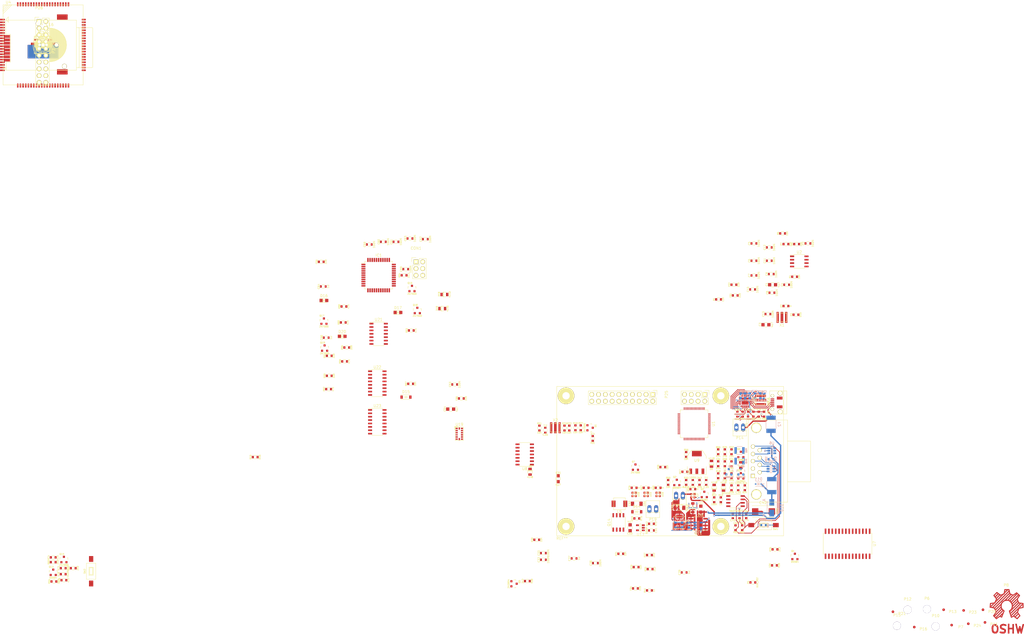
<source format=kicad_pcb>
(kicad_pcb (version 4) (host pcbnew 4.0.0-rc1-stable)
  (layers (0 F.Cu signal) (31 B.Cu signal) (34 B.Paste user) (35 F.Paste user) (36 B.SilkS user) (37 F.SilkS user) (38 B.Mask user) (39 F.Mask user) (44 Edge.Cuts user))
  (net 0 "")
  (net 1 FT3V3PLL)
  (net 2 GND)
  (net 3 FT3V3PHY)
  (net 4 3V3_B)
  (net 5 FT1V8)
  (net 6 "Net-(C29-Pad1)")
  (net 7 BAT_SAMPLE)
  (net 8 "Net-(C31-Pad1)")
  (net 9 CAN_12V_SW)
  (net 10 CAN_5V_SW)
  (net 11 3V3_C)
  (net 12 CAN_3.3V_SW)
  (net 13 "Net-(C39-Pad1)")
  (net 14 "Net-(C40-Pad1)")
  (net 15 12V0_A)
  (net 16 12V0_B)
  (net 17 "Net-(C44-Pad1)")
  (net 18 "Net-(C44-Pad2)")
  (net 19 "Net-(C51-Pad1)")
  (net 20 "Net-(C51-Pad2)")
  (net 21 3V3_D)
  (net 22 "Net-(C54-Pad1)")
  (net 23 "Net-(C56-Pad1)")
  (net 24 "Net-(C58-Pad1)")
  (net 25 3V3_A)
  (net 26 PDI)
  (net 27 SEQ_RESET)
  (net 28 J1850+)
  (net 29 "Net-(D7-Pad2)")
  (net 30 "Net-(D8-Pad1)")
  (net 31 "Net-(D9-Pad2)")
  (net 32 "Net-(D10-Pad2)")
  (net 33 "Net-(D12-Pad1)")
  (net 34 "Net-(D14-Pad1)")
  (net 35 4V1_A)
  (net 36 "Net-(D16-Pad2)")
  (net 37 "Net-(D16-Pad1)")
  (net 38 "Net-(D17-Pad2)")
  (net 39 "Net-(D17-Pad1)")
  (net 40 5V0_B)
  (net 41 5V0_B_OUT)
  (net 42 ACL_INT2)
  (net 43 HUB_STATUS)
  (net 44 HUB_SUSP)
  (net 45 HOST_SC)
  (net 46 CAN_RXD_PS)
  (net 47 CAN_RXD_FTDI)
  (net 48 SR_CLEAR)
  (net 49 SR_LATCH)
  (net 50 CAN_TXD)
  (net 51 SEQ_SS)
  (net 52 SEQ_MOSI)
  (net 53 SEQ_MISO)
  (net 54 SEQ_SCK)
  (net 55 SIM_TXD)
  (net 56 SIM_RXD)
  (net 57 SEQ_RXD_DM)
  (net 58 SEQ_TXD_DP)
  (net 59 HUB_SDA)
  (net 60 HUB_SCL)
  (net 61 ACCEL_RXD)
  (net 62 ACCEL_TXD)
  (net 63 SIM_NET)
  (net 64 SIM_PWR)
  (net 65 SIMCARD)
  (net 66 ACL_INT1)
  (net 67 CAN_H)
  (net 68 K-LINE)
  (net 69 CAN_L)
  (net 70 L-LINE)
  (net 71 J1850-)
  (net 72 HUB_DM)
  (net 73 HUB_DP)
  (net 74 5V0_A)
  (net 75 FTDI_DM)
  (net 76 FTDI_DP)
  (net 77 USB_INT_DM)
  (net 78 USB_INT_DP)
  (net 79 SEQ_RXD)
  (net 80 SEQ_TXD)
  (net 81 PWM/~VPW)
  (net 82 "Net-(Q1-Pad3)")
  (net 83 "Net-(Q2-Pad1)")
  (net 84 "Net-(Q3-Pad1)")
  (net 85 "Net-(Q4-Pad1)")
  (net 86 "Net-(Q5-Pad1)")
  (net 87 "Net-(Q5-Pad2)")
  (net 88 "Net-(Q6-Pad1)")
  (net 89 "Net-(Q6-Pad3)")
  (net 90 CAN_POWERDOWN)
  (net 91 "Net-(Q7-Pad3)")
  (net 92 "Net-(Q8-Pad1)")
  (net 93 "Net-(Q9-Pad1)")
  (net 94 "Net-(Q10-Pad1)")
  (net 95 "Net-(Q11-Pad1)")
  (net 96 "Net-(Q13-Pad1)")
  (net 97 "Net-(Q13-Pad3)")
  (net 98 "Net-(Q14-Pad1)")
  (net 99 "Net-(Q15-Pad2)")
  (net 100 SIM_PWR_ON)
  (net 101 ~SIM_PWR_ON)
  (net 102 PC_LED1)
  (net 103 PC_LED2)
  (net 104 "Net-(R1-Pad1)")
  (net 105 ~FTDI_RESET)
  (net 106 "Net-(R2-Pad2)")
  (net 107 HUB_PWR_PRT1)
  (net 108 "Net-(R4-Pad1)")
  (net 109 EECS)
  (net 110 EECLK)
  (net 111 EEDATA)
  (net 112 SIM_VBUS)
  (net 113 HUB_PWR_PRT2)
  (net 114 PWM_RX)
  (net 115 "Net-(R22-Pad1)")
  (net 116 J1850_BUS_+_TX)
  (net 117 "Net-(R23-Pad1)")
  (net 118 J1850_BUS_-_TX)
  (net 119 "Net-(R24-Pad1)")
  (net 120 "Net-(R26-Pad2)")
  (net 121 ~VPW_RX)
  (net 122 "Net-(R34-Pad1)")
  (net 123 CAN_TX)
  (net 124 "Net-(R47-Pad2)")
  (net 125 ISO_L_TX)
  (net 126 "Net-(R50-Pad2)")
  (net 127 ISO_RX)
  (net 128 "Net-(R54-Pad1)")
  (net 129 "Net-(R57-Pad1)")
  (net 130 ISO_K_TX)
  (net 131 5V0_B_EN)
  (net 132 "Net-(R59-Pad2)")
  (net 133 3V3_EN)
  (net 134 "Net-(R65-Pad2)")
  (net 135 3V3_B_EN)
  (net 136 "Net-(R67-Pad2)")
  (net 137 3V3_C_EN)
  (net 138 "Net-(R68-Pad2)")
  (net 139 "Net-(R74-Pad2)")
  (net 140 3V3_D_EN)
  (net 141 "Net-(R76-Pad2)")
  (net 142 HUB_SUSP_IND)
  (net 143 "Net-(R79-Pad2)")
  (net 144 FT_CLK)
  (net 145 FT_CLKN)
  (net 146 SIM_DM)
  (net 147 SIM_DP)
  (net 148 SIM_RF_OFF)
  (net 149 ~CAN_RESET)
  (net 150 CAN_CLK)
  (net 151 CAN_CLKN)
  (net 152 ~CAN_SLEEP)
  (net 153 CAN_RX)
  (net 154 CAN_RXD)
  (net 155 5V0_EN)
  (net 156 4V1_EN)
  (net 157 ~HUB_RESET)
  (net 158 HUB_CLKN)
  (net 159 HUB_CLK)
  (net 160 "Net-(U22-Pad9)")
  (net 161 BUTTON)
  (net 162 3V3_E)
  (net 163 "Net-(C69-Pad1)")
  (net 164 "Net-(C69-Pad2)")
  (net 165 "Net-(D20-Pad2)")
  (net 166 "Net-(D20-Pad1)")
  (net 167 SEQ-CHGPUMP)
  (net 168 PC_LED3)
  (net 169 SIM_USB_DET)
  (net 170 SIMCARD_V)
  (net 171 "Net-(C16-Pad1)")
  (net 172 "Net-(C17-Pad2)")
  (net 173 "Net-(C19-Pad2)")
  (net 174 GPS)
  (net 175 GPS_ANT)
  (net 176 GSM)
  (net 177 GSM_ANT)
  (net 178 4V1_B)
  (net 179 4V1F1)
  (net 180 12V0_C)
  (net 181 "Net-(C47-Pad1)")
  (net 182 "Net-(C47-Pad2)")
  (net 183 "Net-(D13-Pad1)")
  (net 184 SIMCARD_RESET)
  (net 185 SIMCARD_CLK)
  (net 186 SIMCARD_DATA)
  (net 187 SIMCARD_B)
  (net 188 SIM_RF_OFF_B)
  (net 189 SIM_USB_DET_B)
  (net 190 SIM_PWR_ON_B)
  (net 191 SIM_DM_B)
  (net 192 SIM_RESET_B)
  (net 193 SIM_DP_B)
  (net 194 "Net-(P26-Pad10)")
  (net 195 SIM_RXD_B)
  (net 196 SIM_NET_B)
  (net 197 SIM_TXD_B)
  (net 198 SIM_PWR_B)
  (net 199 4V1_EN_B)
  (net 200 "Net-(Q12-Pad1)")
  (net 201 "Net-(R12-Pad1)")
  (net 202 "Net-(R13-Pad1)")
  (net 203 "Net-(R14-Pad1)")
  (net 204 SIM_RI)
  (net 205 PC_WAKE)
  (net 206 SIM_DTR)
  (net 207 "Net-(P5-Pad1)")
  (module Capacitors_Tantalum_SMD:TantalC_SizeD_EIA-7343_Reflow (layer F.Cu) (at 182 119.4)
    (fp_text reference C42 (at -0.20066 -3.29946) (layer F.SilkS))
    (fp_text value 100U (at 5 -0.15 90) (layer F.SilkS) (effects (font (size 0.6 0.6))))
    (pad 2 smd rect (at 3.12 0) (size 2.37 2.43) (layers F.Cu F.Paste F.Mask) (net 2 GND))
    (pad 1 smd rect (at -3.12 0) (size 2.37 2.43) (layers F.Cu F.Paste F.Mask) (net 16 12V0_B))
  )
  (module Pin_Headers:Pin_Header_Straight_2x03 (layer F.Cu) (at 51.75 25.75)
    (fp_text reference CON1 (at 0 -5.1) (layer F.SilkS))
    (fp_text value AVR-PDI-6)
    (pad 1 thru_hole rect (at 0 0) (size 1.7272 1.7272) (drill 1.016) (layers *.Cu *.Mask F.SilkS) (net 26 PDI))
    (pad 2 thru_hole oval (at 2.54 0) (size 1.7272 1.7272) (drill 1.016) (layers *.Cu *.Mask F.SilkS) (net 25 3V3_A))
    (pad 3 thru_hole oval (at 0 2.54) (size 1.7272 1.7272) (drill 1.016) (layers *.Cu *.Mask F.SilkS))
    (pad 4 thru_hole oval (at 2.54 2.54) (size 1.7272 1.7272) (drill 1.016) (layers *.Cu *.Mask F.SilkS))
    (pad 5 thru_hole oval (at 0 5.08) (size 1.7272 1.7272) (drill 1.016) (layers *.Cu *.Mask F.SilkS) (net 27 SEQ_RESET))
    (pad 6 thru_hole oval (at 2.54 5.08) (size 1.7272 1.7272) (drill 1.016) (layers *.Cu *.Mask F.SilkS) (net 2 GND))
  )
  (module Diodes_SMD:SOD-323 (layer B.Cu) (at 180.1 109.1 180)
    (fp_text reference D11 (at 0 1.85 180) (layer B.SilkS) (effects (justify mirror)))
    (fp_text value SD15C hide)
    (pad 1 smd rect (at -1.055 0 180) (size 0.59 0.45) (layers B.Cu B.Paste B.Mask) (net 32 "Net-(D10-Pad2)"))
    (pad 2 smd rect (at 1.055 0 180) (size 0.59 0.45) (layers B.Cu B.Paste B.Mask) (net 2 GND))
  )
  (module Diodes_SMD:SOD-123 (layer F.Cu) (at 155.5 118 90)
    (fp_text reference D12 (at 0 -2 90) (layer F.SilkS))
    (fp_text value SBR3U30P1-7 hide)
    (pad 1 smd rect (at -1.635 0 90) (size 0.91 1.22) (layers F.Cu F.Paste F.Mask) (net 33 "Net-(D12-Pad1)"))
    (pad 2 smd rect (at 1.635 0 90) (size 0.91 1.22) (layers F.Cu F.Paste F.Mask) (net 2 GND))
  )
  (module Diodes_SMD:SOD-123 (layer F.Cu) (at 134.5 119.5)
    (fp_text reference D14 (at 0 -2) (layer F.SilkS))
    (fp_text value SBR3U30P1-7)
    (pad 1 smd rect (at -1.635 0) (size 0.91 1.22) (layers F.Cu F.Paste F.Mask) (net 34 "Net-(D14-Pad1)"))
    (pad 2 smd rect (at 1.635 0) (size 0.91 1.22) (layers F.Cu F.Paste F.Mask) (net 2 GND))
  )
  (module Diodes_SMD:SOD-123 (layer F.Cu) (at 48 76.5)
    (fp_text reference D15 (at 0 -2) (layer F.SilkS))
    (fp_text value MMSZ4678T1G)
    (pad 1 smd rect (at -1.635 0) (size 0.91 1.22) (layers F.Cu F.Paste F.Mask) (net 35 4V1_A))
    (pad 2 smd rect (at 1.635 0) (size 0.91 1.22) (layers F.Cu F.Paste F.Mask) (net 25 3V3_A))
  )
  (module LEDs:LED-0805 (layer F.Cu) (at 17.25 40.25)
    (fp_text reference D16 (at 0 -1.75) (layer F.SilkS))
    (fp_text value RED)
    (pad 2 smd rect (at 1.04902 0 180) (size 1.19888 1.19888) (layers F.Cu F.Paste F.Mask) (net 36 "Net-(D16-Pad2)"))
    (pad 1 smd rect (at -1.04902 0 180) (size 1.19888 1.19888) (layers F.Cu F.Paste F.Mask) (net 37 "Net-(D16-Pad1)"))
  )
  (module LEDs:LED-0805 (layer F.Cu) (at 45 44.75)
    (fp_text reference D17 (at 0 -1.75) (layer F.SilkS))
    (fp_text value BLUE)
    (pad 2 smd rect (at 1.04902 0 180) (size 1.19888 1.19888) (layers F.Cu F.Paste F.Mask) (net 38 "Net-(D17-Pad2)"))
    (pad 1 smd rect (at -1.04902 0 180) (size 1.19888 1.19888) (layers F.Cu F.Paste F.Mask) (net 39 "Net-(D17-Pad1)"))
  )
  (module Resistors_SMD:R_1812 (layer B.Cu) (at 185.1 109.7 270)
    (fp_text reference F1 (at 0 3.175 270) (layer B.SilkS) (effects (justify mirror)))
    (fp_text value 1.1A)
    (pad 1 smd rect (at -2.4384 0 270) (size 1.6 3.5) (layers B.Cu B.Paste B.Mask) (net 15 12V0_A))
    (pad 2 smd rect (at 2.4384 0 270) (size 1.6 3.5) (layers B.Cu B.Paste B.Mask) (net 32 "Net-(D10-Pad2)"))
  )
  (module Resistors_SMD:R_1812 (layer B.Cu) (at 184.8 86.7 90)
    (fp_text reference F2 (at 0 3.175 90) (layer B.SilkS) (effects (justify mirror)))
    (fp_text value 1A)
    (pad 1 smd rect (at -2.4384 0 90) (size 1.6 3.5) (layers B.Cu B.Paste B.Mask) (net 40 5V0_B))
    (pad 2 smd rect (at 2.4384 0 90) (size 1.6 3.5) (layers B.Cu B.Paste B.Mask) (net 41 5V0_B_OUT))
  )
  (module Housings_QFP:TQFP-44_10x10mm_Pitch0.8mm (layer F.Cu) (at 37.75 30.75)
    (fp_text reference IC1 (at 0 -7.45) (layer F.SilkS))
    (fp_text value ATXMEGA16A4U-A)
    (pad 1 smd rect (at -5.7 -4) (size 1.5 0.55) (layers F.Cu F.Paste F.Mask) (net 42 ACL_INT2))
    (pad 2 smd rect (at -5.7 -3.2) (size 1.5 0.55) (layers F.Cu F.Paste F.Mask) (net 43 HUB_STATUS))
    (pad 3 smd rect (at -5.7 -2.4) (size 1.5 0.55) (layers F.Cu F.Paste F.Mask) (net 44 HUB_SUSP))
    (pad 4 smd rect (at -5.7 -1.6) (size 1.5 0.55) (layers F.Cu F.Paste F.Mask) (net 45 HOST_SC))
    (pad 5 smd rect (at -5.7 -0.8) (size 1.5 0.55) (layers F.Cu F.Paste F.Mask))
    (pad 6 smd rect (at -5.7 0) (size 1.5 0.55) (layers F.Cu F.Paste F.Mask) (net 46 CAN_RXD_PS))
    (pad 7 smd rect (at -5.7 0.8) (size 1.5 0.55) (layers F.Cu F.Paste F.Mask) (net 47 CAN_RXD_FTDI))
    (pad 8 smd rect (at -5.7 1.6) (size 1.5 0.55) (layers F.Cu F.Paste F.Mask) (net 2 GND))
    (pad 9 smd rect (at -5.7 2.4) (size 1.5 0.55) (layers F.Cu F.Paste F.Mask) (net 25 3V3_A))
    (pad 10 smd rect (at -5.7 3.2) (size 1.5 0.55) (layers F.Cu F.Paste F.Mask) (net 48 SR_CLEAR))
    (pad 11 smd rect (at -5.7 4) (size 1.5 0.55) (layers F.Cu F.Paste F.Mask) (net 49 SR_LATCH))
    (pad 12 smd rect (at -4 5.7 90) (size 1.5 0.55) (layers F.Cu F.Paste F.Mask) (net 50 CAN_TXD))
    (pad 13 smd rect (at -3.2 5.7 90) (size 1.5 0.55) (layers F.Cu F.Paste F.Mask))
    (pad 14 smd rect (at -2.4 5.7 90) (size 1.5 0.55) (layers F.Cu F.Paste F.Mask) (net 51 SEQ_SS))
    (pad 15 smd rect (at -1.6 5.7 90) (size 1.5 0.55) (layers F.Cu F.Paste F.Mask) (net 52 SEQ_MOSI))
    (pad 16 smd rect (at -0.8 5.7 90) (size 1.5 0.55) (layers F.Cu F.Paste F.Mask) (net 53 SEQ_MISO))
    (pad 17 smd rect (at 0 5.7 90) (size 1.5 0.55) (layers F.Cu F.Paste F.Mask) (net 54 SEQ_SCK))
    (pad 18 smd rect (at 0.8 5.7 90) (size 1.5 0.55) (layers F.Cu F.Paste F.Mask) (net 2 GND))
    (pad 19 smd rect (at 1.6 5.7 90) (size 1.5 0.55) (layers F.Cu F.Paste F.Mask) (net 25 3V3_A))
    (pad 20 smd rect (at 2.4 5.7 90) (size 1.5 0.55) (layers F.Cu F.Paste F.Mask))
    (pad 21 smd rect (at 3.2 5.7 90) (size 1.5 0.55) (layers F.Cu F.Paste F.Mask))
    (pad 22 smd rect (at 4 5.7 90) (size 1.5 0.55) (layers F.Cu F.Paste F.Mask) (net 55 SIM_TXD))
    (pad 23 smd rect (at 5.7 4) (size 1.5 0.55) (layers F.Cu F.Paste F.Mask) (net 56 SIM_RXD))
    (pad 24 smd rect (at 5.7 3.2) (size 1.5 0.55) (layers F.Cu F.Paste F.Mask) (net 167 SEQ-CHGPUMP))
    (pad 25 smd rect (at 5.7 2.4) (size 1.5 0.55) (layers F.Cu F.Paste F.Mask) (net 161 BUTTON))
    (pad 26 smd rect (at 5.7 1.6) (size 1.5 0.55) (layers F.Cu F.Paste F.Mask) (net 57 SEQ_RXD_DM))
    (pad 27 smd rect (at 5.7 0.8) (size 1.5 0.55) (layers F.Cu F.Paste F.Mask) (net 58 SEQ_TXD_DP))
    (pad 28 smd rect (at 5.7 0) (size 1.5 0.55) (layers F.Cu F.Paste F.Mask) (net 59 HUB_SDA))
    (pad 29 smd rect (at 5.7 -0.8) (size 1.5 0.55) (layers F.Cu F.Paste F.Mask) (net 60 HUB_SCL))
    (pad 30 smd rect (at 5.7 -1.6) (size 1.5 0.55) (layers F.Cu F.Paste F.Mask) (net 2 GND))
    (pad 31 smd rect (at 5.7 -2.4) (size 1.5 0.55) (layers F.Cu F.Paste F.Mask) (net 25 3V3_A))
    (pad 32 smd rect (at 5.7 -3.2) (size 1.5 0.55) (layers F.Cu F.Paste F.Mask) (net 61 ACCEL_RXD))
    (pad 33 smd rect (at 5.7 -4) (size 1.5 0.55) (layers F.Cu F.Paste F.Mask) (net 62 ACCEL_TXD))
    (pad 34 smd rect (at 4 -5.7 90) (size 1.5 0.55) (layers F.Cu F.Paste F.Mask) (net 26 PDI))
    (pad 35 smd rect (at 3.2 -5.7 90) (size 1.5 0.55) (layers F.Cu F.Paste F.Mask) (net 27 SEQ_RESET))
    (pad 36 smd rect (at 2.4 -5.7 90) (size 1.5 0.55) (layers F.Cu F.Paste F.Mask))
    (pad 37 smd rect (at 1.6 -5.7 90) (size 1.5 0.55) (layers F.Cu F.Paste F.Mask))
    (pad 38 smd rect (at 0.8 -5.7 90) (size 1.5 0.55) (layers F.Cu F.Paste F.Mask) (net 2 GND))
    (pad 39 smd rect (at 0 -5.7 90) (size 1.5 0.55) (layers F.Cu F.Paste F.Mask) (net 21 3V3_D))
    (pad 40 smd rect (at -0.8 -5.7 90) (size 1.5 0.55) (layers F.Cu F.Paste F.Mask) (net 63 SIM_NET))
    (pad 41 smd rect (at -1.6 -5.7 90) (size 1.5 0.55) (layers F.Cu F.Paste F.Mask) (net 64 SIM_PWR))
    (pad 42 smd rect (at -2.4 -5.7 90) (size 1.5 0.55) (layers F.Cu F.Paste F.Mask) (net 65 SIMCARD))
    (pad 43 smd rect (at -3.2 -5.7 90) (size 1.5 0.55) (layers F.Cu F.Paste F.Mask))
    (pad 44 smd rect (at -4 -5.7 90) (size 1.5 0.55) (layers F.Cu F.Paste F.Mask) (net 66 ACL_INT1))
  )
  (module "Custom Parts:D09P13B4PA00LF" (layer F.Cu) (at 191 100.5 270)
    (fp_text reference J1 (at -13.6 15.6 270) (layer F.SilkS))
    (fp_text value DB9 hide)
    (pad "" thru_hole circle (at 12.5 11.7 270) (size 3.81 3.81) (drill 3.048) (layers *.Cu *.Mask F.SilkS))
    (pad "" thru_hole circle (at -12.5 11.7 270) (size 3.81 3.81) (drill 3.048) (layers *.Cu *.Mask F.SilkS))
    (pad 1 thru_hole rect (at 5.588 12.97 270) (size 1.524 1.524) (drill 1.016) (layers *.Cu *.Mask F.SilkS) (net 2 GND))
    (pad 2 thru_hole circle (at 2.794 12.97 270) (size 1.524 1.524) (drill 1.016) (layers *.Cu *.Mask F.SilkS) (net 2 GND))
    (pad 3 thru_hole circle (at 0 12.97 270) (size 1.524 1.524) (drill 1.016) (layers *.Cu *.Mask F.SilkS) (net 67 CAN_H))
    (pad 4 thru_hole circle (at -2.667 12.97 270) (size 1.524 1.524) (drill 1.016) (layers *.Cu *.Mask F.SilkS) (net 68 K-LINE))
    (pad 5 thru_hole circle (at -5.461 12.97 270) (size 1.524 1.524) (drill 1.016) (layers *.Cu *.Mask F.SilkS) (net 69 CAN_L))
    (pad 9 thru_hole circle (at -4.064 10.43 270) (size 1.524 1.524) (drill 1.016) (layers *.Cu *.Mask F.SilkS) (net 15 12V0_A))
    (pad 8 thru_hole circle (at -1.27 10.43 270) (size 1.524 1.524) (drill 1.016) (layers *.Cu *.Mask F.SilkS) (net 70 L-LINE))
    (pad 7 thru_hole circle (at 1.397 10.43 270) (size 1.524 1.524) (drill 1.016) (layers *.Cu *.Mask F.SilkS) (net 28 J1850+))
    (pad 6 thru_hole circle (at 4.191 10.43 270) (size 1.524 1.524) (drill 1.016) (layers *.Cu *.Mask F.SilkS) (net 71 J1850-))
  )
  (module "Custom Parts:4.5x4.5mm_Ind" (layer F.Cu) (at 150.5 123.5 90)
    (fp_text reference L3 (at 0 3 90) (layer F.SilkS))
    (fp_text value 5U6 hide)
    (pad 1 smd rect (at -2.2 0 90) (size 1.5 2.4) (layers F.Cu F.Paste F.Mask) (net 33 "Net-(D12-Pad1)"))
    (pad 2 smd rect (at 2.2 0 90) (size 1.5 2.4) (layers F.Cu F.Paste F.Mask) (net 17 "Net-(C44-Pad1)"))
  )
  (module "Custom Parts:4.5x4.5mm_Ind" (layer F.Cu) (at 128 116.5)
    (fp_text reference L5 (at 0 3) (layer F.SilkS))
    (fp_text value 10U hide)
    (pad 1 smd rect (at -2.2 0) (size 1.5 2.4) (layers F.Cu F.Paste F.Mask) (net 34 "Net-(D14-Pad1)"))
    (pad 2 smd rect (at 2.2 0) (size 1.5 2.4) (layers F.Cu F.Paste F.Mask) (net 19 "Net-(C51-Pad1)"))
  )
  (module Mounting_Holes:MountingHole_3mm (layer F.Cu) (at 243.25 156)
    (fp_text reference P6 (at 0 -4.0005) (layer F.SilkS))
    (fp_text value "Board Mount 1")
    (pad 1 thru_hole circle (at 0 0) (size 3 3) (drill 3) (layers))
  )
  (module Fiducials:Fiducial_1mm_Dia_2.54mm_Outer_CopperTop (layer F.Cu) (at 252.5 162)
    (fp_text reference P7 (at 3.4 0.7) (layer F.SilkS))
    (fp_text value Ficudial1)
    (pad ~ smd circle (at 0 0) (size 1 1) (layers F.Cu F.Mask) (clearance 0.77))
  )
  (module Symbols:Symbol_OSHW-Logo_CopperTop_BIG (layer F.Cu) (at 273.25 135.5)
    (fp_text reference P8 (at -0.29972 11.50112) (layer F.SilkS))
    (fp_text value "Open Source")
    (fp_line (start 0.50038 14.00048) (end -5.40004 19.9009) (layer F.Cu) (width 0.381))
    (fp_line (start -5.10032 18.60042) (end -4.59994 18.10004) (layer F.Cu) (width 0.381))
    (fp_line (start -0.50038 17.00022) (end -0.8001 17.29994) (layer F.Cu) (width 0.381))
    (fp_line (start -2.49936 19.99996) (end -2.30124 19.7993) (layer F.Cu) (width 0.381))
    (fp_line (start -3.50012 15.00124) (end -3.29946 14.80058) (layer F.Cu) (width 0.381))
    (fp_line (start -4.0005 15.49908) (end -4.39928 15.9004) (layer F.Cu) (width 0.381))
    (fp_line (start -2.99974 15.49908) (end -2.70002 15.19936) (layer F.Cu) (width 0.381))
    (fp_line (start -1.99898 15.49908) (end -1.50114 15.00124) (layer F.Cu) (width 0.381))
    (fp_line (start 0 13.5001) (end 0.20066 13.29944) (layer F.Cu) (width 0.381))
    (fp_line (start 0.50038 14.00048) (end 0.8001 13.70076) (layer F.Cu) (width 0.381))
    (fp_line (start 0.50038 15.00124) (end 1.00076 14.50086) (layer F.Cu) (width 0.381))
    (fp_line (start 1.99898 15.49908) (end 2.10058 15.40002) (layer F.Cu) (width 0.381))
    (fp_line (start 1.00076 15.49908) (end 1.39954 15.1003) (layer F.Cu) (width 0.381))
    (fp_line (start 3.50012 15.00124) (end 3.79984 14.69898) (layer F.Cu) (width 0.381))
    (fp_line (start 4.0005 15.49908) (end 4.30022 15.19936) (layer F.Cu) (width 0.381))
    (fp_line (start -4.0005 20.50034) (end -4.30022 20.80006) (layer F.Cu) (width 0.381))
    (fp_line (start -2.49936 18.9992) (end -2.19964 18.69948) (layer F.Cu) (width 0.381))
    (fp_line (start -4.59994 22.9997) (end -4.8006 23.20036) (layer F.Cu) (width 0.381))
    (fp_line (start -2.49936 21.00072) (end -1.99898 20.50034) (layer F.Cu) (width 0.381))
    (fp_line (start -4.0005 23.50008) (end -4.20116 23.70074) (layer F.Cu) (width 0.381))
    (fp_line (start -1.99898 21.5011) (end -1.50114 21.00072) (layer F.Cu) (width 0.381))
    (fp_line (start -1.99898 22.49932) (end -1.6002 22.10054) (layer F.Cu) (width 0.381))
    (fp_line (start 3.50012 18.00098) (end 4.0005 17.5006) (layer F.Cu) (width 0.381))
    (fp_line (start 4.0005 18.49882) (end 4.30022 18.1991) (layer F.Cu) (width 0.381))
    (fp_line (start 3.50012 21.99894) (end 3.8989 21.60016) (layer F.Cu) (width 0.381))
    (fp_line (start 5.4991 18.9992) (end 5.90042 18.60042) (layer F.Cu) (width 0.381))
    (fp_line (start 4.0005 22.49932) (end 2.99974 23.50008) (layer F.Cu) (width 0.381))
    (fp_line (start 3.50012 21.99894) (end 2.49936 22.9997) (layer F.Cu) (width 0.381))
    (fp_line (start 5.4991 18.9992) (end 1.50114 22.9997) (layer F.Cu) (width 0.381))
    (fp_line (start 5.00126 18.49882) (end 1.50114 21.99894) (layer F.Cu) (width 0.381))
    (fp_line (start 4.0005 18.49882) (end 1.00076 21.5011) (layer F.Cu) (width 0.381))
    (fp_line (start -1.99898 22.49932) (end -2.49936 22.9997) (layer F.Cu) (width 0.381))
    (fp_line (start -1.99898 21.5011) (end -4.0005 23.50008) (layer F.Cu) (width 0.381))
    (fp_line (start -2.49936 21.00072) (end -4.50088 22.9997) (layer F.Cu) (width 0.381))
    (fp_line (start -2.49936 19.99996) (end -4.0005 21.5011) (layer F.Cu) (width 0.381))
    (fp_line (start -2.49936 18.9992) (end -4.0005 20.50034) (layer F.Cu) (width 0.381))
    (fp_line (start 0 13.5001) (end -1.00076 14.50086) (layer F.Cu) (width 0.381))
    (fp_line (start -3.50012 15.00124) (end -4.0005 15.49908) (layer F.Cu) (width 0.381))
    (fp_line (start -2.99974 15.49908) (end -4.0005 16.49984) (layer F.Cu) (width 0.381))
    (fp_line (start -5.00126 18.49882) (end -5.99948 19.49958) (layer F.Cu) (width 0.381))
    (fp_line (start -1.99898 15.49908) (end -4.50088 18.00098) (layer F.Cu) (width 0.381))
    (fp_line (start 0.50038 15.00124) (end -4.50088 19.99996) (layer F.Cu) (width 0.381))
    (fp_line (start 3.50012 18.00098) (end 1.99898 19.49958) (layer F.Cu) (width 0.381))
    (fp_line (start 3.50012 17.00022) (end 1.99898 18.49882) (layer F.Cu) (width 0.381))
    (fp_line (start 1.00076 15.49908) (end -0.50038 17.00022) (layer F.Cu) (width 0.381))
    (fp_line (start 4.0005 15.49908) (end 1.50114 18.00098) (layer F.Cu) (width 0.381))
    (fp_line (start 3.50012 15.00124) (end 1.00076 17.5006) (layer F.Cu) (width 0.381))
    (fp_line (start 1.99898 15.49908) (end 0.50038 17.00022) (layer F.Cu) (width 0.381))
    (fp_line (start 4.8006 27.29992) (end 4.8006 27.89936) (layer F.Cu) (width 0.381))
    (fp_line (start 3.29946 26.2001) (end 4.09956 29.49956) (layer F.Cu) (width 0.381))
    (fp_line (start 4.09956 29.49956) (end 4.30022 29.49956) (layer F.Cu) (width 0.381))
    (fp_line (start 4.30022 29.49956) (end 4.699 28.10002) (layer F.Cu) (width 0.381))
    (fp_line (start 4.699 28.10002) (end 4.8006 28.10002) (layer F.Cu) (width 0.381))
    (fp_line (start 4.8006 28.10002) (end 5.30098 29.49956) (layer F.Cu) (width 0.381))
    (fp_line (start 5.30098 29.49956) (end 5.40004 29.49956) (layer F.Cu) (width 0.381))
    (fp_line (start 5.40004 29.49956) (end 6.20014 26.29916) (layer F.Cu) (width 0.381))
    (fp_line (start 6.20014 26.29916) (end 5.99948 26.29916) (layer F.Cu) (width 0.381))
    (fp_line (start 5.99948 26.29916) (end 5.30098 28.90012) (layer F.Cu) (width 0.381))
    (fp_line (start 5.30098 28.90012) (end 4.89966 27.09926) (layer F.Cu) (width 0.381))
    (fp_line (start 4.89966 27.09926) (end 4.699 27.09926) (layer F.Cu) (width 0.381))
    (fp_line (start 4.699 27.09926) (end 4.09956 28.90012) (layer F.Cu) (width 0.381))
    (fp_line (start 4.09956 28.90012) (end 3.50012 26.2001) (layer F.Cu) (width 0.381))
    (fp_line (start 3.50012 26.2001) (end 3.29946 26.2001) (layer F.Cu) (width 0.381))
    (fp_line (start 0.59944 27.70124) (end 2.10058 27.70124) (layer F.Cu) (width 0.381))
    (fp_line (start 2.10058 27.70124) (end 2.10058 27.89936) (layer F.Cu) (width 0.381))
    (fp_line (start 2.10058 27.89936) (end 0.70104 27.89936) (layer F.Cu) (width 0.381))
    (fp_line (start 2.19964 26.29916) (end 2.19964 29.49956) (layer F.Cu) (width 0.381))
    (fp_line (start 2.19964 29.49956) (end 2.4003 29.49956) (layer F.Cu) (width 0.381))
    (fp_line (start 2.4003 29.49956) (end 2.4003 26.29916) (layer F.Cu) (width 0.381))
    (fp_line (start 2.4003 26.29916) (end 2.19964 26.29916) (layer F.Cu) (width 0.381))
    (fp_line (start 0.70104 26.2001) (end 0.59944 26.2001) (layer F.Cu) (width 0.381))
    (fp_line (start 0.50038 26.2001) (end 0.50038 29.49956) (layer F.Cu) (width 0.381))
    (fp_line (start 0.50038 29.49956) (end 0.70104 29.49956) (layer F.Cu) (width 0.381))
    (fp_line (start 0.70104 29.49956) (end 0.70104 26.2001) (layer F.Cu) (width 0.381))
    (fp_line (start -0.39878 26.49982) (end -0.50038 26.40076) (layer F.Cu) (width 0.381))
    (fp_line (start -0.50038 26.40076) (end -0.89916 26.29916) (layer F.Cu) (width 0.381))
    (fp_line (start -0.89916 26.29916) (end -1.39954 26.2001) (layer F.Cu) (width 0.381))
    (fp_line (start -1.39954 26.2001) (end -2.10058 26.40076) (layer F.Cu) (width 0.381))
    (fp_line (start -2.10058 26.40076) (end -2.4003 26.70048) (layer F.Cu) (width 0.381))
    (fp_line (start -2.4003 26.70048) (end -2.49936 27.20086) (layer F.Cu) (width 0.381))
    (fp_line (start -2.49936 27.20086) (end -2.4003 27.59964) (layer F.Cu) (width 0.381))
    (fp_line (start -2.4003 27.59964) (end -1.99898 27.89936) (layer F.Cu) (width 0.381))
    (fp_line (start -1.99898 27.89936) (end -1.50114 28.10002) (layer F.Cu) (width 0.381))
    (fp_line (start -1.50114 28.10002) (end -1.09982 28.19908) (layer F.Cu) (width 0.381))
    (fp_line (start -1.09982 28.19908) (end -0.89916 28.39974) (layer F.Cu) (width 0.381))
    (fp_line (start -0.89916 28.39974) (end -0.8001 28.69946) (layer F.Cu) (width 0.381))
    (fp_line (start -0.8001 28.69946) (end -0.89916 28.99918) (layer F.Cu) (width 0.381))
    (fp_line (start -0.89916 28.99918) (end -1.19888 29.19984) (layer F.Cu) (width 0.381))
    (fp_line (start -1.19888 29.19984) (end -1.6002 29.19984) (layer F.Cu) (width 0.381))
    (fp_line (start -1.6002 29.19984) (end -2.10058 29.19984) (layer F.Cu) (width 0.381))
    (fp_line (start -2.10058 29.19984) (end -2.4003 29.10078) (layer F.Cu) (width 0.381))
    (fp_line (start -2.4003 29.10078) (end -2.60096 29.19984) (layer F.Cu) (width 0.381))
    (fp_line (start -2.60096 29.19984) (end -2.30124 29.4005) (layer F.Cu) (width 0.381))
    (fp_line (start -2.30124 29.4005) (end -1.69926 29.49956) (layer F.Cu) (width 0.381))
    (fp_line (start -1.69926 29.49956) (end -1.09982 29.49956) (layer F.Cu) (width 0.381))
    (fp_line (start -1.09982 29.49956) (end -0.70104 29.19984) (layer F.Cu) (width 0.381))
    (fp_line (start -0.70104 29.19984) (end -0.59944 28.69946) (layer F.Cu) (width 0.381))
    (fp_line (start -0.59944 28.69946) (end -0.59944 28.39974) (layer F.Cu) (width 0.381))
    (fp_line (start -0.59944 28.39974) (end -0.8001 28.10002) (layer F.Cu) (width 0.381))
    (fp_line (start -0.8001 28.10002) (end -1.30048 27.89936) (layer F.Cu) (width 0.381))
    (fp_line (start -1.30048 27.89936) (end -1.80086 27.70124) (layer F.Cu) (width 0.381))
    (fp_line (start -1.80086 27.70124) (end -2.19964 27.39898) (layer F.Cu) (width 0.381))
    (fp_line (start -2.19964 27.39898) (end -2.30124 27.09926) (layer F.Cu) (width 0.381))
    (fp_line (start -2.30124 27.09926) (end -2.10058 26.79954) (layer F.Cu) (width 0.381))
    (fp_line (start -2.10058 26.79954) (end -1.69926 26.49982) (layer F.Cu) (width 0.381))
    (fp_line (start -1.69926 26.49982) (end -1.09982 26.49982) (layer F.Cu) (width 0.381))
    (fp_line (start -1.09982 26.49982) (end -0.70104 26.59888) (layer F.Cu) (width 0.381))
    (fp_line (start -0.70104 26.59888) (end -0.39878 26.70048) (layer F.Cu) (width 0.381))
    (fp_line (start -4.50088 26.59888) (end -4.8006 26.59888) (layer F.Cu) (width 0.381))
    (fp_line (start -4.8006 26.59888) (end -5.19938 26.90114) (layer F.Cu) (width 0.381))
    (fp_line (start -5.19938 26.90114) (end -5.30098 27.39898) (layer F.Cu) (width 0.381))
    (fp_line (start -5.30098 27.39898) (end -5.30098 28.19908) (layer F.Cu) (width 0.381))
    (fp_line (start -5.30098 28.19908) (end -5.19938 28.69946) (layer F.Cu) (width 0.381))
    (fp_line (start -5.19938 28.69946) (end -5.00126 28.99918) (layer F.Cu) (width 0.381))
    (fp_line (start -5.00126 28.99918) (end -4.59994 29.19984) (layer F.Cu) (width 0.381))
    (fp_line (start -4.59994 29.19984) (end -4.20116 29.19984) (layer F.Cu) (width 0.381))
    (fp_line (start -4.20116 29.19984) (end -3.79984 28.90012) (layer F.Cu) (width 0.381))
    (fp_line (start -3.79984 28.90012) (end -3.59918 28.19908) (layer F.Cu) (width 0.381))
    (fp_line (start -3.59918 28.19908) (end -3.59918 27.39898) (layer F.Cu) (width 0.381))
    (fp_line (start -3.59918 27.39898) (end -3.79984 27.0002) (layer F.Cu) (width 0.381))
    (fp_line (start -3.79984 27.0002) (end -4.0005 26.79954) (layer F.Cu) (width 0.381))
    (fp_line (start -4.0005 26.79954) (end -4.39928 26.59888) (layer F.Cu) (width 0.381))
    (fp_line (start -4.50088 26.29916) (end -4.89966 26.40076) (layer F.Cu) (width 0.381))
    (fp_line (start -4.89966 26.40076) (end -5.19938 26.49982) (layer F.Cu) (width 0.381))
    (fp_line (start -5.19938 26.49982) (end -5.4991 27.0002) (layer F.Cu) (width 0.381))
    (fp_line (start -5.4991 27.0002) (end -5.6007 27.59964) (layer F.Cu) (width 0.381))
    (fp_line (start -5.6007 27.59964) (end -5.4991 28.69946) (layer F.Cu) (width 0.381))
    (fp_line (start -5.4991 28.69946) (end -5.19938 29.2989) (layer F.Cu) (width 0.381))
    (fp_line (start -5.19938 29.2989) (end -4.59994 29.49956) (layer F.Cu) (width 0.381))
    (fp_line (start -4.59994 29.49956) (end -3.8989 29.4005) (layer F.Cu) (width 0.381))
    (fp_line (start -3.8989 29.4005) (end -3.50012 28.80106) (layer F.Cu) (width 0.381))
    (fp_line (start -3.50012 28.80106) (end -3.40106 28.10002) (layer F.Cu) (width 0.381))
    (fp_line (start -3.40106 28.10002) (end -3.40106 27.39898) (layer F.Cu) (width 0.381))
    (fp_line (start -3.40106 27.39898) (end -3.59918 26.79954) (layer F.Cu) (width 0.381))
    (fp_line (start -3.59918 26.79954) (end -4.0005 26.40076) (layer F.Cu) (width 0.381))
    (fp_line (start -4.0005 26.40076) (end -4.50088 26.29916) (layer F.Cu) (width 0.381))
    (fp_line (start -1.09982 21.20138) (end -1.6002 20.80006) (layer F.Cu) (width 0.381))
    (fp_line (start -1.6002 20.80006) (end -1.99898 20.29968) (layer F.Cu) (width 0.381))
    (fp_line (start -1.99898 20.29968) (end -2.19964 19.7993) (layer F.Cu) (width 0.381))
    (fp_line (start -2.19964 19.7993) (end -2.19964 19.1008) (layer F.Cu) (width 0.381))
    (fp_line (start -2.19964 19.1008) (end -2.09804 18.50136) (layer F.Cu) (width 0.381))
    (fp_line (start -2.09804 18.50136) (end -1.69926 17.89938) (layer F.Cu) (width 0.381))
    (fp_line (start -1.69926 17.89938) (end -0.89916 17.29994) (layer F.Cu) (width 0.381))
    (fp_line (start -0.89916 17.29994) (end -0.09906 17.20088) (layer F.Cu) (width 0.381))
    (fp_line (start -0.09906 17.20088) (end 0.60198 17.20088) (layer F.Cu) (width 0.381))
    (fp_line (start 0.60198 17.20088) (end 1.30048 17.70126) (layer F.Cu) (width 0.381))
    (fp_line (start 1.30048 17.70126) (end 1.80086 18.39976) (layer F.Cu) (width 0.381))
    (fp_line (start 1.80086 18.39976) (end 2.00152 18.9992) (layer F.Cu) (width 0.381))
    (fp_line (start 2.00152 18.9992) (end 2.00152 19.70024) (layer F.Cu) (width 0.381))
    (fp_line (start 2.00152 19.70024) (end 1.7018 20.50034) (layer F.Cu) (width 0.381))
    (fp_line (start 1.7018 20.50034) (end 1.20142 21.00072) (layer F.Cu) (width 0.381))
    (fp_line (start 1.20142 21.00072) (end 0.9017 21.20138) (layer F.Cu) (width 0.381))
    (fp_line (start 0.9017 21.30044) (end 1.651 23.55088) (layer F.Cu) (width 0.381))
    (fp_line (start 1.651 23.55088) (end 2.5019 23.1013) (layer F.Cu) (width 0.381))
    (fp_line (start 2.5019 23.1013) (end 3.79984 24.09952) (layer F.Cu) (width 0.381))
    (fp_line (start 3.79984 24.09952) (end 4.8006 22.9997) (layer F.Cu) (width 0.381))
    (fp_line (start 4.8006 22.9997) (end 3.90144 21.69922) (layer F.Cu) (width 0.381))
    (fp_line (start 3.90144 21.69922) (end 4.40182 20.40128) (layer F.Cu) (width 0.381))
    (fp_line (start 4.40182 20.40128) (end 4.40182 20.20062) (layer F.Cu) (width 0.381))
    (fp_line (start 4.40182 20.20062) (end 6.00202 19.9009) (layer F.Cu) (width 0.381))
    (fp_line (start 6.00202 19.9009) (end 6.00202 18.39976) (layer F.Cu) (width 0.381))
    (fp_line (start 6.00202 18.39976) (end 4.40182 18.20164) (layer F.Cu) (width 0.381))
    (fp_line (start 4.40182 18.20164) (end 3.79984 16.79956) (layer F.Cu) (width 0.381))
    (fp_line (start 3.79984 16.79956) (end 4.70154 15.40002) (layer F.Cu) (width 0.381))
    (fp_line (start 4.70154 15.40002) (end 3.60172 14.39926) (layer F.Cu) (width 0.381))
    (fp_line (start 3.60172 14.39926) (end 2.30124 15.30096) (layer F.Cu) (width 0.381))
    (fp_line (start 2.30124 15.30096) (end 1.09982 14.80058) (layer F.Cu) (width 0.381))
    (fp_line (start 1.09982 14.80058) (end 0.70104 13.20038) (layer F.Cu) (width 0.381))
    (fp_line (start 0.70104 13.20038) (end -0.8001 13.20038) (layer F.Cu) (width 0.381))
    (fp_line (start -0.8001 13.20038) (end -1.09982 14.80058) (layer F.Cu) (width 0.381))
    (fp_line (start -1.09982 14.80058) (end -2.4003 15.30096) (layer F.Cu) (width 0.381))
    (fp_line (start -2.4003 15.30096) (end -3.79984 14.3002) (layer F.Cu) (width 0.381))
    (fp_line (start -3.79984 14.3002) (end -4.89966 15.40002) (layer F.Cu) (width 0.381))
    (fp_line (start -4.89966 15.40002) (end -3.8989 16.7005) (layer F.Cu) (width 0.381))
    (fp_line (start -3.8989 16.7005) (end -4.59994 18.20164) (layer F.Cu) (width 0.381))
    (fp_line (start -4.59994 18.20164) (end -6.20014 18.39976) (layer F.Cu) (width 0.381))
    (fp_line (start -6.20014 18.39976) (end -6.2992 19.7993) (layer F.Cu) (width 0.381))
    (fp_line (start -6.2992 19.7993) (end -4.699 20.10156) (layer F.Cu) (width 0.381))
    (fp_line (start -4.699 20.10156) (end -4.09956 21.69922) (layer F.Cu) (width 0.381))
    (fp_line (start -4.09956 21.69922) (end -4.99872 22.9997) (layer F.Cu) (width 0.381))
    (fp_line (start -4.99872 22.9997) (end -3.99796 24.09952) (layer F.Cu) (width 0.381))
    (fp_line (start -3.99796 24.09952) (end -2.70002 23.20036) (layer F.Cu) (width 0.381))
    (fp_line (start -2.70002 23.20036) (end -1.99898 23.50008) (layer F.Cu) (width 0.381))
    (fp_line (start -1.99898 23.50008) (end -1.09982 21.20138) (layer F.Cu) (width 0.381))
  )
  (module "Custom Parts:USB_Micro-B-DX4R005JJ2R1800" (layer F.Cu) (at 189.5 78.5 90)
    (fp_text reference P9 (at -3.65 -5.75 90) (layer F.SilkS) (effects (font (size 0.6 0.6))))
    (fp_text value USB_u (at 0.15 -5.75 90) (layer F.SilkS) (effects (font (size 0.6 0.6))))
    (pad 6 thru_hole circle (at -3.5009 -1.26254 180) (size 1.8 1.8) (drill 1.3) (layers *.Cu *.Mask F.SilkS) (net 2 GND))
    (pad 1 smd rect (at -1.3009 -4.16254 180) (size 1.35 0.4) (layers F.Cu F.Paste F.Mask) (net 41 5V0_B_OUT))
    (pad 2 smd rect (at -0.6509 -4.16254 180) (size 1.35 0.4) (layers F.Cu F.Paste F.Mask) (net 72 HUB_DM))
    (pad 3 smd rect (at -0.0009 -4.16254 180) (size 1.35 0.4) (layers F.Cu F.Paste F.Mask) (net 73 HUB_DP))
    (pad 4 smd rect (at 0.6491 -4.16254 180) (size 1.35 0.4) (layers F.Cu F.Paste F.Mask))
    (pad 5 smd rect (at 1.2991 -4.16254 180) (size 1.35 0.4) (layers F.Cu F.Paste F.Mask) (net 2 GND))
    (pad 6 thru_hole circle (at -2.5009 -4.16254 180) (size 1.25 1.25) (drill 0.85) (layers *.Cu *.Mask F.SilkS) (net 2 GND))
    (pad 6 thru_hole circle (at 2.4991 -4.16254 180) (size 1.25 1.25) (drill 0.85) (layers *.Cu *.Mask F.SilkS) (net 2 GND))
    (pad 6 thru_hole circle (at 3.4991 -1.26254 180) (size 1.8 1.8) (drill 1.3) (layers *.Cu *.Mask F.SilkS) (net 2 GND))
    (pad 6 smd rect (at -1.65 -1.45 90) (size 1.1 2.1) (layers F.Cu F.Paste F.Mask) (net 2 GND))
    (pad 6 smd rect (at 1.65 -1.45 90) (size 1.1 2.1) (layers F.Cu F.Paste F.Mask) (net 2 GND))
  )
  (module Mounting_Holes:MountingHole_3mm (layer F.Cu) (at 246.5 162.5)
    (fp_text reference P10 (at 0 -4.0005) (layer F.SilkS))
    (fp_text value "Board Mount 2")
    (pad 1 thru_hole circle (at 0 0) (size 3 3) (drill 3) (layers))
  )
  (module Fiducials:Fiducial_1mm_Dia_2.54mm_Outer_CopperTop (layer F.Cu) (at 265 161)
    (fp_text reference P11 (at 3.4 0.7) (layer F.SilkS))
    (fp_text value Ficudial2)
    (pad ~ smd circle (at 0 0) (size 1 1) (layers F.Cu F.Mask) (clearance 0.77))
  )
  (module Mounting_Holes:MountingHole_3mm (layer F.Cu) (at 236 156.25)
    (fp_text reference P12 (at 0 -4.0005) (layer F.SilkS))
    (fp_text value "Board Mount 3")
    (pad 1 thru_hole circle (at 0 0) (size 3 3) (drill 3) (layers))
  )
  (module Fiducials:Fiducial_1mm_Dia_2.54mm_Outer_CopperTop (layer F.Cu) (at 249.5 156.25)
    (fp_text reference P13 (at 3.4 0.7) (layer F.SilkS))
    (fp_text value Ficudial3)
    (pad ~ smd circle (at 0 0) (size 1 1) (layers F.Cu F.Mask) (clearance 0.77))
  )
  (module Mounting_Holes:MountingHole_3mm (layer F.Cu) (at 232 162.25)
    (fp_text reference P15 (at 0 -4.0005) (layer F.SilkS))
    (fp_text value "Board Mount 4")
    (pad 1 thru_hole circle (at 0 0) (size 3 3) (drill 3) (layers))
  )
  (module Fiducials:Fiducial_1mm_Dia_2.54mm_Outer_CopperTop (layer F.Cu) (at 238.5 162.75)
    (fp_text reference P16 (at 3.4 0.7) (layer F.SilkS))
    (fp_text value Ficudial4)
    (pad ~ smd circle (at 0 0) (size 1 1) (layers F.Cu F.Mask) (clearance 0.77))
  )
  (module Connect:PINHEAD1-2 (layer F.Cu) (at 150.5 113.5 180)
    (fp_text reference P17 (at 0 -3.9 180) (layer F.SilkS))
    (fp_text value CUR_SEN hide)
    (pad 1 thru_hole oval (at -1.27 0 180) (size 1.50622 3.01498) (drill 0.99822) (layers *.Cu *.Mask) (net 74 5V0_A))
    (pad 2 thru_hole oval (at 1.27 0 180) (size 1.50622 3.01498) (drill 0.99822) (layers *.Cu *.Mask) (net 17 "Net-(C44-Pad1)"))
  )
  (module Connect:PINHEAD1-2 (layer F.Cu) (at 140.5 118.5 180)
    (fp_text reference P19 (at 0 -3.9 180) (layer F.SilkS))
    (fp_text value CUR_SEN)
    (pad 1 thru_hole oval (at -1.27 0 180) (size 1.50622 3.01498) (drill 0.99822) (layers *.Cu *.Mask) (net 25 3V3_A))
    (pad 2 thru_hole oval (at 1.27 0 180) (size 1.50622 3.01498) (drill 0.99822) (layers *.Cu *.Mask) (net 19 "Net-(C51-Pad1)"))
  )
  (module Fiducials:Fiducial_1mm_Dia_2.54mm_Outer_CopperTop (layer F.Cu) (at 264.25 156.25)
    (fp_text reference P20 (at 3.4 0.7) (layer F.SilkS))
    (fp_text value "Jumper 1")
    (pad ~ smd circle (at 0 0) (size 1 1) (layers F.Cu F.Mask) (clearance 0.77))
  )
  (module Fiducials:Fiducial_1mm_Dia_2.54mm_Outer_CopperTop (layer F.Cu) (at 230.5 157)
    (fp_text reference P21 (at 3.4 0.7) (layer F.SilkS))
    (fp_text value "Jumper 2")
    (pad ~ smd circle (at 0 0) (size 1 1) (layers F.Cu F.Mask) (clearance 0.77))
  )
  (module Pin_Headers:Pin_Header_Straight_2x04 (layer F.Cu) (at 160 75.5 270)
    (fp_text reference P22 (at 0 -5.1 270) (layer F.SilkS))
    (fp_text value CONN_02X04)
    (pad 1 thru_hole rect (at 0 0 270) (size 1.7272 1.7272) (drill 1.016) (layers *.Cu *.Mask F.SilkS) (net 75 FTDI_DM))
    (pad 2 thru_hole oval (at 2.54 0 270) (size 1.7272 1.7272) (drill 1.016) (layers *.Cu *.Mask F.SilkS) (net 76 FTDI_DP))
    (pad 3 thru_hole oval (at 0 2.54 270) (size 1.7272 1.7272) (drill 1.016) (layers *.Cu *.Mask F.SilkS) (net 77 USB_INT_DM))
    (pad 4 thru_hole oval (at 2.54 2.54 270) (size 1.7272 1.7272) (drill 1.016) (layers *.Cu *.Mask F.SilkS) (net 78 USB_INT_DP))
    (pad 5 thru_hole oval (at 0 5.08 270) (size 1.7272 1.7272) (drill 1.016) (layers *.Cu *.Mask F.SilkS) (net 57 SEQ_RXD_DM))
    (pad 6 thru_hole oval (at 2.54 5.08 270) (size 1.7272 1.7272) (drill 1.016) (layers *.Cu *.Mask F.SilkS) (net 58 SEQ_TXD_DP))
    (pad 7 thru_hole oval (at 0 7.62 270) (size 1.7272 1.7272) (drill 1.016) (layers *.Cu *.Mask F.SilkS) (net 79 SEQ_RXD))
    (pad 8 thru_hole oval (at 2.54 7.62 270) (size 1.7272 1.7272) (drill 1.016) (layers *.Cu *.Mask F.SilkS) (net 80 SEQ_TXD))
  )
  (module Fiducials:Fiducial_1mm_Dia_2.54mm_Outer_CopperTop (layer F.Cu) (at 257 156.5)
    (fp_text reference P23 (at 3.4 0.7) (layer F.SilkS))
    (fp_text value "Jumper 3")
    (pad ~ smd circle (at 0 0) (size 1 1) (layers F.Cu F.Mask) (clearance 0.77))
  )
  (module Fiducials:Fiducial_1mm_Dia_2.54mm_Outer_CopperTop (layer F.Cu) (at 258.75 161.5)
    (fp_text reference P24 (at 3.4 0.7) (layer F.SilkS))
    (fp_text value "Jumper 4")
    (pad ~ smd circle (at 0 0) (size 1 1) (layers F.Cu F.Mask) (clearance 0.77))
  )
  (module "Custom Parts:SW_SPST_FSMSM_SM" (layer F.Cu) (at -70 141.8 90)
    (fp_text reference SW2 (at 0 -2.413 90) (layer F.SilkS) (effects (font (size 0.6 0.6))))
    (fp_text value SW_PUSH)
    (pad 1 smd rect (at -4.60243 -0.00232 90) (size 2.18 1.6) (layers F.Cu F.Paste F.Mask) (net 99 "Net-(Q15-Pad2)"))
    (pad 2 smd rect (at 4.60243 0.00232 90) (size 2.18 1.6) (layers F.Cu F.Paste F.Mask) (net 139 "Net-(R74-Pad2)"))
  )
  (module Housings_QFP:LQFP-64_10x10mm_Pitch0.5mm (layer F.Cu) (at 156 86.5 270)
    (fp_text reference U1 (at 0 -7.2 270) (layer F.SilkS))
    (fp_text value FT4232H)
    (pad 1 smd rect (at -5.7 -3.75 270) (size 1 0.25) (layers F.Cu F.Paste F.Mask) (net 2 GND))
    (pad 2 smd rect (at -5.7 -3.25 270) (size 1 0.25) (layers F.Cu F.Paste F.Mask) (net 144 FT_CLK))
    (pad 3 smd rect (at -5.7 -2.75 270) (size 1 0.25) (layers F.Cu F.Paste F.Mask) (net 145 FT_CLKN))
    (pad 4 smd rect (at -5.7 -2.25 270) (size 1 0.25) (layers F.Cu F.Paste F.Mask) (net 3 FT3V3PHY))
    (pad 5 smd rect (at -5.7 -1.75 270) (size 1 0.25) (layers F.Cu F.Paste F.Mask) (net 2 GND))
    (pad 6 smd rect (at -5.7 -1.25 270) (size 1 0.25) (layers F.Cu F.Paste F.Mask) (net 104 "Net-(R1-Pad1)"))
    (pad 7 smd rect (at -5.7 -0.75 270) (size 1 0.25) (layers F.Cu F.Paste F.Mask) (net 75 FTDI_DM))
    (pad 8 smd rect (at -5.7 -0.25 270) (size 1 0.25) (layers F.Cu F.Paste F.Mask) (net 76 FTDI_DP))
    (pad 9 smd rect (at -5.7 0.25 270) (size 1 0.25) (layers F.Cu F.Paste F.Mask) (net 1 FT3V3PLL))
    (pad 10 smd rect (at -5.7 0.75 270) (size 1 0.25) (layers F.Cu F.Paste F.Mask) (net 2 GND))
    (pad 11 smd rect (at -5.7 1.25 270) (size 1 0.25) (layers F.Cu F.Paste F.Mask) (net 2 GND))
    (pad 12 smd rect (at -5.7 1.75 270) (size 1 0.25) (layers F.Cu F.Paste F.Mask) (net 5 FT1V8))
    (pad 13 smd rect (at -5.7 2.25 270) (size 1 0.25) (layers F.Cu F.Paste F.Mask) (net 2 GND))
    (pad 14 smd rect (at -5.7 2.75 270) (size 1 0.25) (layers F.Cu F.Paste F.Mask) (net 106 "Net-(R2-Pad2)"))
    (pad 15 smd rect (at -5.7 3.25 270) (size 1 0.25) (layers F.Cu F.Paste F.Mask) (net 2 GND))
    (pad 16 smd rect (at -5.7 3.75 270) (size 1 0.25) (layers F.Cu F.Paste F.Mask) (net 79 SEQ_RXD))
    (pad 17 smd rect (at -3.75 5.7) (size 1 0.25) (layers F.Cu F.Paste F.Mask) (net 80 SEQ_TXD))
    (pad 18 smd rect (at -3.25 5.7) (size 1 0.25) (layers F.Cu F.Paste F.Mask))
    (pad 19 smd rect (at -2.75 5.7) (size 1 0.25) (layers F.Cu F.Paste F.Mask))
    (pad 20 smd rect (at -2.25 5.7) (size 1 0.25) (layers F.Cu F.Paste F.Mask) (net 4 3V3_B))
    (pad 21 smd rect (at -1.75 5.7) (size 1 0.25) (layers F.Cu F.Paste F.Mask))
    (pad 22 smd rect (at -1.25 5.7) (size 1 0.25) (layers F.Cu F.Paste F.Mask))
    (pad 23 smd rect (at -0.75 5.7) (size 1 0.25) (layers F.Cu F.Paste F.Mask))
    (pad 24 smd rect (at -0.25 5.7) (size 1 0.25) (layers F.Cu F.Paste F.Mask))
    (pad 25 smd rect (at 0.25 5.7) (size 1 0.25) (layers F.Cu F.Paste F.Mask) (net 2 GND))
    (pad 26 smd rect (at 0.75 5.7) (size 1 0.25) (layers F.Cu F.Paste F.Mask) (net 47 CAN_RXD_FTDI))
    (pad 27 smd rect (at 1.25 5.7) (size 1 0.25) (layers F.Cu F.Paste F.Mask) (net 50 CAN_TXD))
    (pad 28 smd rect (at 1.75 5.7) (size 1 0.25) (layers F.Cu F.Paste F.Mask))
    (pad 29 smd rect (at 2.25 5.7) (size 1 0.25) (layers F.Cu F.Paste F.Mask))
    (pad 30 smd rect (at 2.75 5.7) (size 1 0.25) (layers F.Cu F.Paste F.Mask))
    (pad 31 smd rect (at 3.25 5.7) (size 1 0.25) (layers F.Cu F.Paste F.Mask) (net 4 3V3_B))
    (pad 32 smd rect (at 3.75 5.7) (size 1 0.25) (layers F.Cu F.Paste F.Mask))
    (pad 33 smd rect (at 5.7 3.75 270) (size 1 0.25) (layers F.Cu F.Paste F.Mask))
    (pad 34 smd rect (at 5.7 3.25 270) (size 1 0.25) (layers F.Cu F.Paste F.Mask))
    (pad 35 smd rect (at 5.7 2.75 270) (size 1 0.25) (layers F.Cu F.Paste F.Mask) (net 2 GND))
    (pad 36 smd rect (at 5.7 2.25 270) (size 1 0.25) (layers F.Cu F.Paste F.Mask) (net 4 3V3_B))
    (pad 37 smd rect (at 5.7 1.75 270) (size 1 0.25) (layers F.Cu F.Paste F.Mask) (net 5 FT1V8))
    (pad 38 smd rect (at 5.7 1.25 270) (size 1 0.25) (layers F.Cu F.Paste F.Mask) (net 61 ACCEL_RXD))
    (pad 39 smd rect (at 5.7 0.75 270) (size 1 0.25) (layers F.Cu F.Paste F.Mask) (net 62 ACCEL_TXD))
    (pad 40 smd rect (at 5.7 0.25 270) (size 1 0.25) (layers F.Cu F.Paste F.Mask))
    (pad 41 smd rect (at 5.7 -0.25 270) (size 1 0.25) (layers F.Cu F.Paste F.Mask))
    (pad 42 smd rect (at 5.7 -0.75 270) (size 1 0.25) (layers F.Cu F.Paste F.Mask) (net 4 3V3_B))
    (pad 43 smd rect (at 5.7 -1.25 270) (size 1 0.25) (layers F.Cu F.Paste F.Mask))
    (pad 44 smd rect (at 5.7 -1.75 270) (size 1 0.25) (layers F.Cu F.Paste F.Mask))
    (pad 45 smd rect (at 5.7 -2.25 270) (size 1 0.25) (layers F.Cu F.Paste F.Mask))
    (pad 46 smd rect (at 5.7 -2.75 270) (size 1 0.25) (layers F.Cu F.Paste F.Mask))
    (pad 47 smd rect (at 5.7 -3.25 270) (size 1 0.25) (layers F.Cu F.Paste F.Mask) (net 2 GND))
    (pad 48 smd rect (at 5.7 -3.75 270) (size 1 0.25) (layers F.Cu F.Paste F.Mask))
    (pad 49 smd rect (at 3.75 -5.7) (size 1 0.25) (layers F.Cu F.Paste F.Mask) (net 5 FT1V8))
    (pad 50 smd rect (at 3.25 -5.7) (size 1 0.25) (layers F.Cu F.Paste F.Mask) (net 4 3V3_B))
    (pad 51 smd rect (at 2.75 -5.7) (size 1 0.25) (layers F.Cu F.Paste F.Mask) (net 2 GND))
    (pad 52 smd rect (at 2.25 -5.7) (size 1 0.25) (layers F.Cu F.Paste F.Mask))
    (pad 53 smd rect (at 1.75 -5.7) (size 1 0.25) (layers F.Cu F.Paste F.Mask))
    (pad 54 smd rect (at 1.25 -5.7) (size 1 0.25) (layers F.Cu F.Paste F.Mask))
    (pad 55 smd rect (at 0.75 -5.7) (size 1 0.25) (layers F.Cu F.Paste F.Mask))
    (pad 56 smd rect (at 0.25 -5.7) (size 1 0.25) (layers F.Cu F.Paste F.Mask) (net 4 3V3_B))
    (pad 57 smd rect (at -0.25 -5.7) (size 1 0.25) (layers F.Cu F.Paste F.Mask))
    (pad 58 smd rect (at -0.75 -5.7) (size 1 0.25) (layers F.Cu F.Paste F.Mask))
    (pad 59 smd rect (at -1.25 -5.7) (size 1 0.25) (layers F.Cu F.Paste F.Mask))
    (pad 60 smd rect (at -1.75 -5.7) (size 1 0.25) (layers F.Cu F.Paste F.Mask) (net 2 GND))
    (pad 61 smd rect (at -2.25 -5.7) (size 1 0.25) (layers F.Cu F.Paste F.Mask) (net 111 EEDATA))
    (pad 62 smd rect (at -2.75 -5.7) (size 1 0.25) (layers F.Cu F.Paste F.Mask) (net 110 EECLK))
    (pad 63 smd rect (at -3.25 -5.7) (size 1 0.25) (layers F.Cu F.Paste F.Mask) (net 109 EECS))
    (pad 64 smd rect (at -3.75 -5.7) (size 1 0.25) (layers F.Cu F.Paste F.Mask) (net 5 FT1V8))
  )
  (module Housings_SOIC:SOIC-8_3.9x4.9mm_Pitch1.27mm (layer F.Cu) (at 195.4 25.6)
    (fp_text reference U2 (at 0 -3.5) (layer F.SilkS))
    (fp_text value 93C46)
    (pad 1 smd rect (at -2.7 -1.905) (size 1.55 0.6) (layers F.Cu F.Paste F.Mask) (net 109 EECS))
    (pad 2 smd rect (at -2.7 -0.635) (size 1.55 0.6) (layers F.Cu F.Paste F.Mask) (net 110 EECLK))
    (pad 3 smd rect (at -2.7 0.635) (size 1.55 0.6) (layers F.Cu F.Paste F.Mask) (net 111 EEDATA))
    (pad 4 smd rect (at -2.7 1.905) (size 1.55 0.6) (layers F.Cu F.Paste F.Mask) (net 108 "Net-(R4-Pad1)"))
    (pad 5 smd rect (at 2.7 1.905) (size 1.55 0.6) (layers F.Cu F.Paste F.Mask) (net 2 GND))
    (pad 6 smd rect (at 2.7 0.635) (size 1.55 0.6) (layers F.Cu F.Paste F.Mask) (net 4 3V3_B))
    (pad 7 smd rect (at 2.7 -0.635) (size 1.55 0.6) (layers F.Cu F.Paste F.Mask))
    (pad 8 smd rect (at 2.7 -1.905) (size 1.55 0.6) (layers F.Cu F.Paste F.Mask) (net 25 3V3_A))
  )
  (module Housings_SOT-23_SOT-143_TSOT-6:SOT-23-6 (layer B.Cu) (at 184.8 103.4 180)
    (fp_text reference U5 (at 0 2.9 180) (layer B.SilkS) (effects (justify mirror)))
    (fp_text value ESDAxxSC6 hide)
    (pad 1 smd rect (at -1.1 0.95 180) (size 1.06 0.65) (layers B.Cu B.Paste B.Mask) (net 67 CAN_H))
    (pad 2 smd rect (at -1.1 0 180) (size 1.06 0.65) (layers B.Cu B.Paste B.Mask) (net 2 GND))
    (pad 3 smd rect (at -1.1 -0.95 180) (size 1.06 0.65) (layers B.Cu B.Paste B.Mask) (net 70 L-LINE))
    (pad 4 smd rect (at 1.1 -0.95 180) (size 1.06 0.65) (layers B.Cu B.Paste B.Mask) (net 71 J1850-))
    (pad 6 smd rect (at 1.1 0.95 180) (size 1.06 0.65) (layers B.Cu B.Paste B.Mask) (net 28 J1850+))
    (pad 5 smd rect (at 1.1 0 180) (size 1.06 0.65) (layers B.Cu B.Paste B.Mask) (net 2 GND))
  )
  (module Housings_SOT-23_SOT-143_TSOT-6:SOT-23-6 (layer B.Cu) (at 185.1 96.6 180)
    (fp_text reference U6 (at 0 2.9 180) (layer B.SilkS) (effects (justify mirror)))
    (fp_text value ESDAxxSC6 hide)
    (pad 1 smd rect (at -1.1 0.95 180) (size 1.06 0.65) (layers B.Cu B.Paste B.Mask) (net 69 CAN_L))
    (pad 2 smd rect (at -1.1 0 180) (size 1.06 0.65) (layers B.Cu B.Paste B.Mask) (net 2 GND))
    (pad 3 smd rect (at -1.1 -0.95 180) (size 1.06 0.65) (layers B.Cu B.Paste B.Mask))
    (pad 4 smd rect (at 1.1 -0.95 180) (size 1.06 0.65) (layers B.Cu B.Paste B.Mask) (net 68 K-LINE))
    (pad 6 smd rect (at 1.1 0.95 180) (size 1.06 0.65) (layers B.Cu B.Paste B.Mask) (net 15 12V0_A))
    (pad 5 smd rect (at 1.1 0 180) (size 1.06 0.65) (layers B.Cu B.Paste B.Mask) (net 2 GND))
  )
  (module Housings_SOIC:SOIC-28_7.5x17.9mm_Pitch1.27mm (layer F.Cu) (at 213.5 131.5 270)
    (fp_text reference U7 (at 0 -10.05 270) (layer F.SilkS))
    (fp_text value STN1110)
    (pad 1 smd rect (at -4.7 -8.255 270) (size 2 0.6) (layers F.Cu F.Paste F.Mask) (net 149 ~CAN_RESET))
    (pad 2 smd rect (at -4.7 -6.985 270) (size 2 0.6) (layers F.Cu F.Paste F.Mask) (net 7 BAT_SAMPLE))
    (pad 3 smd rect (at -4.7 -5.715 270) (size 2 0.6) (layers F.Cu F.Paste F.Mask) (net 81 PWM/~VPW))
    (pad 4 smd rect (at -4.7 -4.445 270) (size 2 0.6) (layers F.Cu F.Paste F.Mask) (net 121 ~VPW_RX))
    (pad 5 smd rect (at -4.7 -3.175 270) (size 2 0.6) (layers F.Cu F.Paste F.Mask) (net 114 PWM_RX))
    (pad 6 smd rect (at -4.7 -1.905 270) (size 2 0.6) (layers F.Cu F.Paste F.Mask) (net 116 J1850_BUS_+_TX))
    (pad 7 smd rect (at -4.7 -0.635 270) (size 2 0.6) (layers F.Cu F.Paste F.Mask) (net 118 J1850_BUS_-_TX))
    (pad 8 smd rect (at -4.7 0.635 270) (size 2 0.6) (layers F.Cu F.Paste F.Mask) (net 2 GND))
    (pad 9 smd rect (at -4.7 1.905 270) (size 2 0.6) (layers F.Cu F.Paste F.Mask) (net 150 CAN_CLK))
    (pad 10 smd rect (at -4.7 3.175 270) (size 2 0.6) (layers F.Cu F.Paste F.Mask) (net 151 CAN_CLKN))
    (pad 11 smd rect (at -4.7 4.445 270) (size 2 0.6) (layers F.Cu F.Paste F.Mask) (net 127 ISO_RX))
    (pad 12 smd rect (at -4.7 5.715 270) (size 2 0.6) (layers F.Cu F.Paste F.Mask) (net 152 ~CAN_SLEEP))
    (pad 13 smd rect (at -4.7 6.985 270) (size 2 0.6) (layers F.Cu F.Paste F.Mask) (net 11 3V3_C))
    (pad 14 smd rect (at -4.7 8.255 270) (size 2 0.6) (layers F.Cu F.Paste F.Mask) (net 153 CAN_RX))
    (pad 15 smd rect (at 4.7 8.255 270) (size 2 0.6) (layers F.Cu F.Paste F.Mask) (net 123 CAN_TX))
    (pad 16 smd rect (at 4.7 6.985 270) (size 2 0.6) (layers F.Cu F.Paste F.Mask) (net 154 CAN_RXD))
    (pad 17 smd rect (at 4.7 5.715 270) (size 2 0.6) (layers F.Cu F.Paste F.Mask) (net 50 CAN_TXD))
    (pad 18 smd rect (at 4.7 4.445 270) (size 2 0.6) (layers F.Cu F.Paste F.Mask) (net 90 CAN_POWERDOWN))
    (pad 19 smd rect (at 4.7 3.175 270) (size 2 0.6) (layers F.Cu F.Paste F.Mask) (net 2 GND))
    (pad 20 smd rect (at 4.7 1.905 270) (size 2 0.6) (layers F.Cu F.Paste F.Mask) (net 8 "Net-(C31-Pad1)"))
    (pad 21 smd rect (at 4.7 0.635 270) (size 2 0.6) (layers F.Cu F.Paste F.Mask) (net 207 "Net-(P5-Pad1)"))
    (pad 22 smd rect (at 4.7 -0.635 270) (size 2 0.6) (layers F.Cu F.Paste F.Mask))
    (pad 23 smd rect (at 4.7 -1.905 270) (size 2 0.6) (layers F.Cu F.Paste F.Mask))
    (pad 24 smd rect (at 4.7 -3.175 270) (size 2 0.6) (layers F.Cu F.Paste F.Mask))
    (pad 25 smd rect (at 4.7 -4.445 270) (size 2 0.6) (layers F.Cu F.Paste F.Mask) (net 130 ISO_K_TX))
    (pad 26 smd rect (at 4.7 -5.715 270) (size 2 0.6) (layers F.Cu F.Paste F.Mask) (net 125 ISO_L_TX))
    (pad 27 smd rect (at 4.7 -6.985 270) (size 2 0.6) (layers F.Cu F.Paste F.Mask) (net 2 GND))
    (pad 28 smd rect (at 4.7 -8.255 270) (size 2 0.6) (layers F.Cu F.Paste F.Mask) (net 6 "Net-(C29-Pad1)"))
  )
  (module Housings_SOIC:SOIC-14_3.9x8.7mm_Pitch1.27mm (layer F.Cu) (at 92.5 98 180)
    (fp_text reference U8 (at 0 -5.375 180) (layer F.SilkS))
    (fp_text value LM339)
    (pad 1 smd rect (at -2.7 -3.81 180) (size 1.5 0.6) (layers F.Cu F.Paste F.Mask) (net 121 ~VPW_RX))
    (pad 2 smd rect (at -2.7 -2.54 180) (size 1.5 0.6) (layers F.Cu F.Paste F.Mask) (net 114 PWM_RX))
    (pad 3 smd rect (at -2.7 -1.27 180) (size 1.5 0.6) (layers F.Cu F.Paste F.Mask) (net 10 CAN_5V_SW))
    (pad 4 smd rect (at -2.7 0 180) (size 1.5 0.6) (layers F.Cu F.Paste F.Mask) (net 117 "Net-(R23-Pad1)"))
    (pad 5 smd rect (at -2.7 1.27 180) (size 1.5 0.6) (layers F.Cu F.Paste F.Mask) (net 115 "Net-(R22-Pad1)"))
    (pad 6 smd rect (at -2.7 2.54 180) (size 1.5 0.6) (layers F.Cu F.Paste F.Mask) (net 122 "Net-(R34-Pad1)"))
    (pad 7 smd rect (at -2.7 3.81 180) (size 1.5 0.6) (layers F.Cu F.Paste F.Mask) (net 120 "Net-(R26-Pad2)"))
    (pad 8 smd rect (at 2.7 3.81 180) (size 1.5 0.6) (layers F.Cu F.Paste F.Mask))
    (pad 9 smd rect (at 2.7 2.54 180) (size 1.5 0.6) (layers F.Cu F.Paste F.Mask))
    (pad 10 smd rect (at 2.7 1.27 180) (size 1.5 0.6) (layers F.Cu F.Paste F.Mask) (net 129 "Net-(R57-Pad1)"))
    (pad 11 smd rect (at 2.7 0 180) (size 1.5 0.6) (layers F.Cu F.Paste F.Mask) (net 126 "Net-(R50-Pad2)"))
    (pad 12 smd rect (at 2.7 -1.27 180) (size 1.5 0.6) (layers F.Cu F.Paste F.Mask) (net 2 GND))
    (pad 13 smd rect (at 2.7 -2.54 180) (size 1.5 0.6) (layers F.Cu F.Paste F.Mask) (net 127 ISO_RX))
    (pad 14 smd rect (at 2.7 -3.81 180) (size 1.5 0.6) (layers F.Cu F.Paste F.Mask))
  )
  (module Housings_SOIC:SOIC-8_3.9x4.9mm_Pitch1.27mm (layer F.Cu) (at 171.5 115.5)
    (fp_text reference U10 (at -3 -3) (layer F.SilkS) (effects (font (size 0.6 0.6))))
    (fp_text value MCP2551 hide)
    (pad 1 smd rect (at -2.7 -1.905) (size 1.55 0.6) (layers F.Cu F.Paste F.Mask) (net 123 CAN_TX))
    (pad 2 smd rect (at -2.7 -0.635) (size 1.55 0.6) (layers F.Cu F.Paste F.Mask) (net 2 GND))
    (pad 3 smd rect (at -2.7 0.635) (size 1.55 0.6) (layers F.Cu F.Paste F.Mask) (net 10 CAN_5V_SW))
    (pad 4 smd rect (at -2.7 1.905) (size 1.55 0.6) (layers F.Cu F.Paste F.Mask) (net 153 CAN_RX))
    (pad 5 smd rect (at 2.7 1.905) (size 1.55 0.6) (layers F.Cu F.Paste F.Mask))
    (pad 6 smd rect (at 2.7 0.635) (size 1.55 0.6) (layers F.Cu F.Paste F.Mask) (net 69 CAN_L))
    (pad 7 smd rect (at 2.7 -0.635) (size 1.55 0.6) (layers F.Cu F.Paste F.Mask) (net 67 CAN_H))
    (pad 8 smd rect (at 2.7 -1.905) (size 1.55 0.6) (layers F.Cu F.Paste F.Mask) (net 128 "Net-(R54-Pad1)"))
  )
  (module Housings_SOT-23_SOT-143_TSOT-6:SOT-23-5 (layer B.Cu) (at 157.5 124.5)
    (fp_text reference U11 (at -0.05 2.55) (layer B.SilkS) (effects (justify mirror)))
    (fp_text value XRP6124 hide)
    (pad 1 smd rect (at -1.1 0.95) (size 1.06 0.65) (layers B.Cu B.Paste B.Mask) (net 155 5V0_EN))
    (pad 2 smd rect (at -1.1 0) (size 1.06 0.65) (layers B.Cu B.Paste B.Mask) (net 2 GND))
    (pad 3 smd rect (at -1.1 -0.95) (size 1.06 0.65) (layers B.Cu B.Paste B.Mask) (net 18 "Net-(C44-Pad2)"))
    (pad 4 smd rect (at 1.1 -0.95) (size 1.06 0.65) (layers B.Cu B.Paste B.Mask) (net 95 "Net-(Q11-Pad1)"))
    (pad 5 smd rect (at 1.1 0.95) (size 1.06 0.65) (layers B.Cu B.Paste B.Mask) (net 16 12V0_B))
  )
  (module Housings_SOT-23_SOT-143_TSOT-6:SOT-23-5 (layer F.Cu) (at 135.85 125.5 180)
    (fp_text reference U17 (at -0.05 -2.55 180) (layer F.SilkS))
    (fp_text value XRP6124)
    (pad 1 smd rect (at -1.1 -0.95 180) (size 1.06 0.65) (layers F.Cu F.Paste F.Mask) (net 134 "Net-(R65-Pad2)"))
    (pad 2 smd rect (at -1.1 0 180) (size 1.06 0.65) (layers F.Cu F.Paste F.Mask) (net 2 GND))
    (pad 3 smd rect (at -1.1 0.95 180) (size 1.06 0.65) (layers F.Cu F.Paste F.Mask) (net 20 "Net-(C51-Pad2)"))
    (pad 4 smd rect (at 1.1 0.95 180) (size 1.06 0.65) (layers F.Cu F.Paste F.Mask) (net 98 "Net-(Q14-Pad1)"))
    (pad 5 smd rect (at 1.1 -0.95 180) (size 1.06 0.65) (layers F.Cu F.Paste F.Mask) (net 16 12V0_B))
  )
  (module "Custom Parts:LGA-14_5x3mm" (layer F.Cu) (at 68 90.25)
    (fp_text reference U19 (at 0 -3.5) (layer F.SilkS))
    (fp_text value ADXL345)
    (pad 1 smd rect (at -1 -2) (size 0.82 0.5) (layers F.Cu F.Paste F.Mask) (net 21 3V3_D))
    (pad 2 smd rect (at -1 -1.2) (size 0.82 0.5) (layers F.Cu F.Paste F.Mask) (net 2 GND))
    (pad 3 smd rect (at -1 -0.4) (size 0.82 0.5) (layers F.Cu F.Paste F.Mask))
    (pad 4 smd rect (at -1 0.4) (size 0.82 0.4) (layers F.Cu F.Paste F.Mask) (net 2 GND))
    (pad 5 smd rect (at -1 1.2) (size 0.82 0.5) (layers F.Cu F.Paste F.Mask) (net 2 GND))
    (pad 6 smd rect (at -1 2) (size 0.82 0.5) (layers F.Cu F.Paste F.Mask) (net 22 "Net-(C54-Pad1)"))
    (pad 7 smd rect (at 0 2 90) (size 0.82 0.5) (layers F.Cu F.Paste F.Mask) (net 51 SEQ_SS))
    (pad 8 smd rect (at 1 2) (size 0.82 0.5) (layers F.Cu F.Paste F.Mask) (net 66 ACL_INT1))
    (pad 9 smd rect (at 1 1.2) (size 0.82 0.5) (layers F.Cu F.Paste F.Mask) (net 42 ACL_INT2))
    (pad 10 smd rect (at 1 0.4) (size 0.82 0.5) (layers F.Cu F.Paste F.Mask))
    (pad 11 smd rect (at 1 -0.4) (size 0.82 0.5) (layers F.Cu F.Paste F.Mask))
    (pad 12 smd rect (at 1 -1.2) (size 0.82 0.5) (layers F.Cu F.Paste F.Mask) (net 53 SEQ_MISO))
    (pad 13 smd rect (at 1 -2) (size 0.82 0.5) (layers F.Cu F.Paste F.Mask) (net 52 SEQ_MOSI))
    (pad 14 smd rect (at 0 -2 270) (size 0.82 0.5) (layers F.Cu F.Paste F.Mask) (net 54 SEQ_SCK))
  )
  (module Housings_DFN_QFN:QFN-24-1EP_4x4mm_Pitch0.5mm (layer F.Cu) (at 175.1 78 270)
    (fp_text reference U20 (at 0 -3.375 270) (layer F.SilkS))
    (fp_text value USB2242)
    (pad 1 smd rect (at -1.95 -1.25 270) (size 0.85 0.3) (layers F.Cu F.Paste F.Mask) (net 4 3V3_B))
    (pad 2 smd rect (at -1.95 -0.75 270) (size 0.85 0.3) (layers F.Cu F.Paste F.Mask) (net 77 USB_INT_DM))
    (pad 3 smd rect (at -1.95 -0.25 270) (size 0.85 0.3) (layers F.Cu F.Paste F.Mask) (net 78 USB_INT_DP))
    (pad 4 smd rect (at -1.95 0.25 270) (size 0.85 0.3) (layers F.Cu F.Paste F.Mask) (net 146 SIM_DM))
    (pad 5 smd rect (at -1.95 0.75 270) (size 0.85 0.3) (layers F.Cu F.Paste F.Mask) (net 147 SIM_DP))
    (pad 6 smd rect (at -1.95 1.25 270) (size 0.85 0.3) (layers F.Cu F.Paste F.Mask))
    (pad 7 smd rect (at -1.25 1.95) (size 0.85 0.3) (layers F.Cu F.Paste F.Mask) (net 107 HUB_PWR_PRT1))
    (pad 8 smd rect (at -0.75 1.95) (size 0.85 0.3) (layers F.Cu F.Paste F.Mask))
    (pad 9 smd rect (at -0.25 1.95) (size 0.85 0.3) (layers F.Cu F.Paste F.Mask) (net 4 3V3_B))
    (pad 10 smd rect (at 0.25 1.95) (size 0.85 0.3) (layers F.Cu F.Paste F.Mask) (net 24 "Net-(C58-Pad1)"))
    (pad 11 smd rect (at 0.75 1.95) (size 0.85 0.3) (layers F.Cu F.Paste F.Mask) (net 113 HUB_PWR_PRT2))
    (pad 12 smd rect (at 1.25 1.95) (size 0.85 0.3) (layers F.Cu F.Paste F.Mask))
    (pad 13 smd rect (at 1.95 1.25 270) (size 0.85 0.3) (layers F.Cu F.Paste F.Mask) (net 59 HUB_SDA))
    (pad 14 smd rect (at 1.95 0.75 270) (size 0.85 0.3) (layers F.Cu F.Paste F.Mask) (net 60 HUB_SCL))
    (pad 15 smd rect (at 1.95 0.25 270) (size 0.85 0.3) (layers F.Cu F.Paste F.Mask) (net 157 ~HUB_RESET))
    (pad 16 smd rect (at 1.95 -0.25 270) (size 0.85 0.3) (layers F.Cu F.Paste F.Mask) (net 4 3V3_B))
    (pad 17 smd rect (at 1.95 -0.75 270) (size 0.85 0.3) (layers F.Cu F.Paste F.Mask) (net 142 HUB_SUSP_IND))
    (pad 18 smd rect (at 1.95 -1.25 270) (size 0.85 0.3) (layers F.Cu F.Paste F.Mask) (net 4 3V3_B))
    (pad 19 smd rect (at 1.25 -1.95) (size 0.85 0.3) (layers F.Cu F.Paste F.Mask) (net 72 HUB_DM))
    (pad 20 smd rect (at 0.75 -1.95) (size 0.85 0.3) (layers F.Cu F.Paste F.Mask) (net 73 HUB_DP))
    (pad 21 smd rect (at 0.25 -1.95) (size 0.85 0.3) (layers F.Cu F.Paste F.Mask) (net 158 HUB_CLKN))
    (pad 22 smd rect (at -0.25 -1.95) (size 0.85 0.3) (layers F.Cu F.Paste F.Mask) (net 159 HUB_CLK))
    (pad 23 smd rect (at -0.75 -1.95) (size 0.85 0.3) (layers F.Cu F.Paste F.Mask) (net 23 "Net-(C56-Pad1)"))
    (pad 24 smd rect (at -1.25 -1.95) (size 0.85 0.3) (layers F.Cu F.Paste F.Mask) (net 143 "Net-(R79-Pad2)"))
    (pad 25 smd rect (at 0.65 0.65 270) (size 1.3 1.3) (layers F.Cu F.Paste F.Mask) (net 2 GND))
    (pad 25 smd rect (at 0.65 -0.65 270) (size 1.3 1.3) (layers F.Cu F.Paste F.Mask) (net 2 GND))
    (pad 25 smd rect (at -0.65 0.65 270) (size 1.3 1.3) (layers F.Cu F.Paste F.Mask) (net 2 GND))
    (pad 25 smd rect (at -0.65 -0.65 270) (size 1.3 1.3) (layers F.Cu F.Paste F.Mask) (net 2 GND))
  )
  (module Housings_SOIC:SOIC-14_3.9x8.7mm_Pitch1.27mm (layer F.Cu) (at 37.75 52.75)
    (fp_text reference U21 (at 0 -5.375) (layer F.SilkS))
    (fp_text value 74LS126)
    (pad 1 smd rect (at -2.7 -3.81) (size 1.5 0.6) (layers F.Cu F.Paste F.Mask) (net 46 CAN_RXD_PS))
    (pad 2 smd rect (at -2.7 -2.54) (size 1.5 0.6) (layers F.Cu F.Paste F.Mask))
    (pad 3 smd rect (at -2.7 -1.27) (size 1.5 0.6) (layers F.Cu F.Paste F.Mask) (net 154 CAN_RXD))
    (pad 4 smd rect (at -2.7 0) (size 1.5 0.6) (layers F.Cu F.Paste F.Mask) (net 47 CAN_RXD_FTDI))
    (pad 5 smd rect (at -2.7 1.27) (size 1.5 0.6) (layers F.Cu F.Paste F.Mask) (net 47 CAN_RXD_FTDI))
    (pad 6 smd rect (at -2.7 2.54) (size 1.5 0.6) (layers F.Cu F.Paste F.Mask) (net 154 CAN_RXD))
    (pad 7 smd rect (at -2.7 3.81) (size 1.5 0.6) (layers F.Cu F.Paste F.Mask) (net 2 GND))
    (pad 8 smd rect (at 2.7 3.81) (size 1.5 0.6) (layers F.Cu F.Paste F.Mask))
    (pad 9 smd rect (at 2.7 2.54) (size 1.5 0.6) (layers F.Cu F.Paste F.Mask))
    (pad 10 smd rect (at 2.7 1.27) (size 1.5 0.6) (layers F.Cu F.Paste F.Mask))
    (pad 11 smd rect (at 2.7 0) (size 1.5 0.6) (layers F.Cu F.Paste F.Mask))
    (pad 12 smd rect (at 2.7 -1.27) (size 1.5 0.6) (layers F.Cu F.Paste F.Mask))
    (pad 13 smd rect (at 2.7 -2.54) (size 1.5 0.6) (layers F.Cu F.Paste F.Mask))
    (pad 14 smd rect (at 2.7 -3.81) (size 1.5 0.6) (layers F.Cu F.Paste F.Mask) (net 25 3V3_A))
  )
  (module Housings_SOIC:SOIC-16_3.9x9.9mm_Pitch1.27mm (layer F.Cu) (at 37.25 71.25)
    (fp_text reference U22 (at 0 -6) (layer F.SilkS))
    (fp_text value 74HC595)
    (pad 1 smd rect (at -2.7 -4.445) (size 1.5 0.6) (layers F.Cu F.Paste F.Mask) (net 135 3V3_B_EN))
    (pad 2 smd rect (at -2.7 -3.175) (size 1.5 0.6) (layers F.Cu F.Paste F.Mask) (net 137 3V3_C_EN))
    (pad 3 smd rect (at -2.7 -1.905) (size 1.5 0.6) (layers F.Cu F.Paste F.Mask) (net 140 3V3_D_EN))
    (pad 4 smd rect (at -2.7 -0.635) (size 1.5 0.6) (layers F.Cu F.Paste F.Mask) (net 156 4V1_EN))
    (pad 5 smd rect (at -2.7 0.635) (size 1.5 0.6) (layers F.Cu F.Paste F.Mask) (net 155 5V0_EN))
    (pad 6 smd rect (at -2.7 1.905) (size 1.5 0.6) (layers F.Cu F.Paste F.Mask) (net 131 5V0_B_EN))
    (pad 7 smd rect (at -2.7 3.175) (size 1.5 0.6) (layers F.Cu F.Paste F.Mask))
    (pad 8 smd rect (at -2.7 4.445) (size 1.5 0.6) (layers F.Cu F.Paste F.Mask) (net 2 GND))
    (pad 9 smd rect (at 2.7 4.445) (size 1.5 0.6) (layers F.Cu F.Paste F.Mask) (net 160 "Net-(U22-Pad9)"))
    (pad 10 smd rect (at 2.7 3.175) (size 1.5 0.6) (layers F.Cu F.Paste F.Mask) (net 48 SR_CLEAR))
    (pad 11 smd rect (at 2.7 1.905) (size 1.5 0.6) (layers F.Cu F.Paste F.Mask) (net 54 SEQ_SCK))
    (pad 12 smd rect (at 2.7 0.635) (size 1.5 0.6) (layers F.Cu F.Paste F.Mask) (net 49 SR_LATCH))
    (pad 13 smd rect (at 2.7 -0.635) (size 1.5 0.6) (layers F.Cu F.Paste F.Mask) (net 2 GND))
    (pad 14 smd rect (at 2.7 -1.905) (size 1.5 0.6) (layers F.Cu F.Paste F.Mask) (net 52 SEQ_MOSI))
    (pad 15 smd rect (at 2.7 -3.175) (size 1.5 0.6) (layers F.Cu F.Paste F.Mask) (net 133 3V3_EN))
    (pad 16 smd rect (at 2.7 -4.445) (size 1.5 0.6) (layers F.Cu F.Paste F.Mask) (net 25 3V3_A))
  )
  (module Housings_SOIC:SOIC-16_3.9x9.9mm_Pitch1.27mm (layer F.Cu) (at 37.25 85.75)
    (fp_text reference U23 (at 0 -6) (layer F.SilkS))
    (fp_text value 74HC595)
    (pad 1 smd rect (at -2.7 -4.445) (size 1.5 0.6) (layers F.Cu F.Paste F.Mask) (net 149 ~CAN_RESET))
    (pad 2 smd rect (at -2.7 -3.175) (size 1.5 0.6) (layers F.Cu F.Paste F.Mask) (net 152 ~CAN_SLEEP))
    (pad 3 smd rect (at -2.7 -1.905) (size 1.5 0.6) (layers F.Cu F.Paste F.Mask) (net 100 SIM_PWR_ON))
    (pad 4 smd rect (at -2.7 -0.635) (size 1.5 0.6) (layers F.Cu F.Paste F.Mask))
    (pad 5 smd rect (at -2.7 0.635) (size 1.5 0.6) (layers F.Cu F.Paste F.Mask) (net 148 SIM_RF_OFF))
    (pad 6 smd rect (at -2.7 1.905) (size 1.5 0.6) (layers F.Cu F.Paste F.Mask) (net 112 SIM_VBUS))
    (pad 7 smd rect (at -2.7 3.175) (size 1.5 0.6) (layers F.Cu F.Paste F.Mask) (net 105 ~FTDI_RESET))
    (pad 8 smd rect (at -2.7 4.445) (size 1.5 0.6) (layers F.Cu F.Paste F.Mask) (net 2 GND))
    (pad 9 smd rect (at 2.7 4.445) (size 1.5 0.6) (layers F.Cu F.Paste F.Mask))
    (pad 10 smd rect (at 2.7 3.175) (size 1.5 0.6) (layers F.Cu F.Paste F.Mask) (net 48 SR_CLEAR))
    (pad 11 smd rect (at 2.7 1.905) (size 1.5 0.6) (layers F.Cu F.Paste F.Mask) (net 54 SEQ_SCK))
    (pad 12 smd rect (at 2.7 0.635) (size 1.5 0.6) (layers F.Cu F.Paste F.Mask) (net 49 SR_LATCH))
    (pad 13 smd rect (at 2.7 -0.635) (size 1.5 0.6) (layers F.Cu F.Paste F.Mask) (net 2 GND))
    (pad 14 smd rect (at 2.7 -1.905) (size 1.5 0.6) (layers F.Cu F.Paste F.Mask) (net 160 "Net-(U22-Pad9)"))
    (pad 15 smd rect (at 2.7 -3.175) (size 1.5 0.6) (layers F.Cu F.Paste F.Mask) (net 157 ~HUB_RESET))
    (pad 16 smd rect (at 2.7 -4.445) (size 1.5 0.6) (layers F.Cu F.Paste F.Mask) (net 25 3V3_A))
  )
  (module "Custom Parts:AWSCR" (layer F.Cu) (at 188.9 46.6)
    (fp_text reference X1 (at 0 2.9) (layer F.SilkS))
    (fp_text value 12MHz hide)
    (pad 1 smd trapezoid (at -1.6 0) (size 0.9 4.1) (layers F.Cu F.Paste F.Mask) (net 145 FT_CLKN))
    (pad 2 smd trapezoid (at 0 0) (size 1 4.1) (layers F.Cu F.Paste F.Mask) (net 144 FT_CLK))
    (pad 3 smd trapezoid (at 1.6 0) (size 0.9 4.1) (layers F.Cu F.Paste F.Mask) (net 2 GND))
  )
  (module TO_SOT_Packages_SMD:SOT-223 (layer F.Cu) (at 157 101)
    (fp_text reference U9 (at 0 -0.762) (layer F.SilkS))
    (fp_text value LM317)
    (pad 4 smd rect (at 0 -3.302) (size 3.6576 2.032) (layers F.Cu F.Paste F.Mask))
    (pad 2 smd rect (at 0 3.302) (size 1.016 2.032) (layers F.Cu F.Paste F.Mask) (net 87 "Net-(Q5-Pad2)"))
    (pad 3 smd rect (at 2.286 3.302) (size 1.016 2.032) (layers F.Cu F.Paste F.Mask) (net 9 CAN_12V_SW))
    (pad 1 smd rect (at -2.286 3.302) (size 1.016 2.032) (layers F.Cu F.Paste F.Mask) (net 119 "Net-(R24-Pad1)"))
  )
  (module Diodes_SMD:SMA_Standard (layer B.Cu) (at 185.1 118 90)
    (fp_text reference D10 (at 0 3.81 90) (layer B.SilkS) (effects (justify mirror)))
    (fp_text value B320A-13-F hide)
    (fp_text user K (at -2.9 -2.95 90) (layer B.SilkS) (effects (justify mirror)))
    (fp_text user A (at 2.9 -2.9 90) (layer B.SilkS) (effects (justify mirror)))
    (pad 1 smd rect (at -1.99898 0 90) (size 2.49936 1.80086) (layers B.Cu B.Paste B.Mask) (net 16 12V0_B))
    (pad 2 smd rect (at 1.99898 0 90) (size 2.49936 1.80086) (layers B.Cu B.Paste B.Mask) (net 32 "Net-(D10-Pad2)"))
  )
  (module "Custom Parts:SOIC-8_MOS" (layer F.Cu) (at 157.5 124 180)
    (fp_text reference Q11 (at 0 -3.5 180) (layer F.SilkS))
    (fp_text value IRF9335 hide)
    (pad 2 smd rect (at -2.7 -1.905 180) (size 1.55 0.6) (layers F.Cu F.Paste F.Mask) (net 16 12V0_B))
    (pad 2 smd rect (at -2.7 -0.635 180) (size 1.55 0.6) (layers F.Cu F.Paste F.Mask) (net 16 12V0_B))
    (pad 2 smd rect (at -2.7 0.635 180) (size 1.55 0.6) (layers F.Cu F.Paste F.Mask) (net 16 12V0_B))
    (pad 1 smd rect (at -2.7 1.905 180) (size 1.55 0.6) (layers F.Cu F.Paste F.Mask) (net 95 "Net-(Q11-Pad1)"))
    (pad 3 smd rect (at 2.7 1.905 180) (size 1.55 0.6) (layers F.Cu F.Paste F.Mask) (net 33 "Net-(D12-Pad1)"))
    (pad 3 smd rect (at 2.7 0.635 180) (size 1.55 0.6) (layers F.Cu F.Paste F.Mask) (net 33 "Net-(D12-Pad1)"))
    (pad 3 smd rect (at 2.7 -0.635 180) (size 1.55 0.6) (layers F.Cu F.Paste F.Mask) (net 33 "Net-(D12-Pad1)"))
    (pad 3 smd rect (at 2.7 -1.905 180) (size 1.55 0.6) (layers F.Cu F.Paste F.Mask) (net 33 "Net-(D12-Pad1)"))
  )
  (module "Custom Parts:SOIC-8_MOS" (layer F.Cu) (at 127.6 123.5 90)
    (fp_text reference Q14 (at 0 -3.5 90) (layer F.SilkS))
    (fp_text value IRF9335)
    (pad 2 smd rect (at -2.7 -1.905 90) (size 1.55 0.6) (layers F.Cu F.Paste F.Mask) (net 16 12V0_B))
    (pad 2 smd rect (at -2.7 -0.635 90) (size 1.55 0.6) (layers F.Cu F.Paste F.Mask) (net 16 12V0_B))
    (pad 2 smd rect (at -2.7 0.635 90) (size 1.55 0.6) (layers F.Cu F.Paste F.Mask) (net 16 12V0_B))
    (pad 1 smd rect (at -2.7 1.905 90) (size 1.55 0.6) (layers F.Cu F.Paste F.Mask) (net 98 "Net-(Q14-Pad1)"))
    (pad 3 smd rect (at 2.7 1.905 90) (size 1.55 0.6) (layers F.Cu F.Paste F.Mask) (net 34 "Net-(D14-Pad1)"))
    (pad 3 smd rect (at 2.7 0.635 90) (size 1.55 0.6) (layers F.Cu F.Paste F.Mask) (net 34 "Net-(D14-Pad1)"))
    (pad 3 smd rect (at 2.7 -0.635 90) (size 1.55 0.6) (layers F.Cu F.Paste F.Mask) (net 34 "Net-(D14-Pad1)"))
    (pad 3 smd rect (at 2.7 -1.905 90) (size 1.55 0.6) (layers F.Cu F.Paste F.Mask) (net 34 "Net-(D14-Pad1)"))
  )
  (module "Custom Parts:AWSCR" (layer F.Cu) (at 180.9 77.6 90)
    (fp_text reference X3 (at 0 2.9 90) (layer F.SilkS))
    (fp_text value 24MHz hide)
    (pad 1 smd trapezoid (at -1.6 0 90) (size 0.9 4.1) (layers F.Cu F.Paste F.Mask) (net 158 HUB_CLKN))
    (pad 3 smd trapezoid (at 0 0 90) (size 1 4.1) (layers F.Cu F.Paste F.Mask) (net 2 GND))
    (pad 2 smd trapezoid (at 1.6 0 90) (size 0.9 4.1) (layers F.Cu F.Paste F.Mask) (net 159 HUB_CLK))
  )
  (module "Custom Parts:AWSCR" (layer F.Cu) (at 104 88 180)
    (fp_text reference X2 (at 0 2.9 180) (layer F.SilkS))
    (fp_text value 16MHz hide)
    (pad 1 smd trapezoid (at -1.6 0 180) (size 0.9 4.1) (layers F.Cu F.Paste F.Mask) (net 150 CAN_CLK))
    (pad 3 smd trapezoid (at 0 0 180) (size 1 4.1) (layers F.Cu F.Paste F.Mask) (net 2 GND))
    (pad 2 smd trapezoid (at 1.6 0 180) (size 0.9 4.1) (layers F.Cu F.Paste F.Mask) (net 151 CAN_CLKN))
  )
  (module "Custom Parts:C_0603_SM" (layer F.Cu) (at 18.1 54.2)
    (fp_text reference C68 (at -1.7 0 90) (layer F.SilkS) (effects (font (size 0.7 0.7))))
    (fp_text value 1U (at 1.8 0 90) (layer F.SilkS) (effects (font (size 0.7 0.7))))
    (pad 1 smd rect (at -0.9 0) (size 0.7 0.9) (layers F.Cu F.Paste F.Mask) (net 162 3V3_E))
    (pad 2 smd rect (at 0.9 0) (size 0.7 0.9) (layers F.Cu F.Paste F.Mask) (net 2 GND))
  )
  (module "Custom Parts:C_0603_SM" (layer F.Cu) (at 47.9 28.5)
    (fp_text reference C69 (at -1.7 0 90) (layer F.SilkS) (effects (font (size 0.7 0.7))))
    (fp_text value 100N (at 1.8 0 90) (layer F.SilkS) (effects (font (size 0.7 0.7))))
    (pad 1 smd rect (at -0.9 0) (size 0.7 0.9) (layers F.Cu F.Paste F.Mask) (net 163 "Net-(C69-Pad1)"))
    (pad 2 smd rect (at 0.9 0) (size 0.7 0.9) (layers F.Cu F.Paste F.Mask) (net 164 "Net-(C69-Pad2)"))
  )
  (module LEDs:LED-0805 (layer F.Cu) (at 24.1 53.7)
    (fp_text reference D20 (at 0 -1.75) (layer F.SilkS))
    (fp_text value GREEN)
    (pad 2 smd rect (at 1.04902 0 180) (size 1.19888 1.19888) (layers F.Cu F.Paste F.Mask) (net 165 "Net-(D20-Pad2)"))
    (pad 1 smd rect (at -1.04902 0 180) (size 1.19888 1.19888) (layers F.Cu F.Paste F.Mask) (net 166 "Net-(D20-Pad1)"))
  )
  (module "Custom Parts:R_0603_sm" (layer F.Cu) (at 47.3 30.8)
    (fp_text reference R94 (at -1.7 0 90) (layer F.SilkS) (effects (font (size 0.6 0.6))))
    (fp_text value 22.1 (at 1.7 0 90) (layer F.SilkS) (effects (font (size 0.6 0.6))))
    (pad 1 smd rect (at -0.9 0) (size 0.8 0.9) (layers F.Cu F.Paste F.Mask) (net 164 "Net-(C69-Pad2)"))
    (pad 2 smd rect (at 0.9 0) (size 0.8 0.9) (layers F.Cu F.Paste F.Mask) (net 167 SEQ-CHGPUMP))
  )
  (module "Custom Parts:R_0603_sm" (layer F.Cu) (at 25.8 57.9)
    (fp_text reference R95 (at -1.7 0 90) (layer F.SilkS) (effects (font (size 0.6 0.6))))
    (fp_text value 330 (at 1.7 0 90) (layer F.SilkS) (effects (font (size 0.6 0.6))))
    (pad 1 smd rect (at -0.9 0) (size 0.8 0.9) (layers F.Cu F.Paste F.Mask) (net 165 "Net-(D20-Pad2)"))
    (pad 2 smd rect (at 0.9 0) (size 0.8 0.9) (layers F.Cu F.Paste F.Mask) (net 162 3V3_E))
  )
  (module "Custom Parts:R_0603_sm" (layer F.Cu) (at 25 63.1)
    (fp_text reference R96 (at -1.7 0 90) (layer F.SilkS) (effects (font (size 0.6 0.6))))
    (fp_text value 47K (at 1.7 0 90) (layer F.SilkS) (effects (font (size 0.6 0.6))))
    (pad 1 smd rect (at -0.9 0) (size 0.8 0.9) (layers F.Cu F.Paste F.Mask) (net 2 GND))
    (pad 2 smd rect (at 0.9 0) (size 0.8 0.9) (layers F.Cu F.Paste F.Mask) (net 168 PC_LED3))
  )
  (module "Custom Parts:C_0805_SM" (layer F.Cu) (at 185.4 34.35)
    (fp_text reference C1 (at -2.2 -0.1 90) (layer F.SilkS) (effects (font (size 0.7 0.7))))
    (fp_text value 4U7 (at 2.3 0 90) (layer F.SilkS) (effects (font (size 0.7 0.7))))
    (pad 1 smd rect (at -1.1 0) (size 1.2 1.25) (layers F.Cu F.Paste F.Mask) (net 1 FT3V3PLL))
    (pad 2 smd rect (at 1.1 0) (size 1.2 1.25) (layers F.Cu F.Paste F.Mask) (net 2 GND))
  )
  (module "Custom Parts:C_0603_SM" (layer F.Cu) (at 198.65 18.85)
    (fp_text reference C2 (at -1.7 0 90) (layer F.SilkS) (effects (font (size 0.7 0.7))))
    (fp_text value 100N (at 1.8 0 90) (layer F.SilkS) (effects (font (size 0.7 0.7))))
    (pad 1 smd rect (at -0.9 0) (size 0.7 0.9) (layers F.Cu F.Paste F.Mask) (net 1 FT3V3PLL))
    (pad 2 smd rect (at 0.9 0) (size 0.7 0.9) (layers F.Cu F.Paste F.Mask) (net 2 GND))
  )
  (module "Custom Parts:C_0805_SM" (layer F.Cu) (at 182.9 49.35)
    (fp_text reference C3 (at -2.2 -0.1 90) (layer F.SilkS) (effects (font (size 0.7 0.7))))
    (fp_text value 4U7 (at 2.3 0 90) (layer F.SilkS) (effects (font (size 0.7 0.7))))
    (pad 1 smd rect (at -1.1 0) (size 1.2 1.25) (layers F.Cu F.Paste F.Mask) (net 3 FT3V3PHY))
    (pad 2 smd rect (at 1.1 0) (size 1.2 1.25) (layers F.Cu F.Paste F.Mask) (net 2 GND))
  )
  (module "Custom Parts:C_0603_SM" (layer F.Cu) (at 190.65 34.35)
    (fp_text reference C4 (at -1.7 0 90) (layer F.SilkS) (effects (font (size 0.7 0.7))))
    (fp_text value 100N (at 1.8 0 90) (layer F.SilkS) (effects (font (size 0.7 0.7))))
    (pad 1 smd rect (at -0.9 0) (size 0.7 0.9) (layers F.Cu F.Paste F.Mask) (net 3 FT3V3PHY))
    (pad 2 smd rect (at 0.9 0) (size 0.7 0.9) (layers F.Cu F.Paste F.Mask) (net 2 GND))
  )
  (module "Custom Parts:C_0603_SM" (layer F.Cu) (at 178.4 18.85)
    (fp_text reference C5 (at -1.7 0 90) (layer F.SilkS) (effects (font (size 0.7 0.7))))
    (fp_text value 100N (at 1.8 0 90) (layer F.SilkS) (effects (font (size 0.7 0.7))))
    (pad 1 smd rect (at -0.9 0) (size 0.7 0.9) (layers F.Cu F.Paste F.Mask) (net 4 3V3_B))
    (pad 2 smd rect (at 0.9 0) (size 0.7 0.9) (layers F.Cu F.Paste F.Mask) (net 2 GND))
  )
  (module "Custom Parts:C_0603_SM" (layer F.Cu) (at 178.4 25.35)
    (fp_text reference C6 (at -1.7 0 90) (layer F.SilkS) (effects (font (size 0.7 0.7))))
    (fp_text value 100N (at 1.8 0 90) (layer F.SilkS) (effects (font (size 0.7 0.7))))
    (pad 1 smd rect (at -0.9 0) (size 0.7 0.9) (layers F.Cu F.Paste F.Mask) (net 4 3V3_B))
    (pad 2 smd rect (at 0.9 0) (size 0.7 0.9) (layers F.Cu F.Paste F.Mask) (net 2 GND))
  )
  (module "Custom Parts:C_0603_SM" (layer F.Cu) (at 178.4 30.85)
    (fp_text reference C7 (at -1.7 0 90) (layer F.SilkS) (effects (font (size 0.7 0.7))))
    (fp_text value 100N (at 1.8 0 90) (layer F.SilkS) (effects (font (size 0.7 0.7))))
    (pad 1 smd rect (at -0.9 0) (size 0.7 0.9) (layers F.Cu F.Paste F.Mask) (net 4 3V3_B))
    (pad 2 smd rect (at 0.9 0) (size 0.7 0.9) (layers F.Cu F.Paste F.Mask) (net 2 GND))
  )
  (module "Custom Parts:C_0603_SM" (layer F.Cu) (at 185.15 37.35)
    (fp_text reference C8 (at -1.7 0 90) (layer F.SilkS) (effects (font (size 0.7 0.7))))
    (fp_text value 100N (at 1.8 0 90) (layer F.SilkS) (effects (font (size 0.7 0.7))))
    (pad 1 smd rect (at -0.9 0) (size 0.7 0.9) (layers F.Cu F.Paste F.Mask) (net 4 3V3_B))
    (pad 2 smd rect (at 0.9 0) (size 0.7 0.9) (layers F.Cu F.Paste F.Mask) (net 2 GND))
  )
  (module "Custom Parts:C_0603_SM" (layer F.Cu) (at 184.9 30.35)
    (fp_text reference C9 (at -1.7 0 90) (layer F.SilkS) (effects (font (size 0.7 0.7))))
    (fp_text value 100N (at 1.8 0 90) (layer F.SilkS) (effects (font (size 0.7 0.7))))
    (pad 1 smd rect (at -0.9 0) (size 0.7 0.9) (layers F.Cu F.Paste F.Mask) (net 4 3V3_B))
    (pad 2 smd rect (at 0.9 0) (size 0.7 0.9) (layers F.Cu F.Paste F.Mask) (net 2 GND))
  )
  (module "Custom Parts:C_0603_SM" (layer F.Cu) (at 177.9 36.1)
    (fp_text reference C10 (at -1.7 0 90) (layer F.SilkS) (effects (font (size 0.7 0.7))))
    (fp_text value 100N (at 1.8 0 90) (layer F.SilkS) (effects (font (size 0.7 0.7))))
    (pad 1 smd rect (at -0.9 0) (size 0.7 0.9) (layers F.Cu F.Paste F.Mask) (net 5 FT1V8))
    (pad 2 smd rect (at 0.9 0) (size 0.7 0.9) (layers F.Cu F.Paste F.Mask) (net 2 GND))
  )
  (module "Custom Parts:C_0603_SM" (layer F.Cu) (at 184.15 25.35)
    (fp_text reference C11 (at -1.7 0 90) (layer F.SilkS) (effects (font (size 0.7 0.7))))
    (fp_text value 100N (at 1.8 0 90) (layer F.SilkS) (effects (font (size 0.7 0.7))))
    (pad 1 smd rect (at -0.9 0) (size 0.7 0.9) (layers F.Cu F.Paste F.Mask) (net 5 FT1V8))
    (pad 2 smd rect (at 0.9 0) (size 0.7 0.9) (layers F.Cu F.Paste F.Mask) (net 2 GND))
  )
  (module "Custom Parts:C_0603_SM" (layer F.Cu) (at 184.15 20.35)
    (fp_text reference C12 (at -1.7 0 90) (layer F.SilkS) (effects (font (size 0.7 0.7))))
    (fp_text value 100N (at 1.8 0 90) (layer F.SilkS) (effects (font (size 0.7 0.7))))
    (pad 1 smd rect (at -0.9 0) (size 0.7 0.9) (layers F.Cu F.Paste F.Mask) (net 5 FT1V8))
    (pad 2 smd rect (at 0.9 0) (size 0.7 0.9) (layers F.Cu F.Paste F.Mask) (net 2 GND))
  )
  (module "Custom Parts:C_0603_SM" (layer F.Cu) (at 183.65 45.35)
    (fp_text reference C13 (at -1.7 0 90) (layer F.SilkS) (effects (font (size 0.7 0.7))))
    (fp_text value 100N (at 1.8 0 90) (layer F.SilkS) (effects (font (size 0.7 0.7))))
    (pad 1 smd rect (at -0.9 0) (size 0.7 0.9) (layers F.Cu F.Paste F.Mask) (net 5 FT1V8))
    (pad 2 smd rect (at 0.9 0) (size 0.7 0.9) (layers F.Cu F.Paste F.Mask) (net 2 GND))
  )
  (module "Custom Parts:C_0603_SM" (layer F.Cu) (at 152.25 142.25)
    (fp_text reference C29 (at -1.7 0 90) (layer F.SilkS) (effects (font (size 0.7 0.7))))
    (fp_text value 1U (at 1.8 0 90) (layer F.SilkS) (effects (font (size 0.7 0.7))))
    (pad 1 smd rect (at -0.9 0) (size 0.7 0.9) (layers F.Cu F.Paste F.Mask) (net 6 "Net-(C29-Pad1)"))
    (pad 2 smd rect (at 0.9 0) (size 0.7 0.9) (layers F.Cu F.Paste F.Mask) (net 2 GND))
  )
  (module "Custom Parts:C_0603_SM" (layer F.Cu) (at 172.5 110.5 90)
    (fp_text reference C30 (at -1.7 0 180) (layer F.SilkS) (effects (font (size 0.7 0.7))))
    (fp_text value 100N (at 1.8 0 180) (layer F.SilkS) (effects (font (size 0.7 0.7))))
    (pad 1 smd rect (at -0.9 0 90) (size 0.7 0.9) (layers F.Cu F.Paste F.Mask) (net 7 BAT_SAMPLE))
    (pad 2 smd rect (at 0.9 0 90) (size 0.7 0.9) (layers F.Cu F.Paste F.Mask) (net 2 GND))
  )
  (module "Custom Parts:C_0805_SM" (layer F.Cu) (at 105 107.1 270)
    (fp_text reference C31 (at -2.2 -0.1 360) (layer F.SilkS) (effects (font (size 0.7 0.7))))
    (fp_text value 4U7 (at 2.3 0 360) (layer F.SilkS) (effects (font (size 0.7 0.7))))
    (pad 1 smd rect (at -1.1 0 270) (size 1.2 1.25) (layers F.Cu F.Paste F.Mask) (net 8 "Net-(C31-Pad1)"))
    (pad 2 smd rect (at 1.1 0 270) (size 1.2 1.25) (layers F.Cu F.Paste F.Mask) (net 2 GND))
  )
  (module "Custom Parts:C_0603_SM" (layer F.Cu) (at 99.5 137.5)
    (fp_text reference C32 (at -1.7 0 90) (layer F.SilkS) (effects (font (size 0.7 0.7))))
    (fp_text value 100N (at 1.8 0 90) (layer F.SilkS) (effects (font (size 0.7 0.7))))
    (pad 1 smd rect (at -0.9 0) (size 0.7 0.9) (layers F.Cu F.Paste F.Mask) (net 9 CAN_12V_SW))
    (pad 2 smd rect (at 0.9 0) (size 0.7 0.9) (layers F.Cu F.Paste F.Mask) (net 2 GND))
  )
  (module "Custom Parts:C_0603_SM" (layer F.Cu) (at 99.5 135)
    (fp_text reference C33 (at -1.7 0 90) (layer F.SilkS) (effects (font (size 0.7 0.7))))
    (fp_text value 100N (at 1.8 0 90) (layer F.SilkS) (effects (font (size 0.7 0.7))))
    (pad 1 smd rect (at -0.9 0) (size 0.7 0.9) (layers F.Cu F.Paste F.Mask) (net 9 CAN_12V_SW))
    (pad 2 smd rect (at 0.9 0) (size 0.7 0.9) (layers F.Cu F.Paste F.Mask) (net 2 GND))
  )
  (module "Custom Parts:C_0603_SM" (layer F.Cu) (at 155.5 108.5 90)
    (fp_text reference C34 (at -1.7 0 180) (layer F.SilkS) (effects (font (size 0.7 0.7))))
    (fp_text value 100N (at 1.8 0 180) (layer F.SilkS) (effects (font (size 0.7 0.7))))
    (pad 1 smd rect (at -0.9 0 90) (size 0.7 0.9) (layers F.Cu F.Paste F.Mask) (net 10 CAN_5V_SW))
    (pad 2 smd rect (at 0.9 0 90) (size 0.7 0.9) (layers F.Cu F.Paste F.Mask) (net 2 GND))
  )
  (module "Custom Parts:C_0603_SM" (layer F.Cu) (at 160.5 108.5 90)
    (fp_text reference C35 (at -1.7 0 180) (layer F.SilkS) (effects (font (size 0.7 0.7))))
    (fp_text value 1U (at 1.8 0 180) (layer F.SilkS) (effects (font (size 0.7 0.7))))
    (pad 1 smd rect (at -0.9 0 90) (size 0.7 0.9) (layers F.Cu F.Paste F.Mask) (net 10 CAN_5V_SW))
    (pad 2 smd rect (at 0.9 0 90) (size 0.7 0.9) (layers F.Cu F.Paste F.Mask) (net 2 GND))
  )
  (module "Custom Parts:C_0603_SM" (layer F.Cu) (at 100.2 88.9 90)
    (fp_text reference C36 (at -1.7 0 180) (layer F.SilkS) (effects (font (size 0.7 0.7))))
    (fp_text value 1U (at 1.8 0 180) (layer F.SilkS) (effects (font (size 0.7 0.7))))
    (pad 1 smd rect (at -0.9 0 90) (size 0.7 0.9) (layers F.Cu F.Paste F.Mask) (net 11 3V3_C))
    (pad 2 smd rect (at 0.9 0 90) (size 0.7 0.9) (layers F.Cu F.Paste F.Mask) (net 2 GND))
  )
  (module "Custom Parts:C_0603_SM" (layer F.Cu) (at 111 137)
    (fp_text reference C37 (at -1.7 0 90) (layer F.SilkS) (effects (font (size 0.7 0.7))))
    (fp_text value 1U (at 1.8 0 90) (layer F.SilkS) (effects (font (size 0.7 0.7))))
    (pad 1 smd rect (at -0.9 0) (size 0.7 0.9) (layers F.Cu F.Paste F.Mask) (net 12 CAN_3.3V_SW))
    (pad 2 smd rect (at 0.9 0) (size 0.7 0.9) (layers F.Cu F.Paste F.Mask) (net 2 GND))
  )
  (module "Custom Parts:C_0603_SM" (layer F.Cu) (at 119 138.75)
    (fp_text reference C38 (at -1.7 0 90) (layer F.SilkS) (effects (font (size 0.7 0.7))))
    (fp_text value 100N (at 1.8 0 90) (layer F.SilkS) (effects (font (size 0.7 0.7))))
    (pad 1 smd rect (at -0.9 0) (size 0.7 0.9) (layers F.Cu F.Paste F.Mask) (net 12 CAN_3.3V_SW))
    (pad 2 smd rect (at 0.9 0) (size 0.7 0.9) (layers F.Cu F.Paste F.Mask) (net 2 GND))
  )
  (module "Custom Parts:C_0603_SM" (layer F.Cu) (at 173 121 90)
    (fp_text reference C39 (at -1.7 0 180) (layer F.SilkS) (effects (font (size 0.7 0.7))))
    (fp_text value 560P (at 1.8 0 180) (layer F.SilkS) (effects (font (size 0.7 0.7))))
    (pad 1 smd rect (at -0.9 0 90) (size 0.7 0.9) (layers F.Cu F.Paste F.Mask) (net 13 "Net-(C39-Pad1)"))
    (pad 2 smd rect (at 0.9 0 90) (size 0.7 0.9) (layers F.Cu F.Paste F.Mask) (net 2 GND))
  )
  (module "Custom Parts:C_0603_SM" (layer F.Cu) (at 170.5 121 90)
    (fp_text reference C40 (at -1.7 0 180) (layer F.SilkS) (effects (font (size 0.7 0.7))))
    (fp_text value 560P (at 1.8 0 180) (layer F.SilkS) (effects (font (size 0.7 0.7))))
    (pad 1 smd rect (at -0.9 0 90) (size 0.7 0.9) (layers F.Cu F.Paste F.Mask) (net 14 "Net-(C40-Pad1)"))
    (pad 2 smd rect (at 0.9 0 90) (size 0.7 0.9) (layers F.Cu F.Paste F.Mask) (net 2 GND))
  )
  (module "Custom Parts:C_0603_SM" (layer B.Cu) (at 184.8 99.8 180)
    (fp_text reference C41 (at -1.7 0 450) (layer B.SilkS) (effects (font (size 0.7 0.7)) (justify mirror)))
    (fp_text value 10N (at 1.8 0 450) (layer B.SilkS) (effects (font (size 0.7 0.7)) (justify mirror)))
    (pad 1 smd rect (at -0.9 0 180) (size 0.7 0.9) (layers B.Cu B.Paste B.Mask) (net 15 12V0_A))
    (pad 2 smd rect (at 0.9 0 180) (size 0.7 0.9) (layers B.Cu B.Paste B.Mask) (net 2 GND))
  )
  (module "Custom Parts:C_0805_SM" (layer F.Cu) (at 158.5 118.5 90)
    (fp_text reference C43 (at -2.2 -0.1 180) (layer F.SilkS) (effects (font (size 0.7 0.7))))
    (fp_text value 4U7 (at 2.3 0 180) (layer F.SilkS) (effects (font (size 0.7 0.7))))
    (pad 1 smd rect (at -1.1 0 90) (size 1.2 1.25) (layers F.Cu F.Paste F.Mask) (net 16 12V0_B))
    (pad 2 smd rect (at 1.1 0 90) (size 1.2 1.25) (layers F.Cu F.Paste F.Mask) (net 2 GND))
  )
  (module "Custom Parts:C_0603_SM" (layer B.Cu) (at 149 124.5 270)
    (fp_text reference C44 (at -1.7 0 540) (layer B.SilkS) (effects (font (size 0.7 0.7)) (justify mirror)))
    (fp_text value 220P (at 1.8 0 540) (layer B.SilkS) (effects (font (size 0.7 0.7)) (justify mirror)))
    (pad 1 smd rect (at -0.9 0 270) (size 0.7 0.9) (layers B.Cu B.Paste B.Mask) (net 17 "Net-(C44-Pad1)"))
    (pad 2 smd rect (at 0.9 0 270) (size 0.7 0.9) (layers B.Cu B.Paste B.Mask) (net 18 "Net-(C44-Pad2)"))
  )
  (module "Custom Parts:C_1206_SM" (layer F.Cu) (at 150.5 118)
    (fp_text reference C45 (at -2.7 -0.1 90) (layer F.SilkS) (effects (font (size 0.7 0.7))))
    (fp_text value 10U (at 2.8 0 90) (layer F.SilkS) (effects (font (size 0.7 0.7))))
    (pad 1 smd rect (at -1.6 0) (size 1.2 1.6) (layers F.Cu F.Paste F.Mask) (net 17 "Net-(C44-Pad1)"))
    (pad 2 smd rect (at 1.6 0) (size 1.2 1.6) (layers F.Cu F.Paste F.Mask) (net 2 GND))
  )
  (module "Custom Parts:C_0805_SM" (layer F.Cu) (at 132 125.5 90)
    (fp_text reference C50 (at -2.2 -0.1 180) (layer F.SilkS) (effects (font (size 0.7 0.7))))
    (fp_text value 4U7 (at 2.3 0 180) (layer F.SilkS) (effects (font (size 0.7 0.7))))
    (pad 1 smd rect (at -1.1 0 90) (size 1.2 1.25) (layers F.Cu F.Paste F.Mask) (net 16 12V0_B))
    (pad 2 smd rect (at 1.1 0 90) (size 1.2 1.25) (layers F.Cu F.Paste F.Mask) (net 2 GND))
  )
  (module "Custom Parts:C_0603_SM" (layer F.Cu) (at 140 126.5 180)
    (fp_text reference C51 (at -1.7 0 270) (layer F.SilkS) (effects (font (size 0.7 0.7))))
    (fp_text value 560P (at 1.8 0 270) (layer F.SilkS) (effects (font (size 0.7 0.7))))
    (pad 1 smd rect (at -0.9 0 180) (size 0.7 0.9) (layers F.Cu F.Paste F.Mask) (net 19 "Net-(C51-Pad1)"))
    (pad 2 smd rect (at 0.9 0 180) (size 0.7 0.9) (layers F.Cu F.Paste F.Mask) (net 20 "Net-(C51-Pad2)"))
  )
  (module "Custom Parts:C_1206_SM" (layer F.Cu) (at 134.5 116.5)
    (fp_text reference C52 (at -2.7 -0.1 90) (layer F.SilkS) (effects (font (size 0.7 0.7))))
    (fp_text value 10U (at 2.8 0 90) (layer F.SilkS) (effects (font (size 0.7 0.7))))
    (pad 1 smd rect (at -1.6 0) (size 1.2 1.6) (layers F.Cu F.Paste F.Mask) (net 19 "Net-(C51-Pad1)"))
    (pad 2 smd rect (at 1.6 0) (size 1.2 1.6) (layers F.Cu F.Paste F.Mask) (net 2 GND))
  )
  (module "Custom Parts:C_0603_SM" (layer F.Cu) (at 66.25 71.75)
    (fp_text reference C53 (at -1.7 0 90) (layer F.SilkS) (effects (font (size 0.7 0.7))))
    (fp_text value 100N (at 1.8 0 90) (layer F.SilkS) (effects (font (size 0.7 0.7))))
    (pad 1 smd rect (at -0.9 0) (size 0.7 0.9) (layers F.Cu F.Paste F.Mask) (net 21 3V3_D))
    (pad 2 smd rect (at 0.9 0) (size 0.7 0.9) (layers F.Cu F.Paste F.Mask) (net 2 GND))
  )
  (module "Custom Parts:C_0805_SM" (layer F.Cu) (at 64.75 81)
    (fp_text reference C54 (at -2.2 -0.1 90) (layer F.SilkS) (effects (font (size 0.7 0.7))))
    (fp_text value 4U7 (at 2.3 0 90) (layer F.SilkS) (effects (font (size 0.7 0.7))))
    (pad 1 smd rect (at -1.1 0) (size 1.2 1.25) (layers F.Cu F.Paste F.Mask) (net 22 "Net-(C54-Pad1)"))
    (pad 2 smd rect (at 1.1 0) (size 1.2 1.25) (layers F.Cu F.Paste F.Mask) (net 2 GND))
  )
  (module "Custom Parts:C_0603_SM" (layer F.Cu) (at 176.2 82.9 270)
    (fp_text reference C55 (at -1.7 0 360) (layer F.SilkS) (effects (font (size 0.7 0.7))))
    (fp_text value 1U (at 1.8 0 360) (layer F.SilkS) (effects (font (size 0.7 0.7))))
    (pad 1 smd rect (at -0.9 0 270) (size 0.7 0.9) (layers F.Cu F.Paste F.Mask) (net 4 3V3_B))
    (pad 2 smd rect (at 0.9 0 270) (size 0.7 0.9) (layers F.Cu F.Paste F.Mask) (net 2 GND))
  )
  (module "Custom Parts:C_0603_SM" (layer B.Cu) (at 182.15 76.1 270)
    (fp_text reference C56 (at -1.7 0 540) (layer B.SilkS) (effects (font (size 0.7 0.7)) (justify mirror)))
    (fp_text value 100N (at 1.8 0 540) (layer B.SilkS) (effects (font (size 0.7 0.7)) (justify mirror)))
    (pad 1 smd rect (at -0.9 0 270) (size 0.7 0.9) (layers B.Cu B.Paste B.Mask) (net 23 "Net-(C56-Pad1)"))
    (pad 2 smd rect (at 0.9 0 270) (size 0.7 0.9) (layers B.Cu B.Paste B.Mask) (net 2 GND))
  )
  (module "Custom Parts:C_0603_SM" (layer B.Cu) (at 178.85 76 270)
    (fp_text reference C57 (at -1.7 0 540) (layer B.SilkS) (effects (font (size 0.7 0.7)) (justify mirror)))
    (fp_text value 100N (at 1.8 0 540) (layer B.SilkS) (effects (font (size 0.7 0.7)) (justify mirror)))
    (pad 1 smd rect (at -0.9 0 270) (size 0.7 0.9) (layers B.Cu B.Paste B.Mask) (net 4 3V3_B))
    (pad 2 smd rect (at 0.9 0 270) (size 0.7 0.9) (layers B.Cu B.Paste B.Mask) (net 2 GND))
  )
  (module "Custom Parts:C_0603_SM" (layer F.Cu) (at 172.2 82.9 270)
    (fp_text reference C58 (at -1.7 0 360) (layer F.SilkS) (effects (font (size 0.7 0.7))))
    (fp_text value 1U (at 1.8 0 360) (layer F.SilkS) (effects (font (size 0.7 0.7))))
    (pad 1 smd rect (at -0.9 0 270) (size 0.7 0.9) (layers F.Cu F.Paste F.Mask) (net 24 "Net-(C58-Pad1)"))
    (pad 2 smd rect (at 0.9 0 270) (size 0.7 0.9) (layers F.Cu F.Paste F.Mask) (net 2 GND))
  )
  (module "Custom Parts:C_0603_SM" (layer F.Cu) (at 34.25 19.25)
    (fp_text reference C59 (at -1.7 0 90) (layer F.SilkS) (effects (font (size 0.7 0.7))))
    (fp_text value 100N (at 1.8 0 90) (layer F.SilkS) (effects (font (size 0.7 0.7))))
    (pad 1 smd rect (at -0.9 0) (size 0.7 0.9) (layers F.Cu F.Paste F.Mask) (net 25 3V3_A))
    (pad 2 smd rect (at 0.9 0) (size 0.7 0.9) (layers F.Cu F.Paste F.Mask) (net 2 GND))
  )
  (module "Custom Parts:C_0603_SM" (layer F.Cu) (at 39.5 18.25)
    (fp_text reference C60 (at -1.7 0 90) (layer F.SilkS) (effects (font (size 0.7 0.7))))
    (fp_text value 100N (at 1.8 0 90) (layer F.SilkS) (effects (font (size 0.7 0.7))))
    (pad 1 smd rect (at -0.9 0) (size 0.7 0.9) (layers F.Cu F.Paste F.Mask) (net 25 3V3_A))
    (pad 2 smd rect (at 0.9 0) (size 0.7 0.9) (layers F.Cu F.Paste F.Mask) (net 2 GND))
  )
  (module "Custom Parts:C_0603_SM" (layer F.Cu) (at 44.25 18.25)
    (fp_text reference C61 (at -1.7 0 90) (layer F.SilkS) (effects (font (size 0.7 0.7))))
    (fp_text value 100N (at 1.8 0 90) (layer F.SilkS) (effects (font (size 0.7 0.7))))
    (pad 1 smd rect (at -0.9 0) (size 0.7 0.9) (layers F.Cu F.Paste F.Mask) (net 25 3V3_A))
    (pad 2 smd rect (at 0.9 0) (size 0.7 0.9) (layers F.Cu F.Paste F.Mask) (net 2 GND))
  )
  (module "Custom Parts:C_0603_SM" (layer F.Cu) (at 55.25 17.25)
    (fp_text reference C62 (at -1.7 0 90) (layer F.SilkS) (effects (font (size 0.7 0.7))))
    (fp_text value 100N (at 1.8 0 90) (layer F.SilkS) (effects (font (size 0.7 0.7))))
    (pad 1 smd rect (at -0.9 0) (size 0.7 0.9) (layers F.Cu F.Paste F.Mask) (net 25 3V3_A))
    (pad 2 smd rect (at 0.9 0) (size 0.7 0.9) (layers F.Cu F.Paste F.Mask) (net 2 GND))
  )
  (module "Custom Parts:C_0603_SM" (layer F.Cu) (at 49.5 17)
    (fp_text reference C63 (at -1.7 0 90) (layer F.SilkS) (effects (font (size 0.7 0.7))))
    (fp_text value 100N (at 1.8 0 90) (layer F.SilkS) (effects (font (size 0.7 0.7))))
    (pad 1 smd rect (at -0.9 0) (size 0.7 0.9) (layers F.Cu F.Paste F.Mask) (net 25 3V3_A))
    (pad 2 smd rect (at 0.9 0) (size 0.7 0.9) (layers F.Cu F.Paste F.Mask) (net 2 GND))
  )
  (module "Custom Parts:C_0603_SM" (layer F.Cu) (at 17 35)
    (fp_text reference C64 (at -1.7 0 90) (layer F.SilkS) (effects (font (size 0.7 0.7))))
    (fp_text value 1U (at 1.8 0 90) (layer F.SilkS) (effects (font (size 0.7 0.7))))
    (pad 1 smd rect (at -0.9 0) (size 0.7 0.9) (layers F.Cu F.Paste F.Mask) (net 21 3V3_D))
    (pad 2 smd rect (at 0.9 0) (size 0.7 0.9) (layers F.Cu F.Paste F.Mask) (net 2 GND))
  )
  (module "Custom Parts:R_0603_sm" (layer F.Cu) (at 171.4 38.35)
    (fp_text reference FB1 (at -1.7 0 90) (layer F.SilkS) (effects (font (size 0.6 0.6))))
    (fp_text value 220 (at 1.7 0 90) (layer F.SilkS) (effects (font (size 0.6 0.6))))
    (pad 1 smd rect (at -0.9 0) (size 0.8 0.9) (layers F.Cu F.Paste F.Mask) (net 4 3V3_B))
    (pad 2 smd rect (at 0.9 0) (size 0.8 0.9) (layers F.Cu F.Paste F.Mask) (net 1 FT3V3PLL))
  )
  (module "Custom Parts:R_0603_sm" (layer F.Cu) (at 170.9 34.35)
    (fp_text reference FB2 (at -1.7 0 90) (layer F.SilkS) (effects (font (size 0.6 0.6))))
    (fp_text value 220 (at 1.7 0 90) (layer F.SilkS) (effects (font (size 0.6 0.6))))
    (pad 1 smd rect (at -0.9 0) (size 0.8 0.9) (layers F.Cu F.Paste F.Mask) (net 4 3V3_B))
    (pad 2 smd rect (at 0.9 0) (size 0.8 0.9) (layers F.Cu F.Paste F.Mask) (net 3 FT3V3PHY))
  )
  (module "Custom Parts:R_0603_sm" (layer F.Cu) (at 134 148.25)
    (fp_text reference FB4 (at -1.7 0 90) (layer F.SilkS) (effects (font (size 0.6 0.6))))
    (fp_text value 220 (at 1.7 0 90) (layer F.SilkS) (effects (font (size 0.6 0.6))))
    (pad 1 smd rect (at -0.9 0) (size 0.8 0.9) (layers F.Cu F.Paste F.Mask) (net 11 3V3_C))
    (pad 2 smd rect (at 0.9 0) (size 0.8 0.9) (layers F.Cu F.Paste F.Mask) (net 6 "Net-(C29-Pad1)"))
  )
  (module "Custom Parts:R_0603_sm" (layer F.Cu) (at 68.75 77)
    (fp_text reference FB5 (at -1.7 0 90) (layer F.SilkS) (effects (font (size 0.6 0.6))))
    (fp_text value 220 (at 1.7 0 90) (layer F.SilkS) (effects (font (size 0.6 0.6))))
    (pad 1 smd rect (at -0.9 0) (size 0.8 0.9) (layers F.Cu F.Paste F.Mask) (net 21 3V3_D))
    (pad 2 smd rect (at 0.9 0) (size 0.8 0.9) (layers F.Cu F.Paste F.Mask) (net 22 "Net-(C54-Pad1)"))
  )
  (module "Custom Parts:R_0603_sm" (layer F.Cu) (at 16.25 25.75)
    (fp_text reference FB6 (at -1.7 0 90) (layer F.SilkS) (effects (font (size 0.6 0.6))))
    (fp_text value 220 (at 1.7 0 90) (layer F.SilkS) (effects (font (size 0.6 0.6))))
    (pad 1 smd rect (at -0.9 0) (size 0.8 0.9) (layers F.Cu F.Paste F.Mask) (net 25 3V3_A))
    (pad 2 smd rect (at 0.9 0) (size 0.8 0.9) (layers F.Cu F.Paste F.Mask) (net 21 3V3_D))
  )
  (module "Custom Parts:R_0603_sm" (layer F.Cu) (at 165.15 39.85)
    (fp_text reference R1 (at -1.7 0 90) (layer F.SilkS) (effects (font (size 0.6 0.6))))
    (fp_text value 12K (at 1.7 0 90) (layer F.SilkS) (effects (font (size 0.6 0.6))))
    (pad 1 smd rect (at -0.9 0) (size 0.8 0.9) (layers F.Cu F.Paste F.Mask) (net 104 "Net-(R1-Pad1)"))
    (pad 2 smd rect (at 0.9 0) (size 0.8 0.9) (layers F.Cu F.Paste F.Mask) (net 2 GND))
  )
  (module "Custom Parts:R_0603_sm" (layer F.Cu) (at 190.4 42.35)
    (fp_text reference R2 (at -1.7 0 90) (layer F.SilkS) (effects (font (size 0.6 0.6))))
    (fp_text value 0 (at 1.7 0 90) (layer F.SilkS) (effects (font (size 0.6 0.6))))
    (pad 1 smd rect (at -0.9 0) (size 0.8 0.9) (layers F.Cu F.Paste F.Mask) (net 105 ~FTDI_RESET))
    (pad 2 smd rect (at 0.9 0) (size 0.8 0.9) (layers F.Cu F.Paste F.Mask) (net 106 "Net-(R2-Pad2)"))
  )
  (module "Custom Parts:R_0603_sm" (layer F.Cu) (at 194.15 45.6)
    (fp_text reference R3 (at -1.7 0 90) (layer F.SilkS) (effects (font (size 0.6 0.6))))
    (fp_text value DNS (at 1.7 0 90) (layer F.SilkS) (effects (font (size 0.6 0.6))))
    (pad 1 smd rect (at -0.9 0) (size 0.8 0.9) (layers F.Cu F.Paste F.Mask) (net 106 "Net-(R2-Pad2)"))
    (pad 2 smd rect (at 0.9 0) (size 0.8 0.9) (layers F.Cu F.Paste F.Mask) (net 107 HUB_PWR_PRT1))
  )
  (module "Custom Parts:R_0603_sm" (layer F.Cu) (at 193.65 31.35)
    (fp_text reference R4 (at -1.7 0 90) (layer F.SilkS) (effects (font (size 0.6 0.6))))
    (fp_text value 10K (at 1.7 0 90) (layer F.SilkS) (effects (font (size 0.6 0.6))))
    (pad 1 smd rect (at -0.9 0) (size 0.8 0.9) (layers F.Cu F.Paste F.Mask) (net 108 "Net-(R4-Pad1)"))
    (pad 2 smd rect (at 0.9 0) (size 0.8 0.9) (layers F.Cu F.Paste F.Mask) (net 4 3V3_B))
  )
  (module "Custom Parts:R_0603_sm" (layer F.Cu) (at 194.4 19.1)
    (fp_text reference R5 (at -1.7 0 90) (layer F.SilkS) (effects (font (size 0.6 0.6))))
    (fp_text value 10K (at 1.7 0 90) (layer F.SilkS) (effects (font (size 0.6 0.6))))
    (pad 1 smd rect (at -0.9 0) (size 0.8 0.9) (layers F.Cu F.Paste F.Mask) (net 4 3V3_B))
    (pad 2 smd rect (at 0.9 0) (size 0.8 0.9) (layers F.Cu F.Paste F.Mask) (net 109 EECS))
  )
  (module "Custom Parts:R_0603_sm" (layer F.Cu) (at 189.15 15.1)
    (fp_text reference R6 (at -1.7 0 90) (layer F.SilkS) (effects (font (size 0.6 0.6))))
    (fp_text value 10K (at 1.7 0 90) (layer F.SilkS) (effects (font (size 0.6 0.6))))
    (pad 1 smd rect (at -0.9 0) (size 0.8 0.9) (layers F.Cu F.Paste F.Mask) (net 4 3V3_B))
    (pad 2 smd rect (at 0.9 0) (size 0.8 0.9) (layers F.Cu F.Paste F.Mask) (net 110 EECLK))
  )
  (module "Custom Parts:R_0603_sm" (layer F.Cu) (at 190.4 19.1)
    (fp_text reference R7 (at -1.7 0 90) (layer F.SilkS) (effects (font (size 0.6 0.6))))
    (fp_text value 22K (at 1.7 0 90) (layer F.SilkS) (effects (font (size 0.6 0.6))))
    (pad 1 smd rect (at -0.9 0) (size 0.8 0.9) (layers F.Cu F.Paste F.Mask) (net 108 "Net-(R4-Pad1)"))
    (pad 2 smd rect (at 0.9 0) (size 0.8 0.9) (layers F.Cu F.Paste F.Mask) (net 111 EEDATA))
  )
  (module "Custom Parts:R_0603_sm" (layer F.Cu) (at -8.5 99)
    (fp_text reference R10 (at -1.7 0 90) (layer F.SilkS) (effects (font (size 0.6 0.6))))
    (fp_text value DNS (at 1.7 0 90) (layer F.SilkS) (effects (font (size 0.6 0.6))))
    (pad 1 smd rect (at -0.9 0) (size 0.8 0.9) (layers F.Cu F.Paste F.Mask) (net 169 SIM_USB_DET))
    (pad 2 smd rect (at 0.9 0) (size 0.8 0.9) (layers F.Cu F.Paste F.Mask) (net 112 SIM_VBUS))
  )
  (module "Custom Parts:R_0603_sm" (layer F.Cu) (at 174.2 82.9 90)
    (fp_text reference R11 (at -1.7 0 180) (layer F.SilkS) (effects (font (size 0.6 0.6))))
    (fp_text value 0 (at 1.7 0 180) (layer F.SilkS) (effects (font (size 0.6 0.6))))
    (pad 1 smd rect (at -0.9 0 90) (size 0.8 0.9) (layers F.Cu F.Paste F.Mask) (net 169 SIM_USB_DET))
    (pad 2 smd rect (at 0.9 0 90) (size 0.8 0.9) (layers F.Cu F.Paste F.Mask) (net 113 HUB_PWR_PRT2))
  )
  (module "Custom Parts:R_0603_sm" (layer F.Cu) (at 175 110.5 270)
    (fp_text reference R15 (at -1.7 0 360) (layer F.SilkS) (effects (font (size 0.6 0.6))))
    (fp_text value 62K (at 1.7 0 360) (layer F.SilkS) (effects (font (size 0.6 0.6))))
    (pad 1 smd rect (at -0.9 0 270) (size 0.8 0.9) (layers F.Cu F.Paste F.Mask) (net 9 CAN_12V_SW))
    (pad 2 smd rect (at 0.9 0 270) (size 0.8 0.9) (layers F.Cu F.Paste F.Mask) (net 7 BAT_SAMPLE))
  )
  (module "Custom Parts:R_0603_sm" (layer F.Cu) (at 170 110.5 90)
    (fp_text reference R20 (at -1.7 0 180) (layer F.SilkS) (effects (font (size 0.6 0.6))))
    (fp_text value 10K (at 1.7 0 180) (layer F.SilkS) (effects (font (size 0.6 0.6))))
    (pad 1 smd rect (at -0.9 0 90) (size 0.8 0.9) (layers F.Cu F.Paste F.Mask) (net 7 BAT_SAMPLE))
    (pad 2 smd rect (at 0.9 0 90) (size 0.8 0.9) (layers F.Cu F.Paste F.Mask) (net 2 GND))
  )
  (module "Custom Parts:R_0603_sm" (layer F.Cu) (at 128.5 135.25)
    (fp_text reference R21 (at -1.7 0 90) (layer F.SilkS) (effects (font (size 0.6 0.6))))
    (fp_text value 10K (at 1.7 0 90) (layer F.SilkS) (effects (font (size 0.6 0.6))))
    (pad 1 smd rect (at -0.9 0) (size 0.8 0.9) (layers F.Cu F.Paste F.Mask) (net 12 CAN_3.3V_SW))
    (pad 2 smd rect (at 0.9 0) (size 0.8 0.9) (layers F.Cu F.Paste F.Mask) (net 114 PWM_RX))
  )
  (module "Custom Parts:R_0603_sm" (layer F.Cu) (at 109.2 88.1 270)
    (fp_text reference R22 (at -1.7 0 360) (layer F.SilkS) (effects (font (size 0.6 0.6))))
    (fp_text value 10K (at 1.7 0 360) (layer F.SilkS) (effects (font (size 0.6 0.6))))
    (pad 1 smd rect (at -0.9 0 270) (size 0.8 0.9) (layers F.Cu F.Paste F.Mask) (net 115 "Net-(R22-Pad1)"))
    (pad 2 smd rect (at 0.9 0 270) (size 0.8 0.9) (layers F.Cu F.Paste F.Mask) (net 116 J1850_BUS_+_TX))
  )
  (module "Custom Parts:R_0603_sm" (layer F.Cu) (at 107.4 88.1 270)
    (fp_text reference R23 (at -1.7 0 360) (layer F.SilkS) (effects (font (size 0.6 0.6))))
    (fp_text value 10K (at 1.7 0 360) (layer F.SilkS) (effects (font (size 0.6 0.6))))
    (pad 1 smd rect (at -0.9 0 270) (size 0.8 0.9) (layers F.Cu F.Paste F.Mask) (net 117 "Net-(R23-Pad1)"))
    (pad 2 smd rect (at 0.9 0 270) (size 0.8 0.9) (layers F.Cu F.Paste F.Mask) (net 118 J1850_BUS_-_TX))
  )
  (module "Custom Parts:R_0603_sm" (layer F.Cu) (at 165 97 90)
    (fp_text reference R24 (at -1.7 0 180) (layer F.SilkS) (effects (font (size 0.6 0.6))))
    (fp_text value 866 (at 1.7 0 180) (layer F.SilkS) (effects (font (size 0.6 0.6))))
    (pad 1 smd rect (at -0.9 0 90) (size 0.8 0.9) (layers F.Cu F.Paste F.Mask) (net 119 "Net-(R24-Pad1)"))
    (pad 2 smd rect (at 0.9 0 90) (size 0.8 0.9) (layers F.Cu F.Paste F.Mask) (net 82 "Net-(Q1-Pad3)"))
  )
  (module "Custom Parts:R_0603_sm" (layer F.Cu) (at 167.5 97 270)
    (fp_text reference R25 (at -1.7 0 360) (layer F.SilkS) (effects (font (size 0.6 0.6))))
    (fp_text value 240 (at 1.7 0 360) (layer F.SilkS) (effects (font (size 0.6 0.6))))
    (pad 1 smd rect (at -0.9 0 270) (size 0.8 0.9) (layers F.Cu F.Paste F.Mask) (net 87 "Net-(Q5-Pad2)"))
    (pad 2 smd rect (at 0.9 0 270) (size 0.8 0.9) (layers F.Cu F.Paste F.Mask) (net 119 "Net-(R24-Pad1)"))
  )
  (module "Custom Parts:R_0603_sm" (layer F.Cu) (at 158 108.5 90)
    (fp_text reference R26 (at -1.7 0 180) (layer F.SilkS) (effects (font (size 0.6 0.6))))
    (fp_text value 2K2 (at 1.7 0 180) (layer F.SilkS) (effects (font (size 0.6 0.6))))
    (pad 1 smd rect (at -0.9 0 90) (size 0.8 0.9) (layers F.Cu F.Paste F.Mask) (net 10 CAN_5V_SW))
    (pad 2 smd rect (at 0.9 0 90) (size 0.8 0.9) (layers F.Cu F.Paste F.Mask) (net 120 "Net-(R26-Pad2)"))
  )
  (module "Custom Parts:R_0603_sm" (layer F.Cu) (at 113.5 88 270)
    (fp_text reference R27 (at -1.7 0 360) (layer F.SilkS) (effects (font (size 0.6 0.6))))
    (fp_text value 10K (at 1.7 0 360) (layer F.SilkS) (effects (font (size 0.6 0.6))))
    (pad 1 smd rect (at -0.9 0 270) (size 0.8 0.9) (layers F.Cu F.Paste F.Mask) (net 12 CAN_3.3V_SW))
    (pad 2 smd rect (at 0.9 0 270) (size 0.8 0.9) (layers F.Cu F.Paste F.Mask) (net 121 ~VPW_RX))
  )
  (module "Custom Parts:R_0603_sm" (layer F.Cu) (at 186.1 139.6 180)
    (fp_text reference R28 (at -1.7 0 270) (layer F.SilkS) (effects (font (size 0.6 0.6))))
    (fp_text value 10K (at 1.7 0 270) (layer F.SilkS) (effects (font (size 0.6 0.6))))
    (pad 1 smd rect (at -0.9 0 180) (size 0.8 0.9) (layers F.Cu F.Paste F.Mask) (net 16 12V0_B))
    (pad 2 smd rect (at 0.9 0 180) (size 0.8 0.9) (layers F.Cu F.Paste F.Mask) (net 83 "Net-(Q2-Pad1)"))
  )
  (module "Custom Parts:R_0603_sm" (layer F.Cu) (at 134.25 140.25)
    (fp_text reference R29 (at -1.7 0 90) (layer F.SilkS) (effects (font (size 0.6 0.6))))
    (fp_text value 10K (at 1.7 0 90) (layer F.SilkS) (effects (font (size 0.6 0.6))))
    (pad 1 smd rect (at -0.9 0) (size 0.8 0.9) (layers F.Cu F.Paste F.Mask) (net 16 12V0_B))
    (pad 2 smd rect (at 0.9 0) (size 0.8 0.9) (layers F.Cu F.Paste F.Mask) (net 84 "Net-(Q3-Pad1)"))
  )
  (module "Custom Parts:R_0603_sm" (layer F.Cu) (at 97 130)
    (fp_text reference R30 (at -1.7 0 90) (layer F.SilkS) (effects (font (size 0.6 0.6))))
    (fp_text value 10K (at 1.7 0 90) (layer F.SilkS) (effects (font (size 0.6 0.6))))
    (pad 1 smd rect (at -0.9 0) (size 0.8 0.9) (layers F.Cu F.Paste F.Mask) (net 16 12V0_B))
    (pad 2 smd rect (at 0.9 0) (size 0.8 0.9) (layers F.Cu F.Paste F.Mask) (net 85 "Net-(Q4-Pad1)"))
  )
  (module "Custom Parts:R_0603_sm" (layer F.Cu) (at 118 92 90)
    (fp_text reference R31 (at -1.7 0 180) (layer F.SilkS) (effects (font (size 0.6 0.6))))
    (fp_text value 374 (at 1.7 0 180) (layer F.SilkS) (effects (font (size 0.6 0.6))))
    (pad 1 smd rect (at -0.9 0 90) (size 0.8 0.9) (layers F.Cu F.Paste F.Mask) (net 2 GND))
    (pad 2 smd rect (at 0.9 0 90) (size 0.8 0.9) (layers F.Cu F.Paste F.Mask) (net 82 "Net-(Q1-Pad3)"))
  )
  (module "Custom Parts:R_0603_sm" (layer F.Cu) (at 170 97 270)
    (fp_text reference R32 (at -1.7 0 360) (layer F.SilkS) (effects (font (size 0.6 0.6))))
    (fp_text value 10K (at 1.7 0 360) (layer F.SilkS) (effects (font (size 0.6 0.6))))
    (pad 1 smd rect (at -0.9 0 270) (size 0.8 0.9) (layers F.Cu F.Paste F.Mask) (net 87 "Net-(Q5-Pad2)"))
    (pad 2 smd rect (at 0.9 0 270) (size 0.8 0.9) (layers F.Cu F.Paste F.Mask) (net 86 "Net-(Q5-Pad1)"))
  )
  (module "Custom Parts:R_0603_sm" (layer F.Cu) (at 153 108.5 270)
    (fp_text reference R33 (at -1.7 0 360) (layer F.SilkS) (effects (font (size 0.6 0.6))))
    (fp_text value 8.87K (at 1.7 0 360) (layer F.SilkS) (effects (font (size 0.6 0.6))))
    (pad 1 smd rect (at -0.9 0 270) (size 0.8 0.9) (layers F.Cu F.Paste F.Mask) (net 2 GND))
    (pad 2 smd rect (at 0.9 0 270) (size 0.8 0.9) (layers F.Cu F.Paste F.Mask) (net 120 "Net-(R26-Pad2)"))
  )
  (module "Custom Parts:R_0603_sm" (layer F.Cu) (at 170 101.5 270)
    (fp_text reference R34 (at -1.7 0 360) (layer F.SilkS) (effects (font (size 0.6 0.6))))
    (fp_text value 10K (at 1.7 0 360) (layer F.SilkS) (effects (font (size 0.6 0.6))))
    (pad 1 smd rect (at -0.9 0 270) (size 0.8 0.9) (layers F.Cu F.Paste F.Mask) (net 122 "Net-(R34-Pad1)"))
    (pad 2 smd rect (at 0.9 0 270) (size 0.8 0.9) (layers F.Cu F.Paste F.Mask) (net 28 J1850+))
  )
  (module "Custom Parts:R_0603_sm" (layer F.Cu) (at 186.3 133.6)
    (fp_text reference R35 (at -1.7 0 90) (layer F.SilkS) (effects (font (size 0.6 0.6))))
    (fp_text value 2K2 (at 1.7 0 90) (layer F.SilkS) (effects (font (size 0.6 0.6))))
    (pad 1 smd rect (at -0.9 0) (size 0.8 0.9) (layers F.Cu F.Paste F.Mask) (net 83 "Net-(Q2-Pad1)"))
    (pad 2 smd rect (at 0.9 0) (size 0.8 0.9) (layers F.Cu F.Paste F.Mask) (net 91 "Net-(Q7-Pad3)"))
  )
  (module "Custom Parts:R_0603_sm" (layer F.Cu) (at 139.5 141)
    (fp_text reference R36 (at -1.7 0 90) (layer F.SilkS) (effects (font (size 0.6 0.6))))
    (fp_text value 2K2 (at 1.7 0 90) (layer F.SilkS) (effects (font (size 0.6 0.6))))
    (pad 1 smd rect (at -0.9 0) (size 0.8 0.9) (layers F.Cu F.Paste F.Mask) (net 84 "Net-(Q3-Pad1)"))
    (pad 2 smd rect (at 0.9 0) (size 0.8 0.9) (layers F.Cu F.Paste F.Mask) (net 91 "Net-(Q7-Pad3)"))
  )
  (module "Custom Parts:R_0603_sm" (layer F.Cu) (at 139.25 135.75)
    (fp_text reference R37 (at -1.7 0 90) (layer F.SilkS) (effects (font (size 0.6 0.6))))
    (fp_text value 2K2 (at 1.7 0 90) (layer F.SilkS) (effects (font (size 0.6 0.6))))
    (pad 1 smd rect (at -0.9 0) (size 0.8 0.9) (layers F.Cu F.Paste F.Mask) (net 85 "Net-(Q4-Pad1)"))
    (pad 2 smd rect (at 0.9 0) (size 0.8 0.9) (layers F.Cu F.Paste F.Mask) (net 91 "Net-(Q7-Pad3)"))
  )
  (module "Custom Parts:R_0603_sm" (layer F.Cu) (at 93.5 145.5 180)
    (fp_text reference R38 (at -1.7 0 270) (layer F.SilkS) (effects (font (size 0.6 0.6))))
    (fp_text value 2K2 (at 1.7 0 270) (layer F.SilkS) (effects (font (size 0.6 0.6))))
    (pad 1 smd rect (at -0.9 0 180) (size 0.8 0.9) (layers F.Cu F.Paste F.Mask) (net 86 "Net-(Q5-Pad1)"))
    (pad 2 smd rect (at 0.9 0 180) (size 0.8 0.9) (layers F.Cu F.Paste F.Mask) (net 89 "Net-(Q6-Pad3)"))
  )
  (module "Custom Parts:R_0603_sm" (layer F.Cu) (at 144.25 102.75)
    (fp_text reference R39 (at -1.7 0 90) (layer F.SilkS) (effects (font (size 0.6 0.6))))
    (fp_text value 10K (at 1.7 0 90) (layer F.SilkS) (effects (font (size 0.6 0.6))))
    (pad 1 smd rect (at -0.9 0) (size 0.8 0.9) (layers F.Cu F.Paste F.Mask) (net 11 3V3_C))
    (pad 2 smd rect (at 0.9 0) (size 0.8 0.9) (layers F.Cu F.Paste F.Mask) (net 90 CAN_POWERDOWN))
  )
  (module "Custom Parts:R_0603_sm" (layer F.Cu) (at 111.5 88 270)
    (fp_text reference R40 (at -1.7 0 360) (layer F.SilkS) (effects (font (size 0.6 0.6))))
    (fp_text value 10K (at 1.7 0 360) (layer F.SilkS) (effects (font (size 0.6 0.6))))
    (pad 1 smd rect (at -0.9 0 270) (size 0.8 0.9) (layers F.Cu F.Paste F.Mask) (net 88 "Net-(Q6-Pad1)"))
    (pad 2 smd rect (at 0.9 0 270) (size 0.8 0.9) (layers F.Cu F.Paste F.Mask) (net 116 J1850_BUS_+_TX))
  )
  (module "Custom Parts:R_0603_sm" (layer F.Cu) (at 139.25 149)
    (fp_text reference R41 (at -1.7 0 90) (layer F.SilkS) (effects (font (size 0.6 0.6))))
    (fp_text value 1K (at 1.7 0 90) (layer F.SilkS) (effects (font (size 0.6 0.6))))
    (pad 1 smd rect (at -0.9 0) (size 0.8 0.9) (layers F.Cu F.Paste F.Mask) (net 11 3V3_C))
    (pad 2 smd rect (at 0.9 0) (size 0.8 0.9) (layers F.Cu F.Paste F.Mask))
  )
  (module "Custom Parts:R_0603_sm" (layer F.Cu) (at 163.5 115 270)
    (fp_text reference R42 (at -1.7 0 360) (layer F.SilkS) (effects (font (size 0.6 0.6))))
    (fp_text value 100K (at 1.7 0 360) (layer F.SilkS) (effects (font (size 0.6 0.6))))
    (pad 1 smd rect (at -0.9 0 270) (size 0.8 0.9) (layers F.Cu F.Paste F.Mask) (net 11 3V3_C))
    (pad 2 smd rect (at 0.9 0 270) (size 0.8 0.9) (layers F.Cu F.Paste F.Mask) (net 123 CAN_TX))
  )
  (module "Custom Parts:R_0603_sm" (layer F.Cu) (at 166 115 270)
    (fp_text reference R43 (at -1.7 0 360) (layer F.SilkS) (effects (font (size 0.6 0.6))))
    (fp_text value 1K (at 1.7 0 360) (layer F.SilkS) (effects (font (size 0.6 0.6))))
    (pad 1 smd rect (at -0.9 0 270) (size 0.8 0.9) (layers F.Cu F.Paste F.Mask) (net 10 CAN_5V_SW))
    (pad 2 smd rect (at 0.9 0 270) (size 0.8 0.9) (layers F.Cu F.Paste F.Mask) (net 123 CAN_TX))
  )
  (module "Custom Parts:R_0603_sm" (layer F.Cu) (at 165 101.5 90)
    (fp_text reference R44 (at -1.7 0 180) (layer F.SilkS) (effects (font (size 0.6 0.6))))
    (fp_text value 10K (at 1.7 0 180) (layer F.SilkS) (effects (font (size 0.6 0.6))))
    (pad 1 smd rect (at -0.9 0 90) (size 0.8 0.9) (layers F.Cu F.Paste F.Mask) (net 28 J1850+))
    (pad 2 smd rect (at 0.9 0 90) (size 0.8 0.9) (layers F.Cu F.Paste F.Mask) (net 31 "Net-(D9-Pad2)"))
  )
  (module "Custom Parts:R_0603_sm" (layer F.Cu) (at 170 106 90)
    (fp_text reference R45 (at -1.7 0 180) (layer F.SilkS) (effects (font (size 0.6 0.6))))
    (fp_text value 10K (at 1.7 0 180) (layer F.SilkS) (effects (font (size 0.6 0.6))))
    (pad 1 smd rect (at -0.9 0 90) (size 0.8 0.9) (layers F.Cu F.Paste F.Mask) (net 30 "Net-(D8-Pad1)"))
    (pad 2 smd rect (at 0.9 0 90) (size 0.8 0.9) (layers F.Cu F.Paste F.Mask) (net 71 J1850-))
  )
  (module "Custom Parts:R_0603_sm" (layer F.Cu) (at 167.5 106 90)
    (fp_text reference R46 (at -1.7 0 180) (layer F.SilkS) (effects (font (size 0.6 0.6))))
    (fp_text value 1K (at 1.7 0 180) (layer F.SilkS) (effects (font (size 0.6 0.6))))
    (pad 1 smd rect (at -0.9 0 90) (size 0.8 0.9) (layers F.Cu F.Paste F.Mask) (net 92 "Net-(Q8-Pad1)"))
    (pad 2 smd rect (at 0.9 0 90) (size 0.8 0.9) (layers F.Cu F.Paste F.Mask) (net 118 J1850_BUS_-_TX))
  )
  (module "Custom Parts:R_0603_sm" (layer B.Cu) (at 182 124.5)
    (fp_text reference R47 (at -1.7 0 270) (layer B.SilkS) (effects (font (size 0.6 0.6)) (justify mirror)))
    (fp_text value 120 (at 1.7 0 270) (layer B.SilkS) (effects (font (size 0.6 0.6)) (justify mirror)))
    (pad 1 smd rect (at -0.9 0) (size 0.8 0.9) (layers B.Cu B.Paste B.Mask) (net 69 CAN_L))
    (pad 2 smd rect (at 0.9 0) (size 0.8 0.9) (layers B.Cu B.Paste B.Mask) (net 124 "Net-(R47-Pad2)"))
  )
  (module "Custom Parts:R_0603_sm" (layer F.Cu) (at 165 106 270)
    (fp_text reference R48 (at -1.7 0 360) (layer F.SilkS) (effects (font (size 0.6 0.6))))
    (fp_text value 1K (at 1.7 0 360) (layer F.SilkS) (effects (font (size 0.6 0.6))))
    (pad 1 smd rect (at -0.9 0 270) (size 0.8 0.9) (layers F.Cu F.Paste F.Mask) (net 125 ISO_L_TX))
    (pad 2 smd rect (at 0.9 0 270) (size 0.8 0.9) (layers F.Cu F.Paste F.Mask) (net 93 "Net-(Q9-Pad1)"))
  )
  (module "Custom Parts:R_1210_SM" (layer B.Cu) (at 173 100.5 180)
    (fp_text reference R49 (at -2.54 0 450) (layer B.SilkS) (effects (font (size 0.6 0.6)) (justify mirror)))
    (fp_text value 510)
    (pad 1 smd rect (at -1.45 0 180) (size 0.9 2.5) (layers B.Cu B.Paste B.Mask) (net 70 L-LINE))
    (pad 2 smd rect (at 1.45 0 180) (size 0.9 2.5) (layers B.Cu B.Paste B.Mask) (net 9 CAN_12V_SW))
  )
  (module "Custom Parts:R_0603_sm" (layer F.Cu) (at 146.25 108.5 270)
    (fp_text reference R50 (at -1.7 0 360) (layer F.SilkS) (effects (font (size 0.6 0.6))))
    (fp_text value 10K (at 1.7 0 360) (layer F.SilkS) (effects (font (size 0.6 0.6))))
    (pad 1 smd rect (at -0.9 0 270) (size 0.8 0.9) (layers F.Cu F.Paste F.Mask) (net 9 CAN_12V_SW))
    (pad 2 smd rect (at 0.9 0 270) (size 0.8 0.9) (layers F.Cu F.Paste F.Mask) (net 126 "Net-(R50-Pad2)"))
  )
  (module "Custom Parts:R_0603_sm" (layer F.Cu) (at 98 88.1 270)
    (fp_text reference R51 (at -1.7 0 360) (layer F.SilkS) (effects (font (size 0.6 0.6))))
    (fp_text value 10K (at 1.7 0 360) (layer F.SilkS) (effects (font (size 0.6 0.6))))
    (pad 1 smd rect (at -0.9 0 270) (size 0.8 0.9) (layers F.Cu F.Paste F.Mask) (net 12 CAN_3.3V_SW))
    (pad 2 smd rect (at 0.9 0 270) (size 0.8 0.9) (layers F.Cu F.Paste F.Mask) (net 127 ISO_RX))
  )
  (module "Custom Parts:R_0603_sm" (layer F.Cu) (at 174 125.5 90)
    (fp_text reference R52 (at -1.7 0 180) (layer F.SilkS) (effects (font (size 0.6 0.6))))
    (fp_text value 100 (at 1.7 0 180) (layer F.SilkS) (effects (font (size 0.6 0.6))))
    (pad 1 smd rect (at -0.9 0 90) (size 0.8 0.9) (layers F.Cu F.Paste F.Mask) (net 67 CAN_H))
    (pad 2 smd rect (at 0.9 0 90) (size 0.8 0.9) (layers F.Cu F.Paste F.Mask) (net 13 "Net-(C39-Pad1)"))
  )
  (module "Custom Parts:R_0603_sm" (layer F.Cu) (at 171.5 125.5 90)
    (fp_text reference R53 (at -1.7 0 180) (layer F.SilkS) (effects (font (size 0.6 0.6))))
    (fp_text value 100 (at 1.7 0 180) (layer F.SilkS) (effects (font (size 0.6 0.6))))
    (pad 1 smd rect (at -0.9 0 90) (size 0.8 0.9) (layers F.Cu F.Paste F.Mask) (net 69 CAN_L))
    (pad 2 smd rect (at 0.9 0 90) (size 0.8 0.9) (layers F.Cu F.Paste F.Mask) (net 14 "Net-(C40-Pad1)"))
  )
  (module "Custom Parts:R_0603_sm" (layer F.Cu) (at 175.5 121 270)
    (fp_text reference R54 (at -1.7 0 360) (layer F.SilkS) (effects (font (size 0.6 0.6))))
    (fp_text value 4.7K (at 1.7 0 360) (layer F.SilkS) (effects (font (size 0.6 0.6))))
    (pad 1 smd rect (at -0.9 0 270) (size 0.8 0.9) (layers F.Cu F.Paste F.Mask) (net 128 "Net-(R54-Pad1)"))
    (pad 2 smd rect (at 0.9 0 270) (size 0.8 0.9) (layers F.Cu F.Paste F.Mask) (net 2 GND))
  )
  (module "Custom Parts:R_1210_SM" (layer B.Cu) (at 173 96.5 180)
    (fp_text reference R55 (at -2.54 0 450) (layer B.SilkS) (effects (font (size 0.6 0.6)) (justify mirror)))
    (fp_text value 510)
    (pad 1 smd rect (at -1.45 0 180) (size 0.9 2.5) (layers B.Cu B.Paste B.Mask) (net 68 K-LINE))
    (pad 2 smd rect (at 1.45 0 180) (size 0.9 2.5) (layers B.Cu B.Paste B.Mask) (net 9 CAN_12V_SW))
  )
  (module "Custom Parts:R_0603_sm" (layer F.Cu) (at 153 98 270)
    (fp_text reference R56 (at -1.7 0 360) (layer F.SilkS) (effects (font (size 0.6 0.6))))
    (fp_text value 10K (at 1.7 0 360) (layer F.SilkS) (effects (font (size 0.6 0.6))))
    (pad 1 smd rect (at -0.9 0 270) (size 0.8 0.9) (layers F.Cu F.Paste F.Mask) (net 126 "Net-(R50-Pad2)"))
    (pad 2 smd rect (at 0.9 0 270) (size 0.8 0.9) (layers F.Cu F.Paste F.Mask) (net 2 GND))
  )
  (module "Custom Parts:R_0603_sm" (layer F.Cu) (at 152.5 104.5)
    (fp_text reference R57 (at -1.7 0 90) (layer F.SilkS) (effects (font (size 0.6 0.6))))
    (fp_text value 10K (at 1.7 0 90) (layer F.SilkS) (effects (font (size 0.6 0.6))))
    (pad 1 smd rect (at -0.9 0) (size 0.8 0.9) (layers F.Cu F.Paste F.Mask) (net 129 "Net-(R57-Pad1)"))
    (pad 2 smd rect (at 0.9 0) (size 0.8 0.9) (layers F.Cu F.Paste F.Mask) (net 68 K-LINE))
  )
  (module "Custom Parts:R_0603_sm" (layer F.Cu) (at 167.5 101.5 270)
    (fp_text reference R58 (at -1.7 0 360) (layer F.SilkS) (effects (font (size 0.6 0.6))))
    (fp_text value 1K (at 1.7 0 360) (layer F.SilkS) (effects (font (size 0.6 0.6))))
    (pad 1 smd rect (at -0.9 0 270) (size 0.8 0.9) (layers F.Cu F.Paste F.Mask) (net 130 ISO_K_TX))
    (pad 2 smd rect (at 0.9 0 270) (size 0.8 0.9) (layers F.Cu F.Paste F.Mask) (net 94 "Net-(Q10-Pad1)"))
  )
  (module "Custom Parts:R_0603_sm" (layer F.Cu) (at 155.5 111)
    (fp_text reference R59 (at -1.7 0 90) (layer F.SilkS) (effects (font (size 0.6 0.6))))
    (fp_text value 0 (at 1.7 0 90) (layer F.SilkS) (effects (font (size 0.6 0.6))))
    (pad 1 smd rect (at -0.9 0) (size 0.8 0.9) (layers F.Cu F.Paste F.Mask) (net 131 5V0_B_EN))
    (pad 2 smd rect (at 0.9 0) (size 0.8 0.9) (layers F.Cu F.Paste F.Mask) (net 132 "Net-(R59-Pad2)"))
  )
  (module "Custom Parts:R_0603_sm" (layer B.Cu) (at 154 124.5 90)
    (fp_text reference R61 (at -1.7 0 360) (layer B.SilkS) (effects (font (size 0.6 0.6)) (justify mirror)))
    (fp_text value 2K0 (at 1.7 0 360) (layer B.SilkS) (effects (font (size 0.6 0.6)) (justify mirror)))
    (pad 1 smd rect (at -0.9 0 90) (size 0.8 0.9) (layers B.Cu B.Paste B.Mask) (net 2 GND))
    (pad 2 smd rect (at 0.9 0 90) (size 0.8 0.9) (layers B.Cu B.Paste B.Mask) (net 18 "Net-(C44-Pad2)"))
  )
  (module "Custom Parts:R_0603_sm" (layer B.Cu) (at 151.5 124.5 90)
    (fp_text reference R62 (at -1.7 0 360) (layer B.SilkS) (effects (font (size 0.6 0.6)) (justify mirror)))
    (fp_text value 10.5K (at 1.7 0 360) (layer B.SilkS) (effects (font (size 0.6 0.6)) (justify mirror)))
    (pad 1 smd rect (at -0.9 0 90) (size 0.8 0.9) (layers B.Cu B.Paste B.Mask) (net 18 "Net-(C44-Pad2)"))
    (pad 2 smd rect (at 0.9 0 90) (size 0.8 0.9) (layers B.Cu B.Paste B.Mask) (net 17 "Net-(C44-Pad1)"))
  )
  (module "Custom Parts:R_0603_sm" (layer F.Cu) (at -83.95 145.65)
    (fp_text reference R65 (at -1.7 0 90) (layer F.SilkS) (effects (font (size 0.6 0.6))))
    (fp_text value 2K0 (at 1.7 0 90) (layer F.SilkS) (effects (font (size 0.6 0.6))))
    (pad 1 smd rect (at -0.9 0) (size 0.8 0.9) (layers F.Cu F.Paste F.Mask) (net 133 3V3_EN))
    (pad 2 smd rect (at 0.9 0) (size 0.8 0.9) (layers F.Cu F.Paste F.Mask) (net 134 "Net-(R65-Pad2)"))
  )
  (module "Custom Parts:R_0603_sm" (layer F.Cu) (at -80.2 145.15)
    (fp_text reference R66 (at -1.7 0 90) (layer F.SilkS) (effects (font (size 0.6 0.6))))
    (fp_text value 47K (at 1.7 0 90) (layer F.SilkS) (effects (font (size 0.6 0.6))))
    (pad 1 smd rect (at -0.9 0) (size 0.8 0.9) (layers F.Cu F.Paste F.Mask) (net 134 "Net-(R65-Pad2)"))
    (pad 2 smd rect (at 0.9 0) (size 0.8 0.9) (layers F.Cu F.Paste F.Mask) (net 97 "Net-(Q13-Pad3)"))
  )
  (module "Custom Parts:R_0603_sm" (layer F.Cu) (at 138 110.5)
    (fp_text reference R67 (at -1.7 0 90) (layer F.SilkS) (effects (font (size 0.6 0.6))))
    (fp_text value 0 (at 1.7 0 90) (layer F.SilkS) (effects (font (size 0.6 0.6))))
    (pad 1 smd rect (at -0.9 0) (size 0.8 0.9) (layers F.Cu F.Paste F.Mask) (net 135 3V3_B_EN))
    (pad 2 smd rect (at 0.9 0) (size 0.8 0.9) (layers F.Cu F.Paste F.Mask) (net 136 "Net-(R67-Pad2)"))
  )
  (module "Custom Parts:R_0603_sm" (layer F.Cu) (at 142.5 110.5)
    (fp_text reference R68 (at -1.7 0 90) (layer F.SilkS) (effects (font (size 0.6 0.6))))
    (fp_text value 0 (at 1.7 0 90) (layer F.SilkS) (effects (font (size 0.6 0.6))))
    (pad 1 smd rect (at -0.9 0) (size 0.8 0.9) (layers F.Cu F.Paste F.Mask) (net 137 3V3_C_EN))
    (pad 2 smd rect (at 0.9 0) (size 0.8 0.9) (layers F.Cu F.Paste F.Mask) (net 138 "Net-(R68-Pad2)"))
  )
  (module "Custom Parts:R_0603_sm" (layer F.Cu) (at -84.2 138.4)
    (fp_text reference R69 (at -1.7 0 90) (layer F.SilkS) (effects (font (size 0.6 0.6))))
    (fp_text value 2K0 (at 1.7 0 90) (layer F.SilkS) (effects (font (size 0.6 0.6))))
    (pad 1 smd rect (at -0.9 0) (size 0.8 0.9) (layers F.Cu F.Paste F.Mask) (net 16 12V0_B))
    (pad 2 smd rect (at 0.9 0) (size 0.8 0.9) (layers F.Cu F.Paste F.Mask) (net 96 "Net-(Q13-Pad1)"))
  )
  (module "Custom Parts:R_0603_sm" (layer F.Cu) (at -80.45 142.9)
    (fp_text reference R70 (at -1.7 0 90) (layer F.SilkS) (effects (font (size 0.6 0.6))))
    (fp_text value 10.5K (at 1.7 0 90) (layer F.SilkS) (effects (font (size 0.6 0.6))))
    (pad 1 smd rect (at -0.9 0) (size 0.8 0.9) (layers F.Cu F.Paste F.Mask) (net 2 GND))
    (pad 2 smd rect (at 0.9 0) (size 0.8 0.9) (layers F.Cu F.Paste F.Mask) (net 134 "Net-(R65-Pad2)"))
  )
  (module "Custom Parts:R_0603_sm" (layer F.Cu) (at -76.7 140.65)
    (fp_text reference R71 (at -1.7 0 90) (layer F.SilkS) (effects (font (size 0.6 0.6))))
    (fp_text value 2K0 (at 1.7 0 90) (layer F.SilkS) (effects (font (size 0.6 0.6))))
    (pad 1 smd rect (at -0.9 0) (size 0.8 0.9) (layers F.Cu F.Paste F.Mask) (net 99 "Net-(Q15-Pad2)"))
    (pad 2 smd rect (at 0.9 0) (size 0.8 0.9) (layers F.Cu F.Paste F.Mask) (net 161 BUTTON))
  )
  (module "Custom Parts:R_0603_sm" (layer F.Cu) (at 140 124 180)
    (fp_text reference R72 (at -1.7 0 270) (layer F.SilkS) (effects (font (size 0.6 0.6))))
    (fp_text value 6K2 (at 1.7 0 270) (layer F.SilkS) (effects (font (size 0.6 0.6))))
    (pad 1 smd rect (at -0.9 0 180) (size 0.8 0.9) (layers F.Cu F.Paste F.Mask) (net 19 "Net-(C51-Pad1)"))
    (pad 2 smd rect (at 0.9 0 180) (size 0.8 0.9) (layers F.Cu F.Paste F.Mask) (net 20 "Net-(C51-Pad2)"))
  )
  (module "Custom Parts:R_0603_sm" (layer F.Cu) (at -80.45 140.65)
    (fp_text reference R73 (at -1.7 0 90) (layer F.SilkS) (effects (font (size 0.6 0.6))))
    (fp_text value 10.5K (at 1.7 0 90) (layer F.SilkS) (effects (font (size 0.6 0.6))))
    (pad 1 smd rect (at -0.9 0) (size 0.8 0.9) (layers F.Cu F.Paste F.Mask) (net 2 GND))
    (pad 2 smd rect (at 0.9 0) (size 0.8 0.9) (layers F.Cu F.Paste F.Mask) (net 99 "Net-(Q15-Pad2)"))
  )
  (module "Custom Parts:R_0603_sm" (layer F.Cu) (at -84.2 136.6)
    (fp_text reference R74 (at -1.7 0 90) (layer F.SilkS) (effects (font (size 0.6 0.6))))
    (fp_text value 47K (at 1.7 0 90) (layer F.SilkS) (effects (font (size 0.6 0.6))))
    (pad 1 smd rect (at -0.9 0) (size 0.8 0.9) (layers F.Cu F.Paste F.Mask) (net 16 12V0_B))
    (pad 2 smd rect (at 0.9 0) (size 0.8 0.9) (layers F.Cu F.Paste F.Mask) (net 139 "Net-(R74-Pad2)"))
  )
  (module "Custom Parts:R_0603_sm" (layer F.Cu) (at 134.5 122 180)
    (fp_text reference R75 (at -1.7 0 270) (layer F.SilkS) (effects (font (size 0.6 0.6))))
    (fp_text value 2K0 (at 1.7 0 270) (layer F.SilkS) (effects (font (size 0.6 0.6))))
    (pad 1 smd rect (at -0.9 0 180) (size 0.8 0.9) (layers F.Cu F.Paste F.Mask) (net 20 "Net-(C51-Pad2)"))
    (pad 2 smd rect (at 0.9 0 180) (size 0.8 0.9) (layers F.Cu F.Paste F.Mask) (net 2 GND))
  )
  (module "Custom Parts:R_0603_sm" (layer F.Cu) (at 133.5 110.5)
    (fp_text reference R76 (at -1.7 0 90) (layer F.SilkS) (effects (font (size 0.6 0.6))))
    (fp_text value 0 (at 1.7 0 90) (layer F.SilkS) (effects (font (size 0.6 0.6))))
    (pad 1 smd rect (at -0.9 0) (size 0.8 0.9) (layers F.Cu F.Paste F.Mask) (net 140 3V3_D_EN))
    (pad 2 smd rect (at 0.9 0) (size 0.8 0.9) (layers F.Cu F.Paste F.Mask) (net 141 "Net-(R76-Pad2)"))
  )
  (module "Custom Parts:R_0603_sm" (layer F.Cu) (at 178.2 82.9 270)
    (fp_text reference R77 (at -1.7 0 360) (layer F.SilkS) (effects (font (size 0.6 0.6))))
    (fp_text value DNS (at 1.7 0 360) (layer F.SilkS) (effects (font (size 0.6 0.6))))
    (pad 1 smd rect (at -0.9 0 270) (size 0.8 0.9) (layers F.Cu F.Paste F.Mask) (net 142 HUB_SUSP_IND))
    (pad 2 smd rect (at 0.9 0 270) (size 0.8 0.9) (layers F.Cu F.Paste F.Mask) (net 4 3V3_B))
  )
  (module "Custom Parts:R_0603_sm" (layer F.Cu) (at 180.2 82.9 270)
    (fp_text reference R78 (at -1.7 0 360) (layer F.SilkS) (effects (font (size 0.6 0.6))))
    (fp_text value 1K0 (at 1.7 0 360) (layer F.SilkS) (effects (font (size 0.6 0.6))))
    (pad 1 smd rect (at -0.9 0 270) (size 0.8 0.9) (layers F.Cu F.Paste F.Mask) (net 142 HUB_SUSP_IND))
    (pad 2 smd rect (at 0.9 0 270) (size 0.8 0.9) (layers F.Cu F.Paste F.Mask) (net 44 HUB_SUSP))
  )
  (module "Custom Parts:R_0603_sm" (layer B.Cu) (at 180.85 76 90)
    (fp_text reference R79 (at -1.7 0 360) (layer B.SilkS) (effects (font (size 0.6 0.6)) (justify mirror)))
    (fp_text value 12K (at 1.7 0 360) (layer B.SilkS) (effects (font (size 0.6 0.6)) (justify mirror)))
    (pad 1 smd rect (at -0.9 0 90) (size 0.8 0.9) (layers B.Cu B.Paste B.Mask) (net 2 GND))
    (pad 2 smd rect (at 0.9 0 90) (size 0.8 0.9) (layers B.Cu B.Paste B.Mask) (net 143 "Net-(R79-Pad2)"))
  )
  (module "Custom Parts:R_0603_sm" (layer F.Cu) (at 182.2 82.9 90)
    (fp_text reference R80 (at -1.7 0 180) (layer F.SilkS) (effects (font (size 0.6 0.6))))
    (fp_text value 1K0 (at 1.7 0 180) (layer F.SilkS) (effects (font (size 0.6 0.6))))
    (pad 1 smd rect (at -0.9 0 90) (size 0.8 0.9) (layers F.Cu F.Paste F.Mask) (net 2 GND))
    (pad 2 smd rect (at 0.9 0 90) (size 0.8 0.9) (layers F.Cu F.Paste F.Mask) (net 142 HUB_SUSP_IND))
  )
  (module "Custom Parts:R_0603_sm" (layer B.Cu) (at 175.1 76 270)
    (fp_text reference R81 (at -1.7 0 540) (layer B.SilkS) (effects (font (size 0.6 0.6)) (justify mirror)))
    (fp_text value DNS (at 1.7 0 540) (layer B.SilkS) (effects (font (size 0.6 0.6)) (justify mirror)))
    (pad 1 smd rect (at -0.9 0 270) (size 0.8 0.9) (layers B.Cu B.Paste B.Mask) (net 107 HUB_PWR_PRT1))
    (pad 2 smd rect (at 0.9 0 270) (size 0.8 0.9) (layers B.Cu B.Paste B.Mask) (net 4 3V3_B))
  )
  (module "Custom Parts:R_0603_sm" (layer B.Cu) (at 173.4 76 270)
    (fp_text reference R82 (at -1.7 0 540) (layer B.SilkS) (effects (font (size 0.6 0.6)) (justify mirror)))
    (fp_text value 1K0 (at 1.7 0 540) (layer B.SilkS) (effects (font (size 0.6 0.6)) (justify mirror)))
    (pad 1 smd rect (at -0.9 0 270) (size 0.8 0.9) (layers B.Cu B.Paste B.Mask) (net 107 HUB_PWR_PRT1))
    (pad 2 smd rect (at 0.9 0 270) (size 0.8 0.9) (layers B.Cu B.Paste B.Mask) (net 43 HUB_STATUS))
  )
  (module "Custom Parts:R_0603_sm" (layer B.Cu) (at 176.85 76 90)
    (fp_text reference R83 (at -1.7 0 360) (layer B.SilkS) (effects (font (size 0.6 0.6)) (justify mirror)))
    (fp_text value 1K0 (at 1.7 0 360) (layer B.SilkS) (effects (font (size 0.6 0.6)) (justify mirror)))
    (pad 1 smd rect (at -0.9 0 90) (size 0.8 0.9) (layers B.Cu B.Paste B.Mask) (net 2 GND))
    (pad 2 smd rect (at 0.9 0 90) (size 0.8 0.9) (layers B.Cu B.Paste B.Mask) (net 107 HUB_PWR_PRT1))
  )
  (module "Custom Parts:R_0603_sm" (layer F.Cu) (at 49.75 71.5)
    (fp_text reference R87 (at -1.7 0 90) (layer F.SilkS) (effects (font (size 0.6 0.6))))
    (fp_text value 10K (at 1.7 0 90) (layer F.SilkS) (effects (font (size 0.6 0.6))))
    (pad 1 smd rect (at -0.9 0) (size 0.8 0.9) (layers F.Cu F.Paste F.Mask) (net 101 ~SIM_PWR_ON))
    (pad 2 smd rect (at 0.9 0) (size 0.8 0.9) (layers F.Cu F.Paste F.Mask) (net 25 3V3_A))
  )
  (module "Custom Parts:R_0603_sm" (layer F.Cu) (at 24.75 42.5)
    (fp_text reference R88 (at -1.7 0 90) (layer F.SilkS) (effects (font (size 0.6 0.6))))
    (fp_text value 47K (at 1.7 0 90) (layer F.SilkS) (effects (font (size 0.6 0.6))))
    (pad 1 smd rect (at -0.9 0) (size 0.8 0.9) (layers F.Cu F.Paste F.Mask) (net 45 HOST_SC))
    (pad 2 smd rect (at 0.9 0) (size 0.8 0.9) (layers F.Cu F.Paste F.Mask) (net 41 5V0_B_OUT))
  )
  (module "Custom Parts:R_0603_sm" (layer F.Cu) (at 24.5 48.5)
    (fp_text reference R89 (at -1.7 0 90) (layer F.SilkS) (effects (font (size 0.6 0.6))))
    (fp_text value 47K (at 1.7 0 90) (layer F.SilkS) (effects (font (size 0.6 0.6))))
    (pad 1 smd rect (at -0.9 0) (size 0.8 0.9) (layers F.Cu F.Paste F.Mask) (net 2 GND))
    (pad 2 smd rect (at 0.9 0) (size 0.8 0.9) (layers F.Cu F.Paste F.Mask) (net 45 HOST_SC))
  )
  (module "Custom Parts:R_0603_sm" (layer F.Cu) (at 19.25 68.5)
    (fp_text reference R90 (at -1.7 0 90) (layer F.SilkS) (effects (font (size 0.6 0.6))))
    (fp_text value 330 (at 1.7 0 90) (layer F.SilkS) (effects (font (size 0.6 0.6))))
    (pad 1 smd rect (at -0.9 0) (size 0.8 0.9) (layers F.Cu F.Paste F.Mask) (net 36 "Net-(D16-Pad2)"))
    (pad 2 smd rect (at 0.9 0) (size 0.8 0.9) (layers F.Cu F.Paste F.Mask) (net 162 3V3_E))
  )
  (module "Custom Parts:R_0603_sm" (layer F.Cu) (at 19.25 61)
    (fp_text reference R91 (at -1.7 0 90) (layer F.SilkS) (effects (font (size 0.6 0.6))))
    (fp_text value 220 (at 1.7 0 90) (layer F.SilkS) (effects (font (size 0.6 0.6))))
    (pad 1 smd rect (at -0.9 0) (size 0.8 0.9) (layers F.Cu F.Paste F.Mask) (net 38 "Net-(D17-Pad2)"))
    (pad 2 smd rect (at 0.9 0) (size 0.8 0.9) (layers F.Cu F.Paste F.Mask) (net 162 3V3_E))
  )
  (module "Custom Parts:R_0603_sm" (layer F.Cu) (at 19 73.5)
    (fp_text reference R92 (at -1.7 0 90) (layer F.SilkS) (effects (font (size 0.6 0.6))))
    (fp_text value 47K (at 1.7 0 90) (layer F.SilkS) (effects (font (size 0.6 0.6))))
    (pad 1 smd rect (at -0.9 0) (size 0.8 0.9) (layers F.Cu F.Paste F.Mask) (net 2 GND))
    (pad 2 smd rect (at 0.9 0) (size 0.8 0.9) (layers F.Cu F.Paste F.Mask) (net 102 PC_LED1))
  )
  (module "Custom Parts:R_0603_sm" (layer F.Cu) (at 50 51.5)
    (fp_text reference R93 (at -1.7 0 90) (layer F.SilkS) (effects (font (size 0.6 0.6))))
    (fp_text value 47K (at 1.7 0 90) (layer F.SilkS) (effects (font (size 0.6 0.6))))
    (pad 1 smd rect (at -0.9 0) (size 0.8 0.9) (layers F.Cu F.Paste F.Mask) (net 2 GND))
    (pad 2 smd rect (at 0.9 0) (size 0.8 0.9) (layers F.Cu F.Paste F.Mask) (net 103 PC_LED2))
  )
  (module Pin_Headers:Pin_Header_Straight_2x10 (layer F.Cu) (at 140.5 75.5 270)
    (fp_text reference P25 (at 0 -5.1 270) (layer F.SilkS))
    (fp_text value CONN_02X08)
    (pad 1 thru_hole rect (at 0 0 270) (size 1.7272 1.7272) (drill 1.016) (layers *.Cu *.Mask F.SilkS) (net 2 GND))
    (pad 2 thru_hole oval (at 2.54 0 270) (size 1.7272 1.7272) (drill 1.016) (layers *.Cu *.Mask F.SilkS) (net 2 GND))
    (pad 3 thru_hole oval (at 0 2.54 270) (size 1.7272 1.7272) (drill 1.016) (layers *.Cu *.Mask F.SilkS) (net 65 SIMCARD))
    (pad 4 thru_hole oval (at 2.54 2.54 270) (size 1.7272 1.7272) (drill 1.016) (layers *.Cu *.Mask F.SilkS) (net 148 SIM_RF_OFF))
    (pad 5 thru_hole oval (at 0 5.08 270) (size 1.7272 1.7272) (drill 1.016) (layers *.Cu *.Mask F.SilkS) (net 169 SIM_USB_DET))
    (pad 6 thru_hole oval (at 2.54 5.08 270) (size 1.7272 1.7272) (drill 1.016) (layers *.Cu *.Mask F.SilkS) (net 100 SIM_PWR_ON))
    (pad 7 thru_hole oval (at 0 7.62 270) (size 1.7272 1.7272) (drill 1.016) (layers *.Cu *.Mask F.SilkS) (net 146 SIM_DM))
    (pad 8 thru_hole oval (at 2.54 7.62 270) (size 1.7272 1.7272) (drill 1.016) (layers *.Cu *.Mask F.SilkS))
    (pad 9 thru_hole oval (at 0 10.16 270) (size 1.7272 1.7272) (drill 1.016) (layers *.Cu *.Mask F.SilkS) (net 147 SIM_DP))
    (pad 10 thru_hole oval (at 2.54 10.16 270) (size 1.7272 1.7272) (drill 1.016) (layers *.Cu *.Mask F.SilkS))
    (pad 11 thru_hole oval (at 0 12.7 270) (size 1.7272 1.7272) (drill 1.016) (layers *.Cu *.Mask F.SilkS) (net 56 SIM_RXD))
    (pad 12 thru_hole oval (at 2.54 12.7 270) (size 1.7272 1.7272) (drill 1.016) (layers *.Cu *.Mask F.SilkS) (net 63 SIM_NET))
    (pad 13 thru_hole oval (at 0 15.24 270) (size 1.7272 1.7272) (drill 1.016) (layers *.Cu *.Mask F.SilkS) (net 55 SIM_TXD))
    (pad 14 thru_hole oval (at 2.54 15.24 270) (size 1.7272 1.7272) (drill 1.016) (layers *.Cu *.Mask F.SilkS) (net 64 SIM_PWR))
    (pad 15 thru_hole oval (at 0 17.78 270) (size 1.7272 1.7272) (drill 1.016) (layers *.Cu *.Mask F.SilkS) (net 35 4V1_A))
    (pad 16 thru_hole oval (at 2.54 17.78 270) (size 1.7272 1.7272) (drill 1.016) (layers *.Cu *.Mask F.SilkS) (net 156 4V1_EN))
    (pad 17 thru_hole oval (at 0 20.32 270) (size 1.7272 1.7272) (drill 1.016) (layers *.Cu *.Mask F.SilkS) (net 2 GND))
    (pad 18 thru_hole oval (at 2.54 20.32 270) (size 1.7272 1.7272) (drill 1.016) (layers *.Cu *.Mask F.SilkS) (net 2 GND))
    (pad 19 thru_hole oval (at 0 22.86 270) (size 1.7272 1.7272) (drill 1.016) (layers *.Cu *.Mask F.SilkS) (net 16 12V0_B))
    (pad 20 thru_hole oval (at 2.54 22.86 270) (size 1.7272 1.7272) (drill 1.016) (layers *.Cu *.Mask F.SilkS) (net 16 12V0_B))
  )
  (module Connect:PINHEAD1-2 (layer F.Cu) (at 173.1 87.9 180)
    (fp_text reference P14 (at 0 -3.9 180) (layer F.SilkS))
    (fp_text value 5V0_OUT)
    (pad 1 thru_hole oval (at -1.27 0 180) (size 1.50622 3.01498) (drill 0.99822) (layers *.Cu *.Mask) (net 41 5V0_B_OUT))
    (pad 2 thru_hole oval (at 1.27 0 180) (size 1.50622 3.01498) (drill 0.99822) (layers *.Cu *.Mask) (net 2 GND))
  )
  (module "Custom Parts:Rpi2B" (layer F.Cu) (at 108 125)
    (fp_text reference REF** (at -1.5 4.5) (layer F.SilkS))
    (fp_text value Rpi2B)
    (pad "" thru_hole circle (at 0 0) (size 6.2 6.2) (drill 2.75) (layers *.Cu *.Mask F.SilkS))
    (pad "" thru_hole circle (at 0 -49) (size 6.2 6.2) (drill 2.75) (layers *.Cu *.Mask F.SilkS))
    (pad "" thru_hole circle (at 58 -49) (size 6.2 6.2) (drill 2.75) (layers *.Cu *.Mask F.SilkS))
    (pad "" thru_hole circle (at 58 0) (size 6.2 6.2) (drill 2.75) (layers *.Cu *.Mask F.SilkS))
  )
  (module "Custom Parts:C_0603_SM" (layer F.Cu) (at -88 -55.6)
    (fp_text reference C14 (at -1.7 0 90) (layer F.SilkS) (effects (font (size 0.6 0.6))))
    (fp_text value 100N (at 1.8 0 90) (layer F.SilkS) (effects (font (size 0.6 0.6))))
    (pad 1 smd rect (at -0.9 0) (size 0.7 0.9) (layers F.Cu F.Paste F.Mask) (net 170 SIMCARD_V))
    (pad 2 smd rect (at 0.9 0) (size 0.7 0.9) (layers F.Cu F.Paste F.Mask) (net 2 GND))
  )
  (module "Custom Parts:C_0603_SM" (layer F.Cu) (at -88 -55.6)
    (fp_text reference C15 (at -1.7 0 90) (layer F.SilkS) (effects (font (size 0.6 0.6))))
    (fp_text value 330P (at 1.8 0 90) (layer F.SilkS) (effects (font (size 0.6 0.6))))
    (pad 1 smd rect (at -0.9 0) (size 0.7 0.9) (layers F.Cu F.Paste F.Mask) (net 170 SIMCARD_V))
    (pad 2 smd rect (at 0.9 0) (size 0.7 0.9) (layers F.Cu F.Paste F.Mask) (net 2 GND))
  )
  (module Capacitors_ThroughHole:C_Radial_D12.5_L25_P5 (layer F.Cu) (at -88 -55.6)
    (fp_text reference C16 (at 2.5 -7.6) (layer F.SilkS))
    (fp_text value 0.1F)
    (pad 2 thru_hole circle (at 5 0) (size 1.7 1.7) (drill 1.2) (layers *.Cu *.Mask F.SilkS) (net 2 GND))
    (pad 1 thru_hole rect (at 0 0) (size 1.7 1.7) (drill 1.2) (layers *.Cu *.Mask F.SilkS) (net 171 "Net-(C16-Pad1)"))
  )
  (module "Custom Parts:C_0603_SM" (layer F.Cu) (at -88 -55.6)
    (fp_text reference C17 (at -1.7 0 90) (layer F.SilkS) (effects (font (size 0.6 0.6))))
    (fp_text value 330P (at 1.8 0 90) (layer F.SilkS) (effects (font (size 0.6 0.6))))
    (pad 1 smd rect (at -0.9 0) (size 0.7 0.9) (layers F.Cu F.Paste F.Mask) (net 2 GND))
    (pad 2 smd rect (at 0.9 0) (size 0.7 0.9) (layers F.Cu F.Paste F.Mask) (net 172 "Net-(C17-Pad2)"))
  )
  (module "Custom Parts:C_0603_SM" (layer F.Cu) (at -88 -55.6)
    (fp_text reference C18 (at -1.7 0 90) (layer F.SilkS) (effects (font (size 0.6 0.6))))
    (fp_text value 10N (at 1.8 0 90) (layer F.SilkS) (effects (font (size 0.6 0.6))))
    (pad 1 smd rect (at -0.9 0) (size 0.7 0.9) (layers F.Cu F.Paste F.Mask) (net 172 "Net-(C17-Pad2)"))
    (pad 2 smd rect (at 0.9 0) (size 0.7 0.9) (layers F.Cu F.Paste F.Mask) (net 2 GND))
  )
  (module "Custom Parts:C_0603_SM" (layer F.Cu) (at -88 -55.6)
    (fp_text reference C19 (at -1.7 0 90) (layer F.SilkS) (effects (font (size 0.6 0.6))))
    (fp_text value 330P (at 1.8 0 90) (layer F.SilkS) (effects (font (size 0.6 0.6))))
    (pad 1 smd rect (at -0.9 0) (size 0.7 0.9) (layers F.Cu F.Paste F.Mask) (net 2 GND))
    (pad 2 smd rect (at 0.9 0) (size 0.7 0.9) (layers F.Cu F.Paste F.Mask) (net 173 "Net-(C19-Pad2)"))
  )
  (module "Custom Parts:C_0603_SM" (layer F.Cu) (at -88 -55.6)
    (fp_text reference C20 (at -1.7 0 90) (layer F.SilkS) (effects (font (size 0.6 0.6))))
    (fp_text value 10N (at 1.8 0 90) (layer F.SilkS) (effects (font (size 0.6 0.6))))
    (pad 1 smd rect (at -0.9 0) (size 0.7 0.9) (layers F.Cu F.Paste F.Mask) (net 173 "Net-(C19-Pad2)"))
    (pad 2 smd rect (at 0.9 0) (size 0.7 0.9) (layers F.Cu F.Paste F.Mask) (net 2 GND))
  )
  (module "Custom Parts:C_0603_SM" (layer F.Cu) (at -88 -55.6)
    (fp_text reference C21 (at -1.7 0 90) (layer F.SilkS) (effects (font (size 0.6 0.6))))
    (fp_text value 47p (at 1.8 0 90) (layer F.SilkS) (effects (font (size 0.6 0.6))))
    (pad 1 smd rect (at -0.9 0) (size 0.7 0.9) (layers F.Cu F.Paste F.Mask) (net 174 GPS))
    (pad 2 smd rect (at 0.9 0) (size 0.7 0.9) (layers F.Cu F.Paste F.Mask) (net 175 GPS_ANT))
  )
  (module "Custom Parts:C_0603_SM" (layer F.Cu) (at -88 -55.6)
    (fp_text reference C22 (at -1.7 0 90) (layer F.SilkS) (effects (font (size 0.6 0.6))))
    (fp_text value 47p (at 1.8 0 90) (layer F.SilkS) (effects (font (size 0.6 0.6))))
    (pad 1 smd rect (at -0.9 0) (size 0.7 0.9) (layers F.Cu F.Paste F.Mask) (net 176 GSM))
    (pad 2 smd rect (at 0.9 0) (size 0.7 0.9) (layers F.Cu F.Paste F.Mask) (net 177 GSM_ANT))
  )
  (module Capacitors_SMD:c_elec_6.3x5.8 (layer F.Cu) (at -88 -55.6)
    (fp_text reference C23 (at 0 -4.445) (layer F.SilkS))
    (fp_text value 220U)
    (pad 1 smd rect (at 2.75082 0) (size 3.59918 1.6002) (layers F.Cu F.Paste F.Mask) (net 178 4V1_B))
    (pad 2 smd rect (at -2.75082 0) (size 3.59918 1.6002) (layers F.Cu F.Paste F.Mask) (net 2 GND))
  )
  (module "Custom Parts:C_0805_SM" (layer F.Cu) (at -88 -55.6)
    (fp_text reference C24 (at -2.2 -0.1 90) (layer F.SilkS) (effects (font (size 0.7 0.7))))
    (fp_text value 4U7 (at 2.3 0 90) (layer F.SilkS) (effects (font (size 0.7 0.7))))
    (pad 1 smd rect (at -1.1 0) (size 1.2 1.25) (layers F.Cu F.Paste F.Mask) (net 178 4V1_B))
    (pad 2 smd rect (at 1.1 0) (size 1.2 1.25) (layers F.Cu F.Paste F.Mask) (net 2 GND))
  )
  (module "Custom Parts:C_0603_SM" (layer F.Cu) (at -88 -55.6)
    (fp_text reference C25 (at -1.7 0 90) (layer F.SilkS) (effects (font (size 0.6 0.6))))
    (fp_text value 100N (at 1.8 0 90) (layer F.SilkS) (effects (font (size 0.6 0.6))))
    (pad 1 smd rect (at -0.9 0) (size 0.7 0.9) (layers F.Cu F.Paste F.Mask) (net 178 4V1_B))
    (pad 2 smd rect (at 0.9 0) (size 0.7 0.9) (layers F.Cu F.Paste F.Mask) (net 2 GND))
  )
  (module Capacitors_SMD:c_elec_6.3x5.8 (layer F.Cu) (at -88 -55.6)
    (fp_text reference C26 (at 0 -4.445) (layer F.SilkS))
    (fp_text value 220U)
    (pad 1 smd rect (at 2.75082 0) (size 3.59918 1.6002) (layers F.Cu F.Paste F.Mask) (net 179 4V1F1))
    (pad 2 smd rect (at -2.75082 0) (size 3.59918 1.6002) (layers F.Cu F.Paste F.Mask) (net 2 GND))
  )
  (module "Custom Parts:C_0603_SM" (layer F.Cu) (at -88 -55.6)
    (fp_text reference C27 (at -1.7 0 90) (layer F.SilkS) (effects (font (size 0.6 0.6))))
    (fp_text value 10N (at 1.8 0 90) (layer F.SilkS) (effects (font (size 0.6 0.6))))
    (pad 1 smd rect (at -0.9 0) (size 0.7 0.9) (layers F.Cu F.Paste F.Mask) (net 179 4V1F1))
    (pad 2 smd rect (at 0.9 0) (size 0.7 0.9) (layers F.Cu F.Paste F.Mask) (net 2 GND))
  )
  (module "Custom Parts:C_0805_SM" (layer F.Cu) (at -88 -55.6)
    (fp_text reference C28 (at -2.2 -0.1 90) (layer F.SilkS) (effects (font (size 0.7 0.7))))
    (fp_text value 4U7 (at 2.3 0 90) (layer F.SilkS) (effects (font (size 0.7 0.7))))
    (pad 1 smd rect (at -1.1 0) (size 1.2 1.25) (layers F.Cu F.Paste F.Mask) (net 179 4V1F1))
    (pad 2 smd rect (at 1.1 0) (size 1.2 1.25) (layers F.Cu F.Paste F.Mask) (net 2 GND))
  )
  (module "Custom Parts:C_0805_SM" (layer F.Cu) (at -88 -55.6)
    (fp_text reference C46 (at -2.2 -0.1 90) (layer F.SilkS) (effects (font (size 0.7 0.7))))
    (fp_text value 4U7 (at 2.3 0 90) (layer F.SilkS) (effects (font (size 0.7 0.7))))
    (pad 1 smd rect (at -1.1 0) (size 1.2 1.25) (layers F.Cu F.Paste F.Mask) (net 180 12V0_C))
    (pad 2 smd rect (at 1.1 0) (size 1.2 1.25) (layers F.Cu F.Paste F.Mask) (net 2 GND))
  )
  (module "Custom Parts:C_0603_SM" (layer F.Cu) (at -88 -55.6)
    (fp_text reference C47 (at -1.7 0 90) (layer F.SilkS) (effects (font (size 0.6 0.6))))
    (fp_text value 330P (at 1.8 0 90) (layer F.SilkS) (effects (font (size 0.6 0.6))))
    (pad 1 smd rect (at -0.9 0) (size 0.7 0.9) (layers F.Cu F.Paste F.Mask) (net 181 "Net-(C47-Pad1)"))
    (pad 2 smd rect (at 0.9 0) (size 0.7 0.9) (layers F.Cu F.Paste F.Mask) (net 182 "Net-(C47-Pad2)"))
  )
  (module "Custom Parts:C_1206_SM" (layer F.Cu) (at -88 -55.6)
    (fp_text reference C48 (at -2.7 -0.1 90) (layer F.SilkS) (effects (font (size 0.7 0.7))))
    (fp_text value 10U (at 2.8 0 90) (layer F.SilkS) (effects (font (size 0.7 0.7))))
    (pad 1 smd rect (at -1.6 0) (size 1.2 1.6) (layers F.Cu F.Paste F.Mask) (net 181 "Net-(C47-Pad1)"))
    (pad 2 smd rect (at 1.6 0) (size 1.2 1.6) (layers F.Cu F.Paste F.Mask) (net 2 GND))
  )
  (module "Custom Parts:C_1206_SM" (layer F.Cu) (at -88 -55.6)
    (fp_text reference C49 (at -2.7 -0.1 90) (layer F.SilkS) (effects (font (size 0.7 0.7))))
    (fp_text value 10U (at 2.8 0 90) (layer F.SilkS) (effects (font (size 0.7 0.7))))
    (pad 1 smd rect (at -1.6 0) (size 1.2 1.6) (layers F.Cu F.Paste F.Mask) (net 181 "Net-(C47-Pad1)"))
    (pad 2 smd rect (at 1.6 0) (size 1.2 1.6) (layers F.Cu F.Paste F.Mask) (net 2 GND))
  )
  (module Diodes_SMD:SOD-123 (layer F.Cu) (at -88 -55.6)
    (fp_text reference D13 (at 0 -2) (layer F.SilkS))
    (fp_text value SBR3U30P1-7)
    (pad 1 smd rect (at -1.635 0) (size 0.91 1.22) (layers F.Cu F.Paste F.Mask) (net 183 "Net-(D13-Pad1)"))
    (pad 2 smd rect (at 1.635 0) (size 0.91 1.22) (layers F.Cu F.Paste F.Mask) (net 2 GND))
  )
  (module "Custom Parts:R_0603_sm" (layer F.Cu) (at -88 -55.6)
    (fp_text reference FB3 (at -1.7 0 90) (layer F.SilkS) (effects (font (size 0.6 0.6))))
    (fp_text value 220 (at 1.7 0 90) (layer F.SilkS) (effects (font (size 0.6 0.6))))
    (pad 1 smd rect (at -0.9 0) (size 0.8 0.9) (layers F.Cu F.Paste F.Mask) (net 179 4V1F1))
    (pad 2 smd rect (at 0.9 0) (size 0.8 0.9) (layers F.Cu F.Paste F.Mask) (net 178 4V1_B))
  )
  (module "Custom Parts:C_0603_SM" (layer F.Cu) (at -88 -55.6)
    (fp_text reference L1 (at -1.7 0 90) (layer F.SilkS) (effects (font (size 0.6 0.6))))
    (fp_text value 47N (at 1.8 0 90) (layer F.SilkS) (effects (font (size 0.6 0.6))))
    (pad 1 smd rect (at -0.9 0) (size 0.7 0.9) (layers F.Cu F.Paste F.Mask) (net 179 4V1F1))
    (pad 2 smd rect (at 0.9 0) (size 0.7 0.9) (layers F.Cu F.Paste F.Mask) (net 172 "Net-(C17-Pad2)"))
  )
  (module "Custom Parts:C_0603_SM" (layer F.Cu) (at -88 -55.6)
    (fp_text reference L2 (at -1.7 0 90) (layer F.SilkS) (effects (font (size 0.6 0.6))))
    (fp_text value 47N (at 1.8 0 90) (layer F.SilkS) (effects (font (size 0.6 0.6))))
    (pad 1 smd rect (at -0.9 0) (size 0.7 0.9) (layers F.Cu F.Paste F.Mask) (net 174 GPS))
    (pad 2 smd rect (at 0.9 0) (size 0.7 0.9) (layers F.Cu F.Paste F.Mask) (net 172 "Net-(C17-Pad2)"))
  )
  (module "Custom Parts:4.5x4.5mm_Ind" (layer F.Cu) (at -88 -55.6)
    (fp_text reference L4 (at 0 3) (layer F.SilkS))
    (fp_text value 5U6 hide)
    (pad 1 smd rect (at -2.2 0) (size 1.5 2.4) (layers F.Cu F.Paste F.Mask) (net 183 "Net-(D13-Pad1)"))
    (pad 2 smd rect (at 2.2 0) (size 1.5 2.4) (layers F.Cu F.Paste F.Mask) (net 181 "Net-(C47-Pad1)"))
  )
  (module "Custom Parts:C_0603_SM" (layer F.Cu) (at -88 -55.6)
    (fp_text reference L6 (at -1.7 0 90) (layer F.SilkS) (effects (font (size 0.6 0.6))))
    (fp_text value 47N (at 1.8 0 90) (layer F.SilkS) (effects (font (size 0.6 0.6))))
    (pad 1 smd rect (at -0.9 0) (size 0.7 0.9) (layers F.Cu F.Paste F.Mask) (net 179 4V1F1))
    (pad 2 smd rect (at 0.9 0) (size 0.7 0.9) (layers F.Cu F.Paste F.Mask) (net 173 "Net-(C19-Pad2)"))
  )
  (module "Custom Parts:C_0603_SM" (layer F.Cu) (at -88 -55.6)
    (fp_text reference L7 (at -1.7 0 90) (layer F.SilkS) (effects (font (size 0.6 0.6))))
    (fp_text value 47N (at 1.8 0 90) (layer F.SilkS) (effects (font (size 0.6 0.6))))
    (pad 1 smd rect (at -0.9 0) (size 0.7 0.9) (layers F.Cu F.Paste F.Mask) (net 176 GSM))
    (pad 2 smd rect (at 0.9 0) (size 0.7 0.9) (layers F.Cu F.Paste F.Mask) (net 173 "Net-(C19-Pad2)"))
  )
  (module "Custom Parts:47553-1001" (layer F.Cu) (at -88 -55.6)
    (fp_text reference P1 (at -14.3 8.9 90) (layer F.SilkS) (effects (font (size 0.6 0.6))))
    (fp_text value 47553-1001)
    (pad C1 smd rect (at -13.495 -3.17) (size 2.3 1) (layers F.Cu F.Paste F.Mask) (net 170 SIMCARD_V))
    (pad C2 smd rect (at -13.495 -0.63) (size 2.3 1) (layers F.Cu F.Paste F.Mask) (net 184 SIMCARD_RESET))
    (pad C3 smd rect (at -13.495 1.91) (size 2.3 1) (layers F.Cu F.Paste F.Mask) (net 185 SIMCARD_CLK))
    (pad SW2 smd rect (at -13.495 5.72) (size 2.3 1) (layers F.Cu F.Paste F.Mask) (net 2 GND))
    (pad C5 smd rect (at -13.495 -1.9) (size 2.3 1) (layers F.Cu F.Paste F.Mask) (net 2 GND))
    (pad C6 smd rect (at -13.495 0.64) (size 2.3 1) (layers F.Cu F.Paste F.Mask) (net 170 SIMCARD_V))
    (pad C7 smd rect (at -13.495 3.18) (size 2.3 1) (layers F.Cu F.Paste F.Mask) (net 186 SIMCARD_DATA))
    (pad SW1 smd rect (at -13.495 4.45) (size 2.3 1) (layers F.Cu F.Paste F.Mask) (net 187 SIMCARD_B))
    (pad A smd rect (at 7.2 -10.45) (size 4 2) (layers F.Cu F.Paste F.Mask) (net 2 GND))
    (pad B smd rect (at 7.2 10.1) (size 4 2) (layers F.Cu F.Paste F.Mask) (net 2 GND))
    (pad "" np_thru_hole circle (at 7.97 7.99) (size 1.8 1.8) (drill 1.5) (layers *.Cu *.Mask F.SilkS))
    (pad "" np_thru_hole circle (at -1.83 -8.06) (size 1.8 1.8) (drill 1.5) (layers *.Cu *.Mask F.SilkS))
  )
  (module "Custom Parts:SMA-RA_142-0701-801" (layer F.Cu) (at -88 -55.6)
    (fp_text reference P2 (at 4 2.25 90) (layer F.SilkS))
    (fp_text value SMA hide)
    (pad 1 smd rect (at 0 2.5) (size 1.1 5) (layers F.Cu F.Mask) (net 174 GPS))
    (pad 2 smd rect (at -4.25 2.5) (size 3 5) (layers F.Cu F.Mask) (net 2 GND))
    (pad 2 smd rect (at 4.25 2.5) (size 3 5) (layers F.Cu F.Mask) (net 2 GND))
    (pad 2 smd rect (at 0 2.5) (size 11.5 5) (layers B.Cu B.Mask) (net 2 GND))
  )
  (module "Custom Parts:SMA-RA_142-0701-801" (layer F.Cu) (at -88 -55.6)
    (fp_text reference P3 (at 4 2.25 90) (layer F.SilkS))
    (fp_text value SMA hide)
    (pad 1 smd rect (at 0 2.5) (size 1.1 5) (layers F.Cu F.Mask) (net 176 GSM))
    (pad 2 smd rect (at -4.25 2.5) (size 3 5) (layers F.Cu F.Mask) (net 2 GND))
    (pad 2 smd rect (at 4.25 2.5) (size 3 5) (layers F.Cu F.Mask) (net 2 GND))
    (pad 2 smd rect (at 0 2.5) (size 11.5 5) (layers B.Cu B.Mask) (net 2 GND))
  )
  (module Connect:PINHEAD1-2 (layer F.Cu) (at -88 -55.6)
    (fp_text reference P18 (at 0 -3.9) (layer F.SilkS))
    (fp_text value CUR_SEN)
    (pad 1 thru_hole oval (at -1.27 0) (size 1.50622 3.01498) (drill 0.99822) (layers *.Cu *.Mask) (net 178 4V1_B))
    (pad 2 thru_hole oval (at 1.27 0) (size 1.50622 3.01498) (drill 0.99822) (layers *.Cu *.Mask) (net 181 "Net-(C47-Pad1)"))
  )
  (module Pin_Headers:Pin_Header_Straight_2x10 (layer F.Cu) (at -89.5 -64.4)
    (fp_text reference P26 (at 0 -5.1) (layer F.SilkS))
    (fp_text value CONN_02X08)
    (pad 1 thru_hole rect (at 0 0) (size 1.7272 1.7272) (drill 1.016) (layers *.Cu *.Mask F.SilkS) (net 2 GND))
    (pad 2 thru_hole oval (at 2.54 0) (size 1.7272 1.7272) (drill 1.016) (layers *.Cu *.Mask F.SilkS) (net 2 GND))
    (pad 3 thru_hole oval (at 0 2.54) (size 1.7272 1.7272) (drill 1.016) (layers *.Cu *.Mask F.SilkS) (net 187 SIMCARD_B))
    (pad 4 thru_hole oval (at 2.54 2.54) (size 1.7272 1.7272) (drill 1.016) (layers *.Cu *.Mask F.SilkS) (net 188 SIM_RF_OFF_B))
    (pad 5 thru_hole oval (at 0 5.08) (size 1.7272 1.7272) (drill 1.016) (layers *.Cu *.Mask F.SilkS) (net 189 SIM_USB_DET_B))
    (pad 6 thru_hole oval (at 2.54 5.08) (size 1.7272 1.7272) (drill 1.016) (layers *.Cu *.Mask F.SilkS) (net 190 SIM_PWR_ON_B))
    (pad 7 thru_hole oval (at 0 7.62) (size 1.7272 1.7272) (drill 1.016) (layers *.Cu *.Mask F.SilkS) (net 191 SIM_DM_B))
    (pad 8 thru_hole oval (at 2.54 7.62) (size 1.7272 1.7272) (drill 1.016) (layers *.Cu *.Mask F.SilkS) (net 192 SIM_RESET_B))
    (pad 9 thru_hole oval (at 0 10.16) (size 1.7272 1.7272) (drill 1.016) (layers *.Cu *.Mask F.SilkS) (net 193 SIM_DP_B))
    (pad 10 thru_hole oval (at 2.54 10.16) (size 1.7272 1.7272) (drill 1.016) (layers *.Cu *.Mask F.SilkS) (net 194 "Net-(P26-Pad10)"))
    (pad 11 thru_hole oval (at 0 12.7) (size 1.7272 1.7272) (drill 1.016) (layers *.Cu *.Mask F.SilkS) (net 195 SIM_RXD_B))
    (pad 12 thru_hole oval (at 2.54 12.7) (size 1.7272 1.7272) (drill 1.016) (layers *.Cu *.Mask F.SilkS) (net 196 SIM_NET_B))
    (pad 13 thru_hole oval (at 0 15.24) (size 1.7272 1.7272) (drill 1.016) (layers *.Cu *.Mask F.SilkS) (net 197 SIM_TXD_B))
    (pad 14 thru_hole oval (at 2.54 15.24) (size 1.7272 1.7272) (drill 1.016) (layers *.Cu *.Mask F.SilkS) (net 198 SIM_PWR_B))
    (pad 15 thru_hole oval (at 0 17.78) (size 1.7272 1.7272) (drill 1.016) (layers *.Cu *.Mask F.SilkS) (net 178 4V1_B))
    (pad 16 thru_hole oval (at 2.54 17.78) (size 1.7272 1.7272) (drill 1.016) (layers *.Cu *.Mask F.SilkS) (net 199 4V1_EN_B))
    (pad 17 thru_hole oval (at 0 20.32) (size 1.7272 1.7272) (drill 1.016) (layers *.Cu *.Mask F.SilkS) (net 2 GND))
    (pad 18 thru_hole oval (at 2.54 20.32) (size 1.7272 1.7272) (drill 1.016) (layers *.Cu *.Mask F.SilkS) (net 2 GND))
    (pad 19 thru_hole oval (at 0 22.86) (size 1.7272 1.7272) (drill 1.016) (layers *.Cu *.Mask F.SilkS) (net 180 12V0_C))
    (pad 20 thru_hole oval (at 2.54 22.86) (size 1.7272 1.7272) (drill 1.016) (layers *.Cu *.Mask F.SilkS) (net 180 12V0_C))
  )
  (module "Custom Parts:SOIC-8_MOS" (layer F.Cu) (at -88 -55.6)
    (fp_text reference Q12 (at 0 -3.5) (layer F.SilkS))
    (fp_text value IRF9335)
    (pad 2 smd rect (at -2.7 -1.905) (size 1.55 0.6) (layers F.Cu F.Paste F.Mask) (net 180 12V0_C))
    (pad 2 smd rect (at -2.7 -0.635) (size 1.55 0.6) (layers F.Cu F.Paste F.Mask) (net 180 12V0_C))
    (pad 2 smd rect (at -2.7 0.635) (size 1.55 0.6) (layers F.Cu F.Paste F.Mask) (net 180 12V0_C))
    (pad 1 smd rect (at -2.7 1.905) (size 1.55 0.6) (layers F.Cu F.Paste F.Mask) (net 200 "Net-(Q12-Pad1)"))
    (pad 3 smd rect (at 2.7 1.905) (size 1.55 0.6) (layers F.Cu F.Paste F.Mask) (net 183 "Net-(D13-Pad1)"))
    (pad 3 smd rect (at 2.7 0.635) (size 1.55 0.6) (layers F.Cu F.Paste F.Mask) (net 183 "Net-(D13-Pad1)"))
    (pad 3 smd rect (at 2.7 -0.635) (size 1.55 0.6) (layers F.Cu F.Paste F.Mask) (net 183 "Net-(D13-Pad1)"))
    (pad 3 smd rect (at 2.7 -1.905) (size 1.55 0.6) (layers F.Cu F.Paste F.Mask) (net 183 "Net-(D13-Pad1)"))
  )
  (module "Custom Parts:R_0603_sm" (layer F.Cu) (at -88 -55.6)
    (fp_text reference R8 (at -1.7 0 90) (layer F.SilkS) (effects (font (size 0.6 0.6))))
    (fp_text value DNS (at 1.7 0 90) (layer F.SilkS) (effects (font (size 0.6 0.6))))
    (pad 1 smd rect (at -0.9 0) (size 0.8 0.9) (layers F.Cu F.Paste F.Mask) (net 187 SIMCARD_B))
    (pad 2 smd rect (at 0.9 0) (size 0.8 0.9) (layers F.Cu F.Paste F.Mask) (net 178 4V1_B))
  )
  (module "Custom Parts:R_0603_sm" (layer F.Cu) (at -88 -55.6)
    (fp_text reference R9 (at -1.7 0 90) (layer F.SilkS) (effects (font (size 0.6 0.6))))
    (fp_text value DNS (at 1.7 0 90) (layer F.SilkS) (effects (font (size 0.6 0.6))))
    (pad 1 smd rect (at -0.9 0) (size 0.8 0.9) (layers F.Cu F.Paste F.Mask) (net 2 GND))
    (pad 2 smd rect (at 0.9 0) (size 0.8 0.9) (layers F.Cu F.Paste F.Mask) (net 187 SIMCARD_B))
  )
  (module "Custom Parts:R_0603_sm" (layer F.Cu) (at -88 -55.6)
    (fp_text reference R12 (at -1.7 0 90) (layer F.SilkS) (effects (font (size 0.6 0.6))))
    (fp_text value 22 (at 1.7 0 90) (layer F.SilkS) (effects (font (size 0.6 0.6))))
    (pad 1 smd rect (at -0.9 0) (size 0.8 0.9) (layers F.Cu F.Paste F.Mask) (net 201 "Net-(R12-Pad1)"))
    (pad 2 smd rect (at 0.9 0) (size 0.8 0.9) (layers F.Cu F.Paste F.Mask) (net 186 SIMCARD_DATA))
  )
  (module "Custom Parts:R_0603_sm" (layer F.Cu) (at -88 -55.6)
    (fp_text reference R13 (at -1.7 0 90) (layer F.SilkS) (effects (font (size 0.6 0.6))))
    (fp_text value 22 (at 1.7 0 90) (layer F.SilkS) (effects (font (size 0.6 0.6))))
    (pad 1 smd rect (at -0.9 0) (size 0.8 0.9) (layers F.Cu F.Paste F.Mask) (net 202 "Net-(R13-Pad1)"))
    (pad 2 smd rect (at 0.9 0) (size 0.8 0.9) (layers F.Cu F.Paste F.Mask) (net 184 SIMCARD_RESET))
  )
  (module "Custom Parts:R_0603_sm" (layer F.Cu) (at -88 -55.6)
    (fp_text reference R14 (at -1.7 0 90) (layer F.SilkS) (effects (font (size 0.6 0.6))))
    (fp_text value 22 (at 1.7 0 90) (layer F.SilkS) (effects (font (size 0.6 0.6))))
    (pad 1 smd rect (at -0.9 0) (size 0.8 0.9) (layers F.Cu F.Paste F.Mask) (net 203 "Net-(R14-Pad1)"))
    (pad 2 smd rect (at 0.9 0) (size 0.8 0.9) (layers F.Cu F.Paste F.Mask) (net 185 SIMCARD_CLK))
  )
  (module "Custom Parts:R_0603_sm" (layer F.Cu) (at -88 -55.6)
    (fp_text reference R63 (at -1.7 0 90) (layer F.SilkS) (effects (font (size 0.6 0.6))))
    (fp_text value 2K0 (at 1.7 0 90) (layer F.SilkS) (effects (font (size 0.6 0.6))))
    (pad 1 smd rect (at -0.9 0) (size 0.8 0.9) (layers F.Cu F.Paste F.Mask) (net 2 GND))
    (pad 2 smd rect (at 0.9 0) (size 0.8 0.9) (layers F.Cu F.Paste F.Mask) (net 182 "Net-(C47-Pad2)"))
  )
  (module "Custom Parts:R_0603_sm" (layer F.Cu) (at -88 -55.6)
    (fp_text reference R64 (at -1.7 0 90) (layer F.SilkS) (effects (font (size 0.6 0.6))))
    (fp_text value 8K2 (at 1.7 0 90) (layer F.SilkS) (effects (font (size 0.6 0.6))))
    (pad 1 smd rect (at -0.9 0) (size 0.8 0.9) (layers F.Cu F.Paste F.Mask) (net 181 "Net-(C47-Pad1)"))
    (pad 2 smd rect (at 0.9 0) (size 0.8 0.9) (layers F.Cu F.Paste F.Mask) (net 182 "Net-(C47-Pad2)"))
  )
  (module "Custom Parts:R_0603_sm" (layer F.Cu) (at -88 -55.6)
    (fp_text reference R84 (at -1.7 0 90) (layer F.SilkS) (effects (font (size 0.6 0.6))))
    (fp_text value DNS (at 1.7 0 90) (layer F.SilkS) (effects (font (size 0.6 0.6))))
    (pad 1 smd rect (at -0.9 0) (size 0.8 0.9) (layers F.Cu F.Paste F.Mask) (net 194 "Net-(P26-Pad10)"))
    (pad 2 smd rect (at 0.9 0) (size 0.8 0.9) (layers F.Cu F.Paste F.Mask) (net 204 SIM_RI))
  )
  (module "Custom Parts:R_0603_sm" (layer F.Cu) (at -88 -55.6)
    (fp_text reference R85 (at -1.7 0 90) (layer F.SilkS) (effects (font (size 0.6 0.6))))
    (fp_text value 0 (at 1.7 0 90) (layer F.SilkS) (effects (font (size 0.6 0.6))))
    (pad 1 smd rect (at -0.9 0) (size 0.8 0.9) (layers F.Cu F.Paste F.Mask) (net 194 "Net-(P26-Pad10)"))
    (pad 2 smd rect (at 0.9 0) (size 0.8 0.9) (layers F.Cu F.Paste F.Mask) (net 205 PC_WAKE))
  )
  (module "Custom Parts:R_0603_sm" (layer F.Cu) (at -88 -55.6)
    (fp_text reference R86 (at -1.7 0 90) (layer F.SilkS) (effects (font (size 0.6 0.6))))
    (fp_text value DNS (at 1.7 0 90) (layer F.SilkS) (effects (font (size 0.6 0.6))))
    (pad 1 smd rect (at -0.9 0) (size 0.8 0.9) (layers F.Cu F.Paste F.Mask) (net 194 "Net-(P26-Pad10)"))
    (pad 2 smd rect (at 0.9 0) (size 0.8 0.9) (layers F.Cu F.Paste F.Mask) (net 206 SIM_DTR))
  )
  (module Housings_SOT-23_SOT-143_TSOT-6:SOT-23-6 (layer F.Cu) (at -88 -55.6)
    (fp_text reference U3 (at 0 -2.9) (layer F.SilkS))
    (fp_text value MMQA5V6T3G)
    (pad 1 smd rect (at -1.1 -0.95) (size 1.06 0.65) (layers F.Cu F.Paste F.Mask) (net 185 SIMCARD_CLK))
    (pad 2 smd rect (at -1.1 0) (size 1.06 0.65) (layers F.Cu F.Paste F.Mask) (net 2 GND))
    (pad 3 smd rect (at -1.1 0.95) (size 1.06 0.65) (layers F.Cu F.Paste F.Mask) (net 186 SIMCARD_DATA))
    (pad 4 smd rect (at 1.1 0.95) (size 1.06 0.65) (layers F.Cu F.Paste F.Mask) (net 170 SIMCARD_V))
    (pad 6 smd rect (at 1.1 -0.95) (size 1.06 0.65) (layers F.Cu F.Paste F.Mask) (net 184 SIMCARD_RESET))
    (pad 5 smd rect (at 1.1 0) (size 1.06 0.65) (layers F.Cu F.Paste F.Mask) (net 2 GND))
  )
  (module "Custom Parts:SIM5320" (layer F.Cu) (at -88 -55.6)
    (fp_text reference U4 (at -13 -16) (layer F.SilkS))
    (fp_text value SIM5320)
    (pad 1 smd rect (at -15.25 -9.5) (size 1.8 0.6) (layers F.Cu F.Paste F.Mask) (net 2 GND))
    (pad 2 smd rect (at -15.25 -8.5) (size 1.8 0.6) (layers F.Cu F.Paste F.Mask) (net 2 GND))
    (pad 3 smd rect (at -15.25 -7.5) (size 1.8 0.6) (layers F.Cu F.Paste F.Mask) (net 190 SIM_PWR_ON_B))
    (pad 4 smd rect (at -15.25 -6.5) (size 1.8 0.6) (layers F.Cu F.Paste F.Mask) (net 192 SIM_RESET_B))
    (pad 5 smd rect (at -15.25 -5.5) (size 1.8 0.6) (layers F.Cu F.Paste F.Mask) (net 2 GND))
    (pad 6 smd rect (at -15.25 -4.5) (size 1.8 0.6) (layers F.Cu F.Paste F.Mask))
    (pad 7 smd rect (at -15.25 -3.5) (size 1.8 0.6) (layers F.Cu F.Paste F.Mask))
    (pad 8 smd rect (at -15.25 -2.5) (size 1.8 0.6) (layers F.Cu F.Paste F.Mask))
    (pad 9 smd rect (at -15.25 -1.5) (size 1.8 0.6) (layers F.Cu F.Paste F.Mask))
    (pad 10 smd rect (at -15.25 -0.5) (size 1.8 0.6) (layers F.Cu F.Paste F.Mask) (net 2 GND))
    (pad 11 smd rect (at -15.25 0.5) (size 1.8 0.6) (layers F.Cu F.Paste F.Mask) (net 189 SIM_USB_DET_B))
    (pad 12 smd rect (at -15.25 1.5) (size 1.8 0.6) (layers F.Cu F.Paste F.Mask) (net 191 SIM_DM_B))
    (pad 13 smd rect (at -15.25 2.5) (size 1.8 0.6) (layers F.Cu F.Paste F.Mask) (net 193 SIM_DP_B))
    (pad 14 smd rect (at -15.25 3.5) (size 1.8 0.6) (layers F.Cu F.Paste F.Mask) (net 2 GND))
    (pad 15 smd rect (at -15.25 4.5) (size 1.8 0.6) (layers F.Cu F.Paste F.Mask))
    (pad 16 smd rect (at -15.25 5.5) (size 1.8 0.6) (layers F.Cu F.Paste F.Mask))
    (pad 17 smd rect (at -15.25 6.5) (size 1.8 0.6) (layers F.Cu F.Paste F.Mask) (net 201 "Net-(R12-Pad1)"))
    (pad 18 smd rect (at -15.25 7.5) (size 1.8 0.6) (layers F.Cu F.Paste F.Mask) (net 202 "Net-(R13-Pad1)"))
    (pad 19 smd rect (at -15.25 8.5) (size 1.8 0.6) (layers F.Cu F.Paste F.Mask) (net 203 "Net-(R14-Pad1)"))
    (pad 20 smd rect (at -15.25 9.5) (size 1.8 0.6) (layers F.Cu F.Paste F.Mask) (net 170 SIMCARD_V))
    (pad 21 smd rect (at -9.5 15.25 90) (size 1.5 0.6) (layers F.Cu F.Paste F.Mask))
    (pad 22 smd rect (at -8.5 15.25 90) (size 1.5 0.6) (layers F.Cu F.Paste F.Mask))
    (pad 23 smd rect (at -7.5 15.25 90) (size 1.5 0.6) (layers F.Cu F.Paste F.Mask))
    (pad 24 smd rect (at -6.5 15.25 90) (size 1.5 0.6) (layers F.Cu F.Paste F.Mask))
    (pad 25 smd rect (at -5.5 15.25 90) (size 1.5 0.6) (layers F.Cu F.Paste F.Mask))
    (pad 26 smd rect (at -4.5 15.25 90) (size 1.5 0.6) (layers F.Cu F.Paste F.Mask))
    (pad 27 smd rect (at -3.5 15.25 90) (size 1.5 0.6) (layers F.Cu F.Paste F.Mask))
    (pad 28 smd rect (at -2.5 15.25 90) (size 1.5 0.6) (layers F.Cu F.Paste F.Mask))
    (pad 29 smd rect (at -1.5 15.25 90) (size 1.5 0.6) (layers F.Cu F.Paste F.Mask))
    (pad 30 smd rect (at -0.5 15.25 90) (size 1.5 0.6) (layers F.Cu F.Paste F.Mask))
    (pad 31 smd rect (at 0.5 15.25 90) (size 1.5 0.6) (layers F.Cu F.Paste F.Mask))
    (pad 32 smd rect (at 1.5 15.25 90) (size 1.5 0.6) (layers F.Cu F.Paste F.Mask))
    (pad 33 smd rect (at 2.5 15.25 90) (size 1.5 0.6) (layers F.Cu F.Paste F.Mask))
    (pad 34 smd rect (at 3.5 15.25 90) (size 1.5 0.6) (layers F.Cu F.Paste F.Mask))
    (pad 35 smd rect (at 4.5 15.25 90) (size 1.5 0.6) (layers F.Cu F.Paste F.Mask))
    (pad 36 smd rect (at 5.5 15.25 90) (size 1.5 0.6) (layers F.Cu F.Paste F.Mask))
    (pad 37 smd rect (at 6.5 15.25 90) (size 1.5 0.6) (layers F.Cu F.Paste F.Mask) (net 2 GND))
    (pad 38 smd rect (at 7.5 15.25 90) (size 1.5 0.6) (layers F.Cu F.Paste F.Mask) (net 178 4V1_B))
    (pad 39 smd rect (at 8.5 15.25 90) (size 1.5 0.6) (layers F.Cu F.Paste F.Mask) (net 178 4V1_B))
    (pad 40 smd rect (at 9.5 15.25 90) (size 1.5 0.6) (layers F.Cu F.Paste F.Mask) (net 2 GND))
    (pad 41 smd rect (at 15.25 9.5 180) (size 1.5 0.6) (layers F.Cu F.Paste F.Mask) (net 2 GND))
    (pad 42 smd rect (at 15.25 8.5 180) (size 1.5 0.6) (layers F.Cu F.Paste F.Mask) (net 171 "Net-(C16-Pad1)"))
    (pad 43 smd rect (at 15.25 7.5 180) (size 1.5 0.6) (layers F.Cu F.Paste F.Mask) (net 2 GND))
    (pad 44 smd rect (at 15.25 6.5 180) (size 1.5 0.6) (layers F.Cu F.Paste F.Mask))
    (pad 45 smd rect (at 15.25 5.5 180) (size 1.5 0.6) (layers F.Cu F.Paste F.Mask))
    (pad 46 smd rect (at 15.25 4.5 180) (size 1.5 0.6) (layers F.Cu F.Paste F.Mask))
    (pad 47 smd rect (at 15.25 3.5 180) (size 1.5 0.6) (layers F.Cu F.Paste F.Mask))
    (pad 48 smd rect (at 15.25 2.5 180) (size 1.5 0.6) (layers F.Cu F.Paste F.Mask))
    (pad 49 smd rect (at 15.25 1.5 180) (size 1.5 0.6) (layers F.Cu F.Paste F.Mask) (net 198 SIM_PWR_B))
    (pad 50 smd rect (at 15.25 0.5 180) (size 1.5 0.6) (layers F.Cu F.Paste F.Mask))
    (pad 51 smd rect (at 15.25 -0.5 180) (size 1.5 0.6) (layers F.Cu F.Paste F.Mask) (net 196 SIM_NET_B))
    (pad 52 smd rect (at 15.25 -1.5 180) (size 1.5 0.6) (layers F.Cu F.Paste F.Mask) (net 205 PC_WAKE))
    (pad 53 smd rect (at 15.25 -2.5 180) (size 1.5 0.6) (layers F.Cu F.Paste F.Mask))
    (pad 54 smd rect (at 15.25 -3.5 180) (size 1.5 0.6) (layers F.Cu F.Paste F.Mask) (net 188 SIM_RF_OFF_B))
    (pad 55 smd rect (at 15.25 -4.5 180) (size 1.5 0.6) (layers F.Cu F.Paste F.Mask))
    (pad 56 smd rect (at 15.25 -5.5 180) (size 1.5 0.6) (layers F.Cu F.Paste F.Mask))
    (pad 57 smd rect (at 15.25 -6.5 180) (size 1.5 0.6) (layers F.Cu F.Paste F.Mask) (net 2 GND))
    (pad 58 smd rect (at 15.25 -7.5 180) (size 1.5 0.6) (layers F.Cu F.Paste F.Mask) (net 2 GND))
    (pad 59 smd rect (at 15.25 -8.5 180) (size 1.5 0.6) (layers F.Cu F.Paste F.Mask) (net 177 GSM_ANT))
    (pad 60 smd rect (at 15.25 -9.5 180) (size 1.5 0.6) (layers F.Cu F.Paste F.Mask) (net 2 GND))
    (pad 61 smd rect (at 9.5 -15.25 270) (size 1.5 0.6) (layers F.Cu F.Paste F.Mask) (net 2 GND))
    (pad 62 smd rect (at 8.5 -15.25 270) (size 1.5 0.6) (layers F.Cu F.Paste F.Mask) (net 179 4V1F1))
    (pad 63 smd rect (at 7.5 -15.25 270) (size 1.5 0.6) (layers F.Cu F.Paste F.Mask) (net 179 4V1F1))
    (pad 64 smd rect (at 6.5 -15.25 270) (size 1.5 0.6) (layers F.Cu F.Paste F.Mask) (net 2 GND))
    (pad 65 smd rect (at 5.5 -15.25 270) (size 1.5 0.6) (layers F.Cu F.Paste F.Mask) (net 2 GND))
    (pad 66 smd rect (at 4.5 -15.25 270) (size 1.5 0.6) (layers F.Cu F.Paste F.Mask))
    (pad 67 smd rect (at 3.5 -15.25 270) (size 1.5 0.6) (layers F.Cu F.Paste F.Mask))
    (pad 68 smd rect (at 2.5 -15.25 270) (size 1.5 0.6) (layers F.Cu F.Paste F.Mask) (net 195 SIM_RXD_B))
    (pad 69 smd rect (at 1.5 -15.25 270) (size 1.5 0.6) (layers F.Cu F.Paste F.Mask) (net 204 SIM_RI))
    (pad 70 smd rect (at 0.5 -15.25 270) (size 1.5 0.6) (layers F.Cu F.Paste F.Mask))
    (pad 71 smd rect (at -0.5 -15.25 270) (size 1.5 0.6) (layers F.Cu F.Paste F.Mask) (net 197 SIM_TXD_B))
    (pad 72 smd rect (at -1.5 -15.25 270) (size 1.5 0.6) (layers F.Cu F.Paste F.Mask) (net 206 SIM_DTR))
    (pad 73 smd rect (at -2.5 -15.25 270) (size 1.5 0.6) (layers F.Cu F.Paste F.Mask))
    (pad 74 smd rect (at -3.5 -15.25 270) (size 1.5 0.6) (layers F.Cu F.Paste F.Mask))
    (pad 75 smd rect (at -4.5 -15.25 270) (size 1.5 0.6) (layers F.Cu F.Paste F.Mask))
    (pad 76 smd rect (at -5.5 -15.25 270) (size 1.5 0.6) (layers F.Cu F.Paste F.Mask))
    (pad 77 smd rect (at -6.5 -15.25 270) (size 1.5 0.6) (layers F.Cu F.Paste F.Mask) (net 2 GND))
    (pad 78 smd rect (at -7.5 -15.25 270) (size 1.5 0.6) (layers F.Cu F.Paste F.Mask) (net 2 GND))
    (pad 79 smd rect (at -8.5 -15.25 270) (size 1.5 0.6) (layers F.Cu F.Paste F.Mask) (net 175 GPS_ANT))
    (pad 80 smd rect (at -9.5 -15.25 270) (size 1.5 0.6) (layers F.Cu F.Paste F.Mask) (net 2 GND))
  )
  (module Housings_SOT-23_SOT-143_TSOT-6:SOT-23-5 (layer F.Cu) (at -88 -55.6)
    (fp_text reference U14 (at -0.05 -2.55) (layer F.SilkS))
    (fp_text value XRP6124)
    (pad 1 smd rect (at -1.1 -0.95) (size 1.06 0.65) (layers F.Cu F.Paste F.Mask) (net 199 4V1_EN_B))
    (pad 2 smd rect (at -1.1 0) (size 1.06 0.65) (layers F.Cu F.Paste F.Mask) (net 2 GND))
    (pad 3 smd rect (at -1.1 0.95) (size 1.06 0.65) (layers F.Cu F.Paste F.Mask) (net 182 "Net-(C47-Pad2)"))
    (pad 4 smd rect (at 1.1 0.95) (size 1.06 0.65) (layers F.Cu F.Paste F.Mask) (net 200 "Net-(Q12-Pad1)"))
    (pad 5 smd rect (at 1.1 -0.95) (size 1.06 0.65) (layers F.Cu F.Paste F.Mask) (net 180 12V0_C))
  )
  (module "Custom Parts:SW_SPST_FSMSM_SM" (layer F.Cu) (at 182 124.5)
    (fp_text reference SW1 (at 4.5 1.5 180) (layer F.SilkS) (effects (font (size 0.6 0.6))))
    (fp_text value SPST hide)
    (pad 1 smd rect (at -4.60243 -0.00232) (size 2.18 1.6) (layers F.Cu F.Paste F.Mask) (net 67 CAN_H))
    (pad 2 smd rect (at 4.60243 0.00232) (size 2.18 1.6) (layers F.Cu F.Paste F.Mask) (net 124 "Net-(R47-Pad2)"))
  )
  (module "Custom Parts:R_0603_sm" (layer F.Cu) (at 178 146)
    (fp_text reference P5 (at -1.7 0 90) (layer F.SilkS) (effects (font (size 0.6 0.6))))
    (fp_text value NVM_RST (at 1.7 0 90) (layer F.SilkS) (effects (font (size 0.6 0.6))))
    (pad 1 smd rect (at -0.9 0) (size 0.8 0.9) (layers F.Cu F.Paste F.Mask) (net 207 "Net-(P5-Pad1)"))
    (pad 2 smd rect (at 0.9 0) (size 0.8 0.9) (layers F.Cu F.Paste F.Mask) (net 2 GND))
  )
  (module "Custom Parts:STDFN-4" (layer F.Cu) (at 133.5 113 90)
    (fp_text reference U18 (at 0 1.7 90) (layer F.SilkS) (effects (font (size 0.6 0.6))))
    (fp_text value SLG59M hide)
    (pad 1 smd rect (at 0.6 0.6 90) (size 0.8 0.8) (layers F.Cu F.Paste F.Mask) (net 141 "Net-(R76-Pad2)"))
    (pad 2 smd rect (at 0.6 -0.6 90) (size 0.8 0.8) (layers F.Cu F.Paste F.Mask) (net 25 3V3_A))
    (pad 3 smd rect (at -0.6 -0.6 90) (size 0.8 0.8) (layers F.Cu F.Paste F.Mask) (net 21 3V3_D))
    (pad 4 smd rect (at -0.6 0.6 90) (size 0.8 0.8) (layers F.Cu F.Paste F.Mask) (net 2 GND))
  )
  (module "Custom Parts:STDFN-4" (layer F.Cu) (at 142.5 113 90)
    (fp_text reference U16 (at 0 1.7 90) (layer F.SilkS) (effects (font (size 0.6 0.6))))
    (fp_text value SLG59M hide)
    (pad 1 smd rect (at 0.6 0.6 90) (size 0.8 0.8) (layers F.Cu F.Paste F.Mask) (net 138 "Net-(R68-Pad2)"))
    (pad 2 smd rect (at 0.6 -0.6 90) (size 0.8 0.8) (layers F.Cu F.Paste F.Mask) (net 25 3V3_A))
    (pad 3 smd rect (at -0.6 -0.6 90) (size 0.8 0.8) (layers F.Cu F.Paste F.Mask) (net 11 3V3_C))
    (pad 4 smd rect (at -0.6 0.6 90) (size 0.8 0.8) (layers F.Cu F.Paste F.Mask) (net 2 GND))
  )
  (module "Custom Parts:STDFN-4" (layer F.Cu) (at 138 113 90)
    (fp_text reference U15 (at 0 1.7 90) (layer F.SilkS) (effects (font (size 0.6 0.6))))
    (fp_text value SLG59M hide)
    (pad 1 smd rect (at 0.6 0.6 90) (size 0.8 0.8) (layers F.Cu F.Paste F.Mask) (net 136 "Net-(R67-Pad2)"))
    (pad 2 smd rect (at 0.6 -0.6 90) (size 0.8 0.8) (layers F.Cu F.Paste F.Mask) (net 25 3V3_A))
    (pad 3 smd rect (at -0.6 -0.6 90) (size 0.8 0.8) (layers F.Cu F.Paste F.Mask) (net 4 3V3_B))
    (pad 4 smd rect (at -0.6 0.6 90) (size 0.8 0.8) (layers F.Cu F.Paste F.Mask) (net 2 GND))
  )
  (module "Custom Parts:STDFN-4" (layer F.Cu) (at 155.5 113.5 90)
    (fp_text reference U12 (at 0 1.7 90) (layer F.SilkS) (effects (font (size 0.6 0.6))))
    (fp_text value SLG59M hide)
    (pad 1 smd rect (at 0.6 0.6 90) (size 0.8 0.8) (layers F.Cu F.Paste F.Mask) (net 132 "Net-(R59-Pad2)"))
    (pad 2 smd rect (at 0.6 -0.6 90) (size 0.8 0.8) (layers F.Cu F.Paste F.Mask) (net 74 5V0_A))
    (pad 3 smd rect (at -0.6 -0.6 90) (size 0.8 0.8) (layers F.Cu F.Paste F.Mask) (net 40 5V0_B))
    (pad 4 smd rect (at -0.6 0.6 90) (size 0.8 0.8) (layers F.Cu F.Paste F.Mask) (net 2 GND))
  )
  (module "Custom Parts:SOT-23-123" (layer F.Cu) (at 117 88 270)
    (fp_text reference Q1 (at -0.762 -2.032 270) (layer F.SilkS) (effects (font (size 0.6 0.6))))
    (fp_text value 2N7000 (at 0 2.032 270) (layer F.SilkS) (effects (font (size 0.6 0.6))))
    (pad 1 smd rect (at -0.95 1.00076 270) (size 0.8001 0.8001) (layers F.Cu F.Paste F.Mask) (net 2 GND))
    (pad 2 smd rect (at 0.95 1.00076 270) (size 0.8001 0.8001) (layers F.Cu F.Paste F.Mask) (net 81 PWM/~VPW))
    (pad 3 smd rect (at 0 -0.99822 270) (size 0.8001 0.8001) (layers F.Cu F.Paste F.Mask) (net 82 "Net-(Q1-Pad3)"))
  )
  (module "Custom Parts:SOT-23-123" (layer F.Cu) (at 149.5 108.5)
    (fp_text reference Q2 (at -0.762 -2.032) (layer F.SilkS) (effects (font (size 0.6 0.6))))
    (fp_text value BSS84 (at 0 2.032) (layer F.SilkS) (effects (font (size 0.6 0.6))))
    (pad 1 smd rect (at -0.95 1.00076) (size 0.8001 0.8001) (layers F.Cu F.Paste F.Mask) (net 83 "Net-(Q2-Pad1)"))
    (pad 2 smd rect (at 0.95 1.00076) (size 0.8001 0.8001) (layers F.Cu F.Paste F.Mask) (net 16 12V0_B))
    (pad 3 smd rect (at 0 -0.99822) (size 0.8001 0.8001) (layers F.Cu F.Paste F.Mask) (net 9 CAN_12V_SW))
  )
  (module "Custom Parts:SOT-23-123" (layer F.Cu) (at 159.8 113)
    (fp_text reference Q3 (at -0.762 -2.032) (layer F.SilkS) (effects (font (size 0.6 0.6))))
    (fp_text value BSS84 (at 0 2.032) (layer F.SilkS) (effects (font (size 0.6 0.6))))
    (pad 1 smd rect (at -0.95 1.00076) (size 0.8001 0.8001) (layers F.Cu F.Paste F.Mask) (net 84 "Net-(Q3-Pad1)"))
    (pad 2 smd rect (at 0.95 1.00076) (size 0.8001 0.8001) (layers F.Cu F.Paste F.Mask) (net 74 5V0_A))
    (pad 3 smd rect (at 0 -0.99822) (size 0.8001 0.8001) (layers F.Cu F.Paste F.Mask) (net 10 CAN_5V_SW))
  )
  (module "Custom Parts:SOT-23-123" (layer F.Cu) (at 193.75 136.25)
    (fp_text reference Q4 (at -0.762 -2.032) (layer F.SilkS) (effects (font (size 0.6 0.6))))
    (fp_text value BSS84 (at 0 2.032) (layer F.SilkS) (effects (font (size 0.6 0.6))))
    (pad 1 smd rect (at -0.95 1.00076) (size 0.8001 0.8001) (layers F.Cu F.Paste F.Mask) (net 85 "Net-(Q4-Pad1)"))
    (pad 2 smd rect (at 0.95 1.00076) (size 0.8001 0.8001) (layers F.Cu F.Paste F.Mask) (net 11 3V3_C))
    (pad 3 smd rect (at 0 -0.99822) (size 0.8001 0.8001) (layers F.Cu F.Paste F.Mask) (net 12 CAN_3.3V_SW))
  )
  (module "Custom Parts:SOT-23-123" (layer F.Cu) (at 173.5 98)
    (fp_text reference Q5 (at -0.762 -2.032) (layer F.SilkS) (effects (font (size 0.6 0.6))))
    (fp_text value 3906 (at 0 2.032) (layer F.SilkS) (effects (font (size 0.6 0.6))))
    (pad 1 smd rect (at -0.95 1.00076) (size 0.8001 0.8001) (layers F.Cu F.Paste F.Mask) (net 86 "Net-(Q5-Pad1)"))
    (pad 2 smd rect (at 0.95 1.00076) (size 0.8001 0.8001) (layers F.Cu F.Paste F.Mask) (net 87 "Net-(Q5-Pad2)"))
    (pad 3 smd rect (at 0 -0.99822) (size 0.8001 0.8001) (layers F.Cu F.Paste F.Mask) (net 29 "Net-(D7-Pad2)"))
  )
  (module "Custom Parts:SOT-23-123" (layer F.Cu) (at 88.5 146.5 270)
    (fp_text reference Q6 (at -0.762 -2.032 270) (layer F.SilkS) (effects (font (size 0.6 0.6))))
    (fp_text value 2N3904 (at 0 2.032 270) (layer F.SilkS) (effects (font (size 0.6 0.6))))
    (pad 1 smd rect (at -0.95 1.00076 270) (size 0.8001 0.8001) (layers F.Cu F.Paste F.Mask) (net 88 "Net-(Q6-Pad1)"))
    (pad 2 smd rect (at 0.95 1.00076 270) (size 0.8001 0.8001) (layers F.Cu F.Paste F.Mask) (net 2 GND))
    (pad 3 smd rect (at 0 -0.99822 270) (size 0.8001 0.8001) (layers F.Cu F.Paste F.Mask) (net 89 "Net-(Q6-Pad3)"))
  )
  (module "Custom Parts:SOT-23-123" (layer F.Cu) (at 134 102.75)
    (fp_text reference Q7 (at -0.762 -2.032) (layer F.SilkS) (effects (font (size 0.6 0.6))))
    (fp_text value 2N7000 (at 0 2.032) (layer F.SilkS) (effects (font (size 0.6 0.6))))
    (pad 1 smd rect (at -0.95 1.00076) (size 0.8001 0.8001) (layers F.Cu F.Paste F.Mask) (net 2 GND))
    (pad 2 smd rect (at 0.95 1.00076) (size 0.8001 0.8001) (layers F.Cu F.Paste F.Mask) (net 90 CAN_POWERDOWN))
    (pad 3 smd rect (at 0 -0.99822) (size 0.8001 0.8001) (layers F.Cu F.Paste F.Mask) (net 91 "Net-(Q7-Pad3)"))
  )
  (module "Custom Parts:SOT-23-123" (layer F.Cu) (at 173.5 106)
    (fp_text reference Q8 (at -0.762 -2.032) (layer F.SilkS) (effects (font (size 0.6 0.6))))
    (fp_text value 2N3904 (at 0 2.032) (layer F.SilkS) (effects (font (size 0.6 0.6))))
    (pad 1 smd rect (at -0.95 1.00076) (size 0.8001 0.8001) (layers F.Cu F.Paste F.Mask) (net 92 "Net-(Q8-Pad1)"))
    (pad 2 smd rect (at 0.95 1.00076) (size 0.8001 0.8001) (layers F.Cu F.Paste F.Mask) (net 2 GND))
    (pad 3 smd rect (at 0 -0.99822) (size 0.8001 0.8001) (layers F.Cu F.Paste F.Mask) (net 71 J1850-))
  )
  (module "Custom Parts:SOT-23-123" (layer B.Cu) (at 173.5 104.5 180)
    (fp_text reference Q9 (at -0.762 2.032 180) (layer B.SilkS) (effects (font (size 0.6 0.6)) (justify mirror)))
    (fp_text value 2N3904 (at 0 -2.032 180) (layer B.SilkS) (effects (font (size 0.6 0.6)) (justify mirror)))
    (pad 1 smd rect (at -0.95 -1.00076 180) (size 0.8001 0.8001) (layers B.Cu B.Paste B.Mask) (net 93 "Net-(Q9-Pad1)"))
    (pad 2 smd rect (at 0.95 -1.00076 180) (size 0.8001 0.8001) (layers B.Cu B.Paste B.Mask) (net 2 GND))
    (pad 3 smd rect (at 0 0.99822 180) (size 0.8001 0.8001) (layers B.Cu B.Paste B.Mask) (net 70 L-LINE))
  )
  (module "Custom Parts:SOT-23-123" (layer B.Cu) (at 169 104.5 180)
    (fp_text reference Q10 (at -0.762 2.032 180) (layer B.SilkS) (effects (font (size 0.6 0.6)) (justify mirror)))
    (fp_text value 2N3904 (at 0 -2.032 180) (layer B.SilkS) (effects (font (size 0.6 0.6)) (justify mirror)))
    (pad 1 smd rect (at -0.95 -1.00076 180) (size 0.8001 0.8001) (layers B.Cu B.Paste B.Mask) (net 94 "Net-(Q10-Pad1)"))
    (pad 2 smd rect (at 0.95 -1.00076 180) (size 0.8001 0.8001) (layers B.Cu B.Paste B.Mask) (net 2 GND))
    (pad 3 smd rect (at 0 0.99822 180) (size 0.8001 0.8001) (layers B.Cu B.Paste B.Mask) (net 68 K-LINE))
  )
  (module "Custom Parts:SOT-23-123" (layer F.Cu) (at -84.2 142.2)
    (fp_text reference Q13 (at -0.762 -2.032) (layer F.SilkS) (effects (font (size 0.6 0.6))))
    (fp_text value BSS84 (at 0 2.032) (layer F.SilkS) (effects (font (size 0.6 0.6))))
    (pad 1 smd rect (at -0.95 1.00076) (size 0.8001 0.8001) (layers F.Cu F.Paste F.Mask) (net 96 "Net-(Q13-Pad1)"))
    (pad 2 smd rect (at 0.95 1.00076) (size 0.8001 0.8001) (layers F.Cu F.Paste F.Mask) (net 16 12V0_B))
    (pad 3 smd rect (at 0 -0.99822) (size 0.8001 0.8001) (layers F.Cu F.Paste F.Mask) (net 97 "Net-(Q13-Pad3)"))
  )
  (module "Custom Parts:SOT-23-123" (layer F.Cu) (at -80.2 137.4)
    (fp_text reference Q15 (at -0.762 -2.032) (layer F.SilkS) (effects (font (size 0.6 0.6))))
    (fp_text value 2N7000 (at 0 2.032) (layer F.SilkS) (effects (font (size 0.6 0.6))))
    (pad 1 smd rect (at -0.95 1.00076) (size 0.8001 0.8001) (layers F.Cu F.Paste F.Mask) (net 2 GND))
    (pad 2 smd rect (at 0.95 1.00076) (size 0.8001 0.8001) (layers F.Cu F.Paste F.Mask) (net 99 "Net-(Q15-Pad2)"))
    (pad 3 smd rect (at 0 -0.99822) (size 0.8001 0.8001) (layers F.Cu F.Paste F.Mask) (net 96 "Net-(Q13-Pad1)"))
  )
  (module "Custom Parts:SOT-23-123" (layer F.Cu) (at 50.25 35.75)
    (fp_text reference Q16 (at -0.762 -2.032) (layer F.SilkS) (effects (font (size 0.6 0.6))))
    (fp_text value 2N7000 (at 0 2.032) (layer F.SilkS) (effects (font (size 0.6 0.6))))
    (pad 1 smd rect (at -0.95 1.00076) (size 0.8001 0.8001) (layers F.Cu F.Paste F.Mask) (net 2 GND))
    (pad 2 smd rect (at 0.95 1.00076) (size 0.8001 0.8001) (layers F.Cu F.Paste F.Mask) (net 100 SIM_PWR_ON))
    (pad 3 smd rect (at 0 -0.99822) (size 0.8001 0.8001) (layers F.Cu F.Paste F.Mask) (net 101 ~SIM_PWR_ON))
  )
  (module "Custom Parts:SOT-23-123" (layer F.Cu) (at 17.25 48)
    (fp_text reference Q17 (at -0.762 -2.032) (layer F.SilkS) (effects (font (size 0.6 0.6))))
    (fp_text value 2N7000 (at 0 2.032) (layer F.SilkS) (effects (font (size 0.6 0.6))))
    (pad 1 smd rect (at -0.95 1.00076) (size 0.8001 0.8001) (layers F.Cu F.Paste F.Mask) (net 2 GND))
    (pad 2 smd rect (at 0.95 1.00076) (size 0.8001 0.8001) (layers F.Cu F.Paste F.Mask) (net 102 PC_LED1))
    (pad 3 smd rect (at 0 -0.99822) (size 0.8001 0.8001) (layers F.Cu F.Paste F.Mask) (net 37 "Net-(D16-Pad1)"))
  )
  (module "Custom Parts:SOT-23-123" (layer F.Cu) (at 52.25 44)
    (fp_text reference Q18 (at -0.762 -2.032) (layer F.SilkS) (effects (font (size 0.6 0.6))))
    (fp_text value 2N7000 (at 0 2.032) (layer F.SilkS) (effects (font (size 0.6 0.6))))
    (pad 1 smd rect (at -0.95 1.00076) (size 0.8001 0.8001) (layers F.Cu F.Paste F.Mask) (net 2 GND))
    (pad 2 smd rect (at 0.95 1.00076) (size 0.8001 0.8001) (layers F.Cu F.Paste F.Mask) (net 103 PC_LED2))
    (pad 3 smd rect (at 0 -0.99822) (size 0.8001 0.8001) (layers F.Cu F.Paste F.Mask) (net 39 "Net-(D17-Pad1)"))
  )
  (module "Custom Parts:SOT-23-123" (layer F.Cu) (at 17.5 58.1)
    (fp_text reference Q19 (at -0.762 -2.032) (layer F.SilkS) (effects (font (size 0.6 0.6))))
    (fp_text value 2N7000 (at 0 2.032) (layer F.SilkS) (effects (font (size 0.6 0.6))))
    (pad 1 smd rect (at -0.95 1.00076) (size 0.8001 0.8001) (layers F.Cu F.Paste F.Mask) (net 2 GND))
    (pad 2 smd rect (at 0.95 1.00076) (size 0.8001 0.8001) (layers F.Cu F.Paste F.Mask) (net 168 PC_LED3))
    (pad 3 smd rect (at 0 -0.99822) (size 0.8001 0.8001) (layers F.Cu F.Paste F.Mask) (net 166 "Net-(D20-Pad1)"))
  )
  (module "Custom Parts:Diode_0805_12_SM" (layer F.Cu) (at 162.5 101.5 90)
    (fp_text reference D9 (at -2 -0.1 180) (layer F.SilkS) (effects (font (size 0.6 0.6))))
    (fp_text value 4148 (at 2 0 180) (layer F.SilkS) (effects (font (size 0.6 0.6))))
    (pad 1 smd rect (at -1.05 0 90) (size 0.9 1.3) (layers F.Cu F.Paste F.Mask) (net 2 GND))
    (pad 2 smd rect (at 1.05 0 90) (size 0.9 1.3) (layers F.Cu F.Paste F.Mask) (net 31 "Net-(D9-Pad2)"))
  )
  (module "Custom Parts:Diode_0805_12_SM" (layer F.Cu) (at 94.5 104.5 270)
    (fp_text reference D8 (at -2 -0.1 360) (layer F.SilkS) (effects (font (size 0.6 0.6))))
    (fp_text value 4148 (at 2 0 360) (layer F.SilkS) (effects (font (size 0.6 0.6))))
    (pad 1 smd rect (at -1.05 0 270) (size 0.9 1.3) (layers F.Cu F.Paste F.Mask) (net 30 "Net-(D8-Pad1)"))
    (pad 2 smd rect (at 1.05 0 270) (size 0.9 1.3) (layers F.Cu F.Paste F.Mask) (net 10 CAN_5V_SW))
  )
  (module "Custom Parts:Diode_0805_12_SM" (layer F.Cu) (at 173.5 102 90)
    (fp_text reference D7 (at -2 -0.1 180) (layer F.SilkS) (effects (font (size 0.6 0.6))))
    (fp_text value 4148 (at 2 0 180) (layer F.SilkS) (effects (font (size 0.6 0.6))))
    (pad 1 smd rect (at -1.05 0 90) (size 0.9 1.3) (layers F.Cu F.Paste F.Mask) (net 28 J1850+))
    (pad 2 smd rect (at 1.05 0 90) (size 0.9 1.3) (layers F.Cu F.Paste F.Mask) (net 29 "Net-(D7-Pad2)"))
  )
  (module "Custom Parts:Diode_0805_12_SM" (layer F.Cu) (at 167 110.5 90)
    (fp_text reference D2 (at -2 -0.1 180) (layer F.SilkS) (effects (font (size 0.6 0.6))))
    (fp_text value 4148 (at 2 0 180) (layer F.SilkS) (effects (font (size 0.6 0.6))))
    (pad 1 smd rect (at -1.05 0 90) (size 0.9 1.3) (layers F.Cu F.Paste F.Mask) (net 7 BAT_SAMPLE))
    (pad 2 smd rect (at 1.05 0 90) (size 0.9 1.3) (layers F.Cu F.Paste F.Mask) (net 2 GND))
  )
  (module "Custom Parts:Diode_0805_12_SM" (layer F.Cu) (at 163.5 110.5 90)
    (fp_text reference D1 (at -2 -0.1 180) (layer F.SilkS) (effects (font (size 0.6 0.6))))
    (fp_text value 4148 (at 2 0 180) (layer F.SilkS) (effects (font (size 0.6 0.6))))
    (pad 1 smd rect (at -1.05 0 90) (size 0.9 1.3) (layers F.Cu F.Paste F.Mask) (net 11 3V3_C))
    (pad 2 smd rect (at 1.05 0 90) (size 0.9 1.3) (layers F.Cu F.Paste F.Mask) (net 7 BAT_SAMPLE))
  )
  (module "Custom Parts:Diode_0805_12_SM" (layer F.Cu) (at 61.6 43.3)
    (fp_text reference D19 (at -2 -0.1 90) (layer F.SilkS) (effects (font (size 0.6 0.6))))
    (fp_text value 4148 (at 2 0 90) (layer F.SilkS) (effects (font (size 0.6 0.6))))
    (pad 1 smd rect (at -1.05 0) (size 0.9 1.3) (layers F.Cu F.Paste F.Mask) (net 162 3V3_E))
    (pad 2 smd rect (at 1.05 0) (size 0.9 1.3) (layers F.Cu F.Paste F.Mask) (net 163 "Net-(C69-Pad1)"))
  )
  (module "Custom Parts:Diode_0805_12_SM" (layer F.Cu) (at 62.4 38)
    (fp_text reference D18 (at -2 -0.1 90) (layer F.SilkS) (effects (font (size 0.6 0.6))))
    (fp_text value 4148 (at 2 0 90) (layer F.SilkS) (effects (font (size 0.6 0.6))))
    (pad 1 smd rect (at -1.05 0) (size 0.9 1.3) (layers F.Cu F.Paste F.Mask) (net 163 "Net-(C69-Pad1)"))
    (pad 2 smd rect (at 1.05 0) (size 0.9 1.3) (layers F.Cu F.Paste F.Mask) (net 25 3V3_A))
  )
  (segment (start 156.1 114.1) (end 157.1 114.1) (width 0.25) (layer F.Cu) (net 2))
  (segment (start 157.25 114.25) (end 158 114.25) (width 0.25) (layer B.Cu) (net 2))
  (via (at 157.25 114.25) (size 0.6) (drill 0.4) (layers F.Cu B.Cu) (net 2))
  (segment (start 157.1 114.1) (end 157.25 114.25) (width 0.25) (layer F.Cu) (net 2))
  (segment (start 155.5 118) (end 157 118) (width 0.25) (layer B.Cu) (net 2))
  (segment (start 157 116.5) (end 157 116) (width 0.25) (layer B.Cu) (net 2))
  (via (at 157 116.5) (size 0.6) (drill 0.4) (layers F.Cu B.Cu) (net 2))
  (segment (start 157 118) (end 157 116.5) (width 0.25) (layer F.Cu) (net 2))
  (via (at 157 118) (size 0.6) (drill 0.4) (layers F.Cu B.Cu) (net 2))
  (segment (start 155.5 116.365) (end 155.5 118) (width 0.25) (layer F.Cu) (net 2))
  (via (at 154 116.5) (size 0.6) (drill 0.4) (layers F.Cu B.Cu) (net 2))
  (segment (start 154 118) (end 154 116.5) (width 0.25) (layer F.Cu) (net 2))
  (via (at 154 118) (size 0.6) (drill 0.4) (layers F.Cu B.Cu) (net 2))
  (segment (start 155.5 118) (end 154 118) (width 0.25) (layer B.Cu) (net 2))
  (via (at 155.5 118) (size 0.6) (drill 0.4) (layers F.Cu B.Cu) (net 2))
  (segment (start 184 96.6) (end 182.6 96.6) (width 0.25) (layer B.Cu) (net 2))
  (segment (start 182.6 96.6) (end 182.4 96.8) (width 0.25) (layer F.Cu) (net 2))
  (via (at 182.6 96.6) (size 0.6) (drill 0.4) (layers F.Cu B.Cu) (net 2))
  (segment (start 173 120.1) (end 173 118.4) (width 0.25) (layer F.Cu) (net 2))
  (segment (start 172.8 118.2) (end 173.2 118.2) (width 0.25) (layer B.Cu) (net 2))
  (via (at 172.8 118.2) (size 0.6) (drill 0.4) (layers F.Cu B.Cu) (net 2))
  (segment (start 173 118.4) (end 172.8 118.2) (width 0.25) (layer F.Cu) (net 2))
  (segment (start 182.2 83.8) (end 181.2 83.8) (width 0.25) (layer F.Cu) (net 2))
  (segment (start 181.2 82.9) (end 181.4 82.9) (width 0.25) (layer B.Cu) (net 2))
  (via (at 181.2 82.9) (size 0.6) (drill 0.4) (layers F.Cu B.Cu) (net 2))
  (segment (start 181.2 83.8) (end 181.2 82.9) (width 0.25) (layer F.Cu) (net 2))
  (segment (start 172.2 83.8) (end 172.9 83.8) (width 0.25) (layer F.Cu) (net 2))
  (segment (start 173.1 83.6) (end 173.3 83.4) (width 0.25) (layer B.Cu) (net 2))
  (via (at 173.1 83.6) (size 0.6) (drill 0.4) (layers F.Cu B.Cu) (net 2))
  (segment (start 172.9 83.8) (end 173.1 83.6) (width 0.25) (layer F.Cu) (net 2))
  (segment (start 176.2 83.8) (end 176.2 83) (width 0.25) (layer F.Cu) (net 2))
  (segment (start 176.2 83) (end 176 83) (width 0.25) (layer B.Cu) (net 2))
  (via (at 176.2 83) (size 0.6) (drill 0.4) (layers F.Cu B.Cu) (net 2))
  (segment (start 176.8 80.6) (end 176.8 78.6) (width 0.25) (layer B.Cu) (net 4))
  (segment (start 176.8 78.6) (end 175.1 76.9) (width 0.25) (layer B.Cu) (net 4))
  (segment (start 176.35 79.95) (end 176.35 80.15) (width 0.25) (layer F.Cu) (net 4))
  (segment (start 176.35 80.15) (end 176.8 80.6) (width 0.25) (layer F.Cu) (net 4))
  (via (at 176.8 80.6) (size 0.6) (drill 0.4) (layers F.Cu B.Cu) (net 4))
  (segment (start 176.8 80.6) (end 177.1 80.9) (width 0.25) (layer B.Cu) (net 4))
  (segment (start 177.1 80.9) (end 177.1 82.1) (width 0.25) (layer B.Cu) (net 4))
  (via (at 177.1 82.1) (size 0.6) (drill 0.4) (layers F.Cu B.Cu) (net 4))
  (segment (start 177.1 82.1) (end 177 82) (width 0.25) (layer F.Cu) (net 4))
  (segment (start 177 82) (end 176.2 82) (width 0.25) (layer F.Cu) (net 4))
  (segment (start 173.15 77.75) (end 172.15 77.75) (width 0.25) (layer F.Cu) (net 4))
  (segment (start 172.15 77.75) (end 172 77.6) (width 0.25) (layer F.Cu) (net 4))
  (via (at 172 77.6) (size 0.6) (drill 0.4) (layers F.Cu B.Cu) (net 4))
  (segment (start 172 77.6) (end 172.3 77.9) (width 0.25) (layer B.Cu) (net 4))
  (segment (start 172.3 77.9) (end 174.1 77.9) (width 0.25) (layer B.Cu) (net 4))
  (segment (start 174.1 77.9) (end 175.1 76.9) (width 0.25) (layer B.Cu) (net 4))
  (segment (start 175.1 76.9) (end 175.1 76.8) (width 0.25) (layer B.Cu) (net 4))
  (segment (start 175.1 76.8) (end 175.9 76) (width 0.25) (layer B.Cu) (net 4))
  (segment (start 175.9 76) (end 177.95 76) (width 0.25) (layer B.Cu) (net 4))
  (segment (start 177.95 76) (end 178.85 75.1) (width 0.25) (layer B.Cu) (net 4))
  (segment (start 176.35 76.05) (end 176.35 75.75) (width 0.25) (layer F.Cu) (net 4))
  (segment (start 176.35 75.75) (end 177.8 74.3) (width 0.25) (layer F.Cu) (net 4))
  (via (at 177.8 74.3) (size 0.6) (drill 0.4) (layers F.Cu B.Cu) (net 4))
  (segment (start 177.8 74.3) (end 178.6 75.1) (width 0.25) (layer B.Cu) (net 4))
  (segment (start 178.6 75.1) (end 178.85 75.1) (width 0.25) (layer B.Cu) (net 4))
  (segment (start 176.2 82) (end 176.4 82) (width 0.25) (layer F.Cu) (net 4))
  (segment (start 176.4 82) (end 178.2 83.8) (width 0.25) (layer F.Cu) (net 4))
  (segment (start 175.35 79.95) (end 175.35 80.95) (width 0.25) (layer F.Cu) (net 4))
  (segment (start 175.35 80.95) (end 176.2 81.8) (width 0.25) (layer F.Cu) (net 4))
  (segment (start 176.2 81.8) (end 176.2 82) (width 0.25) (layer F.Cu) (net 4))
  (segment (start 174 124.6) (end 174 124.2) (width 0.25) (layer F.Cu) (net 13))
  (segment (start 174 124.2) (end 173 123.2) (width 0.25) (layer F.Cu) (net 13))
  (segment (start 173 123.2) (end 173 121.9) (width 0.25) (layer F.Cu) (net 13))
  (segment (start 185.1 98) (end 185.1 99.2) (width 0.5) (layer B.Cu) (net 15))
  (segment (start 187.4 104.9616) (end 185.1 107.2616) (width 0.5) (layer B.Cu) (net 15))
  (segment (start 187.4 101.5) (end 187.4 104.9616) (width 0.5) (layer B.Cu) (net 15))
  (segment (start 185.1 99.2) (end 187.4 101.5) (width 0.5) (layer B.Cu) (net 15))
  (segment (start 184 95.65) (end 184.85 95.65) (width 0.5) (layer B.Cu) (net 15))
  (segment (start 185.1 95.9) (end 185.1 98) (width 0.5) (layer B.Cu) (net 15))
  (segment (start 185.1 98) (end 185.1 98.3) (width 0.5) (layer B.Cu) (net 15))
  (segment (start 184.85 95.65) (end 185.1 95.9) (width 0.5) (layer B.Cu) (net 15))
  (segment (start 184 95.65) (end 181.356 95.65) (width 0.5) (layer B.Cu) (net 15))
  (segment (start 181.356 95.65) (end 180.57 96.436) (width 0.5) (layer B.Cu) (net 15))
  (segment (start 158.6 125.45) (end 158.6 126.9) (width 0.5) (layer B.Cu) (net 16))
  (segment (start 158.5 127) (end 158 127) (width 0.5) (layer F.Cu) (net 16))
  (via (at 158.5 127) (size 0.6) (drill 0.4) (layers F.Cu B.Cu) (net 16))
  (segment (start 158.6 126.9) (end 158.5 127) (width 0.5) (layer B.Cu) (net 16))
  (segment (start 165.00102 119.99898) (end 161.49898 119.99898) (width 0.5) (layer B.Cu) (net 16))
  (segment (start 182 119.99898) (end 165.00102 119.99898) (width 0.5) (layer B.Cu) (net 16))
  (segment (start 160.9 119.6) (end 158.5 119.6) (width 0.5) (layer F.Cu) (net 16))
  (segment (start 161 119.5) (end 160.9 119.6) (width 0.5) (layer F.Cu) (net 16))
  (via (at 161 119.5) (size 0.6) (drill 0.4) (layers F.Cu B.Cu) (net 16))
  (segment (start 161.49898 119.99898) (end 161 119.5) (width 0.5) (layer B.Cu) (net 16))
  (segment (start 178.88 119.4) (end 181.4 119.4) (width 0.5) (layer F.Cu) (net 16))
  (via (at 182 120) (size 0.6) (drill 0.4) (layers F.Cu B.Cu) (net 16))
  (segment (start 181.4 119.4) (end 182 120) (width 0.5) (layer F.Cu) (net 16))
  (segment (start 182 120) (end 182 119.99898) (width 0.5) (layer B.Cu) (net 16))
  (segment (start 182 119.99898) (end 182 120) (width 0.5) (layer B.Cu) (net 16))
  (segment (start 182 120) (end 182 119.99898) (width 0.5) (layer B.Cu) (net 16))
  (segment (start 185.1 119.99898) (end 182 119.99898) (width 0.5) (layer B.Cu) (net 16))
  (segment (start 151.5 123.6) (end 149 123.6) (width 0.25) (layer B.Cu) (net 17))
  (segment (start 149 123.6) (end 148 122.6) (width 0.25) (layer B.Cu) (net 17))
  (segment (start 148 122.6) (end 148 122) (width 0.25) (layer B.Cu) (net 17))
  (via (at 148 122) (size 0.6) (drill 0.4) (layers F.Cu B.Cu) (net 17))
  (segment (start 148 122) (end 148.9 121.1) (width 0.25) (layer F.Cu) (net 17))
  (segment (start 148.9 121.1) (end 148.9 118) (width 0.25) (layer F.Cu) (net 17))
  (segment (start 151.5 125.4) (end 149 125.4) (width 0.25) (layer B.Cu) (net 18))
  (segment (start 154 123.6) (end 153.3 123.6) (width 0.25) (layer B.Cu) (net 18))
  (segment (start 153.3 123.6) (end 151.5 125.4) (width 0.25) (layer B.Cu) (net 18))
  (segment (start 156.4 123.55) (end 154.05 123.55) (width 0.25) (layer B.Cu) (net 18))
  (segment (start 154.05 123.55) (end 154 123.6) (width 0.25) (layer B.Cu) (net 18))
  (segment (start 177.05 77.25) (end 177.75 77.25) (width 0.25) (layer F.Cu) (net 23))
  (segment (start 182.2 75.1) (end 182.85 75.1) (width 0.25) (layer B.Cu) (net 23))
  (segment (start 182 74.9) (end 182.2 75.1) (width 0.25) (layer B.Cu) (net 23))
  (via (at 182 74.9) (size 0.6) (drill 0.4) (layers F.Cu B.Cu) (net 23))
  (segment (start 181.8 75.1) (end 182 74.9) (width 0.25) (layer F.Cu) (net 23))
  (segment (start 178.8 75.1) (end 181.8 75.1) (width 0.25) (layer F.Cu) (net 23))
  (segment (start 178 75.9) (end 178.8 75.1) (width 0.25) (layer F.Cu) (net 23))
  (segment (start 178 77) (end 178 75.9) (width 0.25) (layer F.Cu) (net 23))
  (segment (start 177.75 77.25) (end 178 77) (width 0.25) (layer F.Cu) (net 23))
  (segment (start 172.35 81.85) (end 172.35 81.15) (width 0.25) (layer F.Cu) (net 24))
  (segment (start 172.05 78.25) (end 173.15 78.25) (width 0.25) (layer F.Cu) (net 24))
  (segment (start 171.8 78.5) (end 172.05 78.25) (width 0.25) (layer F.Cu) (net 24))
  (segment (start 171.8 80.6) (end 171.8 78.5) (width 0.25) (layer F.Cu) (net 24))
  (segment (start 172.35 81.15) (end 171.8 80.6) (width 0.25) (layer F.Cu) (net 24))
  (segment (start 183.7 102.45) (end 181.123 102.45) (width 0.25) (layer B.Cu) (net 28))
  (segment (start 181.123 102.45) (end 180.57 101.897) (width 0.25) (layer B.Cu) (net 28))
  (segment (start 185.1 112.1384) (end 184.1934 112.1384) (width 0.5) (layer B.Cu) (net 32))
  (segment (start 184.1934 112.1384) (end 181.155 109.1) (width 0.5) (layer B.Cu) (net 32))
  (segment (start 185.1 116.00102) (end 185.1 112.1384) (width 0.5) (layer B.Cu) (net 32))
  (segment (start 165.25 120.8) (end 163.7 120.8) (width 0.5) (layer B.Cu) (net 40))
  (segment (start 154.9 114.9) (end 154.9 114.1) (width 0.5) (layer F.Cu) (net 40))
  (segment (start 155.25 115.25) (end 154.9 114.9) (width 0.5) (layer F.Cu) (net 40))
  (segment (start 159.25 115.25) (end 155.25 115.25) (width 0.5) (layer F.Cu) (net 40))
  (segment (start 163.5 119.5) (end 159.25 115.25) (width 0.5) (layer F.Cu) (net 40))
  (segment (start 163.5 121) (end 163.5 119.5) (width 0.5) (layer F.Cu) (net 40))
  (via (at 163.5 121) (size 0.6) (drill 0.4) (layers F.Cu B.Cu) (net 40))
  (segment (start 163.7 120.8) (end 163.5 121) (width 0.5) (layer B.Cu) (net 40))
  (segment (start 184.8 89.1384) (end 184.8 91) (width 0.5) (layer B.Cu) (net 40))
  (segment (start 182.2 120.8) (end 165.25 120.8) (width 0.5) (layer B.Cu) (net 40))
  (segment (start 165.25 120.8) (end 165.2 120.8) (width 0.5) (layer B.Cu) (net 40))
  (segment (start 183.4 122) (end 182.2 120.8) (width 0.5) (layer B.Cu) (net 40))
  (segment (start 186.4 122) (end 183.4 122) (width 0.5) (layer B.Cu) (net 40))
  (segment (start 188.4 120) (end 186.4 122) (width 0.5) (layer B.Cu) (net 40))
  (segment (start 188.4 94.6) (end 188.4 120) (width 0.5) (layer B.Cu) (net 40))
  (segment (start 184.8 91) (end 188.4 94.6) (width 0.5) (layer B.Cu) (net 40))
  (segment (start 183.7 82) (end 183.7 81.4) (width 0.5) (layer F.Cu) (net 41))
  (segment (start 174.37 87.9) (end 175.7 87.9) (width 0.5) (layer F.Cu) (net 41))
  (segment (start 182.8 85.5) (end 185 83.3) (width 0.5) (layer F.Cu) (net 41))
  (segment (start 178.1 85.5) (end 182.8 85.5) (width 0.5) (layer F.Cu) (net 41))
  (segment (start 175.7 87.9) (end 178.1 85.5) (width 0.5) (layer F.Cu) (net 41))
  (segment (start 185.33746 79.8009) (end 184.9991 79.8009) (width 0.25) (layer F.Cu) (net 41))
  (segment (start 184.9991 79.8009) (end 183.7 81.1) (width 0.25) (layer F.Cu) (net 41))
  (segment (start 183.7 81.1) (end 183.7 81.4) (width 0.25) (layer F.Cu) (net 41))
  (segment (start 185.4 83.7) (end 185.4 84.7616) (width 0.5) (layer B.Cu) (net 41))
  (segment (start 185 83.3) (end 185.4 83.7) (width 0.5) (layer B.Cu) (net 41))
  (via (at 185 83.3) (size 0.6) (drill 0.4) (layers F.Cu B.Cu) (net 41))
  (segment (start 183.7 82) (end 185 83.3) (width 0.5) (layer F.Cu) (net 41))
  (segment (start 185.9009 79.8009) (end 185.33746 79.8009) (width 0.25) (layer F.Cu) (net 41))
  (segment (start 185.33746 79.8009) (end 184.8991 79.8009) (width 0.25) (layer F.Cu) (net 41))
  (segment (start 180.2 83.8) (end 179.7 83.8) (width 0.25) (layer F.Cu) (net 44))
  (segment (start 173.7 84.7) (end 173.2 85.2) (width 0.25) (layer F.Cu) (net 44))
  (segment (start 178.8 84.7) (end 173.7 84.7) (width 0.25) (layer F.Cu) (net 44))
  (segment (start 179.7 83.8) (end 178.8 84.7) (width 0.25) (layer F.Cu) (net 44))
  (segment (start 173.85 79.95) (end 173.25 79.95) (width 0.25) (layer F.Cu) (net 59))
  (segment (start 173.1 80.1) (end 170.7 80.1) (width 0.25) (layer B.Cu) (net 59))
  (via (at 173.1 80.1) (size 0.6) (drill 0.4) (layers F.Cu B.Cu) (net 59))
  (segment (start 173.25 79.95) (end 173.1 80.1) (width 0.25) (layer F.Cu) (net 59))
  (segment (start 174.35 79.95) (end 174.35 80.55) (width 0.25) (layer F.Cu) (net 60))
  (segment (start 173.6 80.8) (end 170.7 80.8) (width 0.25) (layer B.Cu) (net 60))
  (segment (start 173.7 80.9) (end 173.6 80.8) (width 0.25) (layer B.Cu) (net 60))
  (via (at 173.7 80.9) (size 0.6) (drill 0.4) (layers F.Cu B.Cu) (net 60))
  (segment (start 174 80.9) (end 173.7 80.9) (width 0.25) (layer F.Cu) (net 60))
  (segment (start 174.35 80.55) (end 174 80.9) (width 0.25) (layer F.Cu) (net 60))
  (segment (start 178.19 124.5) (end 175.9 124.5) (width 0.25) (layer F.Cu) (net 67))
  (segment (start 175.9 124.5) (end 175 125.4) (width 0.25) (layer F.Cu) (net 67))
  (segment (start 181.99 122.2) (end 180.49 122.2) (width 0.25) (layer F.Cu) (net 67))
  (segment (start 180.49 122.2) (end 178.19 124.5) (width 0.25) (layer F.Cu) (net 67))
  (segment (start 184.4 101.6) (end 184.8 101.6) (width 0.25) (layer B.Cu) (net 67))
  (segment (start 184.8 101.6) (end 185 101.8) (width 0.25) (layer B.Cu) (net 67))
  (segment (start 187.4 104.4) (end 187.4 104.2) (width 0.25) (layer F.Cu) (net 67))
  (segment (start 187.4 104.2) (end 185 101.8) (width 0.25) (layer F.Cu) (net 67))
  (via (at 185 101.8) (size 0.6) (drill 0.4) (layers F.Cu B.Cu) (net 67))
  (segment (start 185 101.8) (end 185.65 102.45) (width 0.25) (layer B.Cu) (net 67))
  (segment (start 185.65 102.45) (end 185.9 102.45) (width 0.25) (layer B.Cu) (net 67))
  (segment (start 181.1 100.5) (end 178.03 100.5) (width 0.25) (layer B.Cu) (net 67))
  (segment (start 182.2 101.6) (end 181.1 100.5) (width 0.25) (layer B.Cu) (net 67))
  (segment (start 184.4 101.6) (end 182.2 101.6) (width 0.25) (layer B.Cu) (net 67))
  (segment (start 174 126.4) (end 175 125.4) (width 0.25) (layer F.Cu) (net 67))
  (segment (start 175.065 114.865) (end 174.2 114.865) (width 0.25) (layer F.Cu) (net 67))
  (segment (start 175 125.4) (end 175 123.6) (width 0.25) (layer F.Cu) (net 67))
  (segment (start 175 123.6) (end 174.2 122.8) (width 0.25) (layer F.Cu) (net 67))
  (segment (start 174.2 122.8) (end 174.2 119.6) (width 0.25) (layer F.Cu) (net 67))
  (segment (start 174.2 119.6) (end 175.8 118) (width 0.25) (layer F.Cu) (net 67))
  (segment (start 175.8 118) (end 175.8 115.6) (width 0.25) (layer F.Cu) (net 67))
  (segment (start 175.8 115.6) (end 175.065 114.865) (width 0.25) (layer F.Cu) (net 67))
  (segment (start 174.4 126) (end 174 126.4) (width 0.25) (layer F.Cu) (net 67))
  (segment (start 186.2 122.2) (end 181.99 122.2) (width 0.25) (layer F.Cu) (net 67))
  (segment (start 187.4 121) (end 186.2 122.2) (width 0.25) (layer F.Cu) (net 67))
  (segment (start 187.4 102.5) (end 187.4 104.4) (width 0.25) (layer F.Cu) (net 67))
  (segment (start 187.4 104.4) (end 187.4 121) (width 0.25) (layer F.Cu) (net 67))
  (segment (start 178.03 97.833) (end 183.717 97.833) (width 0.25) (layer B.Cu) (net 68))
  (segment (start 183.717 97.833) (end 184 97.55) (width 0.25) (layer B.Cu) (net 68))
  (segment (start 180 124.5) (end 180 125) (width 0.25) (layer F.Cu) (net 69))
  (segment (start 177.5 127.5) (end 172.6 127.5) (width 0.25) (layer F.Cu) (net 69))
  (segment (start 180 125) (end 177.5 127.5) (width 0.25) (layer F.Cu) (net 69))
  (segment (start 182.7 122.8) (end 180.7 122.8) (width 0.25) (layer F.Cu) (net 69))
  (segment (start 180 124.5) (end 181.1 124.5) (width 0.25) (layer B.Cu) (net 69))
  (via (at 180 124.5) (size 0.6) (drill 0.4) (layers F.Cu B.Cu) (net 69))
  (segment (start 180 123.5) (end 180 124.5) (width 0.25) (layer F.Cu) (net 69))
  (segment (start 180.7 122.8) (end 180 123.5) (width 0.25) (layer F.Cu) (net 69))
  (segment (start 171.5 126.4) (end 171.5 126.3) (width 0.25) (layer F.Cu) (net 69))
  (segment (start 171.5 126.3) (end 172.6 125.2) (width 0.25) (layer F.Cu) (net 69))
  (segment (start 173.265 116.135) (end 174.2 116.135) (width 0.25) (layer F.Cu) (net 69))
  (segment (start 171.8 117.6) (end 173.265 116.135) (width 0.25) (layer F.Cu) (net 69))
  (segment (start 171.8 122.8) (end 171.8 117.6) (width 0.25) (layer F.Cu) (net 69))
  (segment (start 172.6 123.6) (end 171.8 122.8) (width 0.25) (layer F.Cu) (net 69))
  (segment (start 172.6 125.2) (end 172.6 123.6) (width 0.25) (layer F.Cu) (net 69))
  (segment (start 172.6 127.5) (end 171.5 126.4) (width 0.25) (layer F.Cu) (net 69))
  (segment (start 182.7 122.8) (end 186.4 122.8) (width 0.25) (layer F.Cu) (net 69))
  (segment (start 186.4 122.8) (end 188 121.2) (width 0.25) (layer F.Cu) (net 69))
  (segment (start 188 121.2) (end 188 97.1) (width 0.25) (layer F.Cu) (net 69))
  (segment (start 188 97.1) (end 185.6 94.7) (width 0.25) (layer F.Cu) (net 69))
  (via (at 185.6 94.7) (size 0.6) (drill 0.4) (layers F.Cu B.Cu) (net 69))
  (segment (start 185.6 94.7) (end 185.475 94.825) (width 0.25) (layer B.Cu) (net 69))
  (segment (start 185.475 94.925) (end 185.475 94.825) (width 0.25) (layer B.Cu) (net 69))
  (segment (start 186.2 95.65) (end 185.475 94.925) (width 0.25) (layer B.Cu) (net 69))
  (segment (start 185.475 94.925) (end 185.45 94.9) (width 0.25) (layer B.Cu) (net 69))
  (segment (start 185.45 94.9) (end 178.169 94.9) (width 0.25) (layer B.Cu) (net 69))
  (segment (start 178.169 94.9) (end 178.03 95.039) (width 0.25) (layer B.Cu) (net 69))
  (segment (start 180.57 99.23) (end 180.83 99.23) (width 0.25) (layer B.Cu) (net 70))
  (segment (start 180.83 99.23) (end 182.6 101) (width 0.25) (layer B.Cu) (net 70))
  (segment (start 182.6 101) (end 186 101) (width 0.25) (layer B.Cu) (net 70))
  (segment (start 186 101) (end 186.8 101.8) (width 0.25) (layer B.Cu) (net 70))
  (segment (start 186.8 101.8) (end 186.8 104.2) (width 0.25) (layer B.Cu) (net 70))
  (segment (start 186.8 104.2) (end 186.65 104.35) (width 0.25) (layer B.Cu) (net 70))
  (segment (start 186.65 104.35) (end 185.9 104.35) (width 0.25) (layer B.Cu) (net 70))
  (segment (start 183.7 104.35) (end 180.911 104.35) (width 0.25) (layer B.Cu) (net 71))
  (segment (start 180.911 104.35) (end 180.57 104.691) (width 0.25) (layer B.Cu) (net 71))
  (segment (start 183.5 80.5) (end 183.4 80.6) (width 0.25) (layer F.Cu) (net 72))
  (segment (start 184.3 79.7) (end 183.5 80.5) (width 0.25) (layer F.Cu) (net 72))
  (segment (start 185.33746 79.1509) (end 184.5491 79.1509) (width 0.25) (layer F.Cu) (net 72))
  (segment (start 184.5491 79.1509) (end 184.3 79.4) (width 0.25) (layer F.Cu) (net 72))
  (segment (start 184.3 79.4) (end 184.3 79.7) (width 0.25) (layer F.Cu) (net 72))
  (segment (start 178.5 80.6) (end 183.4 80.6) (width 0.25) (layer F.Cu) (net 72))
  (segment (start 178.5 80.6) (end 177.15 79.25) (width 0.25) (layer F.Cu) (net 72))
  (segment (start 177.05 79.25) (end 177.15 79.25) (width 0.25) (layer F.Cu) (net 72))
  (segment (start 185.33746 78.5009) (end 184.4991 78.5009) (width 0.25) (layer F.Cu) (net 73))
  (segment (start 177.75 78.75) (end 177.05 78.75) (width 0.25) (layer F.Cu) (net 73))
  (segment (start 178.1 79.1) (end 177.75 78.75) (width 0.25) (layer F.Cu) (net 73))
  (segment (start 178.1 79.5) (end 178.1 79.1) (width 0.25) (layer F.Cu) (net 73))
  (segment (start 178.7 80.1) (end 178.1 79.5) (width 0.25) (layer F.Cu) (net 73))
  (segment (start 183.1 80.1) (end 178.7 80.1) (width 0.25) (layer F.Cu) (net 73))
  (segment (start 183.8 79.4) (end 183.1 80.1) (width 0.25) (layer F.Cu) (net 73))
  (segment (start 183.8 79.2) (end 183.8 79.4) (width 0.25) (layer F.Cu) (net 73))
  (segment (start 184.4991 78.5009) (end 183.8 79.2) (width 0.25) (layer F.Cu) (net 73))
  (segment (start 154.9 112.9) (end 152.37 112.9) (width 0.5) (layer F.Cu) (net 74))
  (segment (start 152.37 112.9) (end 151.77 113.5) (width 0.5) (layer F.Cu) (net 74))
  (segment (start 175.85 76.05) (end 175.85 74.813602) (width 0.25) (layer F.Cu) (net 77))
  (segment (start 169.8 76.2) (end 169.8 80.8) (width 0.25) (layer F.Cu) (net 77))
  (segment (start 172.3 73.7) (end 169.8 76.2) (width 0.25) (layer F.Cu) (net 77))
  (segment (start 174.736398 73.7) (end 172.3 73.7) (width 0.25) (layer F.Cu) (net 77))
  (segment (start 175.85 74.813602) (end 174.736398 73.7) (width 0.25) (layer F.Cu) (net 77))
  (segment (start 175.35 76.05) (end 175.35 74.95) (width 0.25) (layer F.Cu) (net 78))
  (segment (start 170.3 76.4) (end 170.3 81) (width 0.25) (layer F.Cu) (net 78))
  (segment (start 172.5 74.2) (end 170.3 76.4) (width 0.25) (layer F.Cu) (net 78))
  (segment (start 174.6 74.2) (end 172.5 74.2) (width 0.25) (layer F.Cu) (net 78))
  (segment (start 175.35 74.95) (end 174.6 74.2) (width 0.25) (layer F.Cu) (net 78))
  (segment (start 158.6 123.55) (end 159.95 123.55) (width 0.25) (layer B.Cu) (net 95))
  (segment (start 161.405 122.095) (end 160.2 122.095) (width 0.25) (layer F.Cu) (net 95))
  (segment (start 161.5 122) (end 161.405 122.095) (width 0.25) (layer F.Cu) (net 95))
  (via (at 161.5 122) (size 0.6) (drill 0.4) (layers F.Cu B.Cu) (net 95))
  (segment (start 159.95 123.55) (end 161.5 122) (width 0.25) (layer B.Cu) (net 95))
  (segment (start 173.4 75.1) (end 173.4 75.6) (width 0.25) (layer B.Cu) (net 107))
  (segment (start 173.15 75.95) (end 173.15 76.75) (width 0.25) (layer F.Cu) (net 107))
  (segment (start 173.1 75.9) (end 173.15 75.95) (width 0.25) (layer F.Cu) (net 107))
  (via (at 173.1 75.9) (size 0.6) (drill 0.4) (layers F.Cu B.Cu) (net 107))
  (segment (start 173.4 75.6) (end 173.1 75.9) (width 0.25) (layer B.Cu) (net 107))
  (segment (start 176.85 75.1) (end 175.1 75.1) (width 0.25) (layer B.Cu) (net 107))
  (segment (start 175.1 75.1) (end 173.4 75.1) (width 0.25) (layer B.Cu) (net 107))
  (segment (start 174.35 81.85) (end 173.75 81.85) (width 0.25) (layer F.Cu) (net 113))
  (segment (start 172.35 78.75) (end 173.15 78.75) (width 0.25) (layer F.Cu) (net 113))
  (segment (start 172.3 78.8) (end 172.35 78.75) (width 0.25) (layer F.Cu) (net 113))
  (segment (start 172.3 80.4) (end 172.3 78.8) (width 0.25) (layer F.Cu) (net 113))
  (segment (start 173.75 81.85) (end 172.3 80.4) (width 0.25) (layer F.Cu) (net 113))
  (segment (start 185.81 124.5) (end 182.9 124.5) (width 0.25) (layer B.Cu) (net 124))
  (segment (start 174.2 113.595) (end 174.795 113.595) (width 0.25) (layer F.Cu) (net 128))
  (segment (start 174.795 113.595) (end 176.4 115.2) (width 0.25) (layer F.Cu) (net 128))
  (segment (start 176.4 115.2) (end 176.4 119.2) (width 0.25) (layer F.Cu) (net 128))
  (segment (start 176.4 119.2) (end 175.5 120.1) (width 0.25) (layer F.Cu) (net 128))
  (segment (start 182.2 82) (end 180.2 82) (width 0.25) (layer F.Cu) (net 142))
  (segment (start 180.2 82) (end 178.2 82) (width 0.25) (layer F.Cu) (net 142))
  (segment (start 178.2 82) (end 177.481801 81.281801) (width 0.25) (layer F.Cu) (net 142))
  (segment (start 177.481801 81.281801) (end 176.381801 81.281801) (width 0.25) (layer F.Cu) (net 142))
  (segment (start 176.381801 81.281801) (end 175.85 80.75) (width 0.25) (layer F.Cu) (net 142))
  (segment (start 175.85 80.75) (end 175.85 79.95) (width 0.25) (layer F.Cu) (net 142))
  (segment (start 177.05 76.75) (end 177.05 76.05) (width 0.25) (layer F.Cu) (net 143))
  (segment (start 179.8 74.4) (end 180.5 75.1) (width 0.25) (layer B.Cu) (net 143))
  (via (at 179.8 74.4) (size 0.6) (drill 0.4) (layers F.Cu B.Cu) (net 143))
  (segment (start 178.7 74.4) (end 179.8 74.4) (width 0.25) (layer F.Cu) (net 143))
  (segment (start 177.05 76.05) (end 178.7 74.4) (width 0.25) (layer F.Cu) (net 143))
  (segment (start 180.5 75.1) (end 180.85 75.1) (width 0.25) (layer B.Cu) (net 143))
  (segment (start 174.85 76.05) (end 174.85 75.15) (width 0.25) (layer F.Cu) (net 146))
  (segment (start 170.8 76.6) (end 170.8 81) (width 0.25) (layer F.Cu) (net 146))
  (segment (start 172.7 74.7) (end 170.8 76.6) (width 0.25) (layer F.Cu) (net 146))
  (segment (start 174.4 74.7) (end 172.7 74.7) (width 0.25) (layer F.Cu) (net 146))
  (segment (start 174.85 75.15) (end 174.4 74.7) (width 0.25) (layer F.Cu) (net 146))
  (segment (start 174.35 76.05) (end 174.35 75.35) (width 0.25) (layer F.Cu) (net 147))
  (segment (start 171.3 76.8) (end 171.3 81.3) (width 0.25) (layer F.Cu) (net 147))
  (segment (start 172.9 75.2) (end 171.3 76.8) (width 0.25) (layer F.Cu) (net 147))
  (segment (start 174.2 75.2) (end 172.9 75.2) (width 0.25) (layer F.Cu) (net 147))
  (segment (start 174.35 75.35) (end 174.2 75.2) (width 0.25) (layer F.Cu) (net 147))
  (segment (start 156.4 125.45) (end 156.05 125.45) (width 0.25) (layer B.Cu) (net 155))
  (segment (start 156.05 125.45) (end 155 126.5) (width 0.25) (layer B.Cu) (net 155))
  (segment (start 155 126.5) (end 147.5 126.5) (width 0.25) (layer B.Cu) (net 155))
  (segment (start 174.85 79.95) (end 174.85 81.25) (width 0.25) (layer F.Cu) (net 157))
  (segment (start 174.7 82.9) (end 171.2 82.9) (width 0.25) (layer F.Cu) (net 157))
  (segment (start 175.1 82.5) (end 174.7 82.9) (width 0.25) (layer F.Cu) (net 157))
  (segment (start 175.1 81.5) (end 175.1 82.5) (width 0.25) (layer F.Cu) (net 157))
  (segment (start 174.85 81.25) (end 175.1 81.5) (width 0.25) (layer F.Cu) (net 157))
  (segment (start 180.7 79.2) (end 179 79.2) (width 0.25) (layer F.Cu) (net 158))
  (segment (start 179 79.2) (end 178.05 78.25) (width 0.25) (layer F.Cu) (net 158))
  (segment (start 178.05 78.25) (end 177.05 78.25) (width 0.25) (layer F.Cu) (net 158))
  (segment (start 177.05 77.75) (end 177.95 77.75) (width 0.25) (layer F.Cu) (net 159))
  (segment (start 178.5 76.6) (end 179.1 76) (width 0.25) (layer F.Cu) (net 159))
  (segment (start 178.5 77.2) (end 178.5 76.6) (width 0.25) (layer F.Cu) (net 159))
  (segment (start 177.95 77.75) (end 178.5 77.2) (width 0.25) (layer F.Cu) (net 159))
  (segment (start 179.1 76) (end 180.7 76) (width 0.25) (layer F.Cu) (net 159))
  (segment (start 174.2 83.8) (end 173.8 83.8) (width 0.25) (layer F.Cu) (net 169))
  (segment (start 173.8 83.8) (end 172.9 84.7) (width 0.25) (layer F.Cu) (net 169))
  (segment (start 172.9 84.7) (end 171.2 84.7) (width 0.25) (layer F.Cu) (net 169))
  (zone (net 16) (net_name 12V0_B) (layer F.Cu) (connect_pads (clearance 0.25)) (min_thickness 0.254) (fill yes (arc_segments 16) (thermal_gap 0.308) (thermal_bridge_width 0.308))
    (polygon (pts (xy 160 119) (xy 160 122.5) (xy 162 122.5) (xy 162 128) (xy 161.5 128.5) (xy 157.5 128.5) (xy 157 128) (xy 157 119)))
  )
  (zone (net 33) (net_name "Net-(D12-Pad1)") (layer F.Cu) (priority 3) (connect_pads (clearance 0.25)) (min_thickness 0.254) (fill yes (arc_segments 16) (thermal_gap 0.308) (thermal_bridge_width 0.308))
    (polygon (pts (xy 156.5 118.5) (xy 156.5 126.5) (xy 148 126.5) (xy 148 123.5) (xy 153 123.5) (xy 153 120) (xy 154.5 118.5)))
  )
  (zone (net 17) (net_name "Net-(C44-Pad1)") (layer F.Cu) (priority 3) (connect_pads (clearance 0.25)) (min_thickness 0.254) (fill yes (arc_segments 16) (thermal_gap 0.308) (thermal_bridge_width 0.308))
    (polygon (pts (xy 152.5 123) (xy 152.5 120.5) (xy 150.5 118.5) (xy 150.5 112) (xy 149 112) (xy 149 114.5) (xy 147.5 116) (xy 147.5 122.5) (xy 148 123)))
  )
)
</source>
